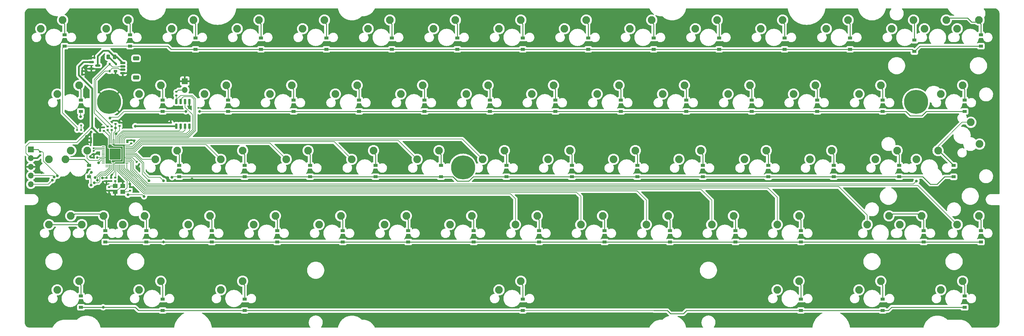
<source format=gbr>
%TF.GenerationSoftware,KiCad,Pcbnew,(6.0.10)*%
%TF.CreationDate,2023-01-19T12:44:57+01:00*%
%TF.ProjectId,SST60,53535436-302e-46b6-9963-61645f706362,0.1*%
%TF.SameCoordinates,Original*%
%TF.FileFunction,Copper,L2,Bot*%
%TF.FilePolarity,Positive*%
%FSLAX46Y46*%
G04 Gerber Fmt 4.6, Leading zero omitted, Abs format (unit mm)*
G04 Created by KiCad (PCBNEW (6.0.10)) date 2023-01-19 12:44:57*
%MOMM*%
%LPD*%
G01*
G04 APERTURE LIST*
G04 Aperture macros list*
%AMRoundRect*
0 Rectangle with rounded corners*
0 $1 Rounding radius*
0 $2 $3 $4 $5 $6 $7 $8 $9 X,Y pos of 4 corners*
0 Add a 4 corners polygon primitive as box body*
4,1,4,$2,$3,$4,$5,$6,$7,$8,$9,$2,$3,0*
0 Add four circle primitives for the rounded corners*
1,1,$1+$1,$2,$3*
1,1,$1+$1,$4,$5*
1,1,$1+$1,$6,$7*
1,1,$1+$1,$8,$9*
0 Add four rect primitives between the rounded corners*
20,1,$1+$1,$2,$3,$4,$5,0*
20,1,$1+$1,$4,$5,$6,$7,0*
20,1,$1+$1,$6,$7,$8,$9,0*
20,1,$1+$1,$8,$9,$2,$3,0*%
G04 Aperture macros list end*
%TA.AperFunction,ComponentPad*%
%ADD10C,2.250000*%
%TD*%
%TA.AperFunction,ComponentPad*%
%ADD11C,1.000000*%
%TD*%
%TA.AperFunction,ComponentPad*%
%ADD12C,7.001300*%
%TD*%
%TA.AperFunction,ComponentPad*%
%ADD13C,7.000240*%
%TD*%
%TA.AperFunction,SMDPad,CuDef*%
%ADD14R,1.000000X0.700000*%
%TD*%
%TA.AperFunction,SMDPad,CuDef*%
%ADD15R,0.600000X0.700000*%
%TD*%
%TA.AperFunction,SMDPad,CuDef*%
%ADD16R,1.200000X0.900000*%
%TD*%
%TA.AperFunction,SMDPad,CuDef*%
%ADD17RoundRect,0.140000X-0.170000X0.140000X-0.170000X-0.140000X0.170000X-0.140000X0.170000X0.140000X0*%
%TD*%
%TA.AperFunction,SMDPad,CuDef*%
%ADD18RoundRect,0.140000X0.170000X-0.140000X0.170000X0.140000X-0.170000X0.140000X-0.170000X-0.140000X0*%
%TD*%
%TA.AperFunction,SMDPad,CuDef*%
%ADD19RoundRect,0.140000X-0.140000X-0.170000X0.140000X-0.170000X0.140000X0.170000X-0.140000X0.170000X0*%
%TD*%
%TA.AperFunction,SMDPad,CuDef*%
%ADD20RoundRect,0.135000X0.185000X-0.135000X0.185000X0.135000X-0.185000X0.135000X-0.185000X-0.135000X0*%
%TD*%
%TA.AperFunction,SMDPad,CuDef*%
%ADD21RoundRect,0.050000X0.387500X0.050000X-0.387500X0.050000X-0.387500X-0.050000X0.387500X-0.050000X0*%
%TD*%
%TA.AperFunction,SMDPad,CuDef*%
%ADD22RoundRect,0.050000X0.050000X0.387500X-0.050000X0.387500X-0.050000X-0.387500X0.050000X-0.387500X0*%
%TD*%
%TA.AperFunction,ComponentPad*%
%ADD23C,0.600000*%
%TD*%
%TA.AperFunction,SMDPad,CuDef*%
%ADD24RoundRect,0.144000X1.456000X1.456000X-1.456000X1.456000X-1.456000X-1.456000X1.456000X-1.456000X0*%
%TD*%
%TA.AperFunction,SMDPad,CuDef*%
%ADD25RoundRect,0.140000X0.140000X0.170000X-0.140000X0.170000X-0.140000X-0.170000X0.140000X-0.170000X0*%
%TD*%
%TA.AperFunction,ComponentPad*%
%ADD26R,1.700000X1.700000*%
%TD*%
%TA.AperFunction,ComponentPad*%
%ADD27O,1.700000X1.700000*%
%TD*%
%TA.AperFunction,SMDPad,CuDef*%
%ADD28RoundRect,0.135000X-0.185000X0.135000X-0.185000X-0.135000X0.185000X-0.135000X0.185000X0.135000X0*%
%TD*%
%TA.AperFunction,SMDPad,CuDef*%
%ADD29RoundRect,0.150000X-0.625000X0.150000X-0.625000X-0.150000X0.625000X-0.150000X0.625000X0.150000X0*%
%TD*%
%TA.AperFunction,SMDPad,CuDef*%
%ADD30RoundRect,0.250000X-0.650000X0.350000X-0.650000X-0.350000X0.650000X-0.350000X0.650000X0.350000X0*%
%TD*%
%TA.AperFunction,SMDPad,CuDef*%
%ADD31R,1.400000X1.200000*%
%TD*%
%TA.AperFunction,SMDPad,CuDef*%
%ADD32RoundRect,0.150000X-0.587500X-0.150000X0.587500X-0.150000X0.587500X0.150000X-0.587500X0.150000X0*%
%TD*%
%TA.AperFunction,SMDPad,CuDef*%
%ADD33RoundRect,0.150000X-0.150000X0.650000X-0.150000X-0.650000X0.150000X-0.650000X0.150000X0.650000X0*%
%TD*%
%TA.AperFunction,SMDPad,CuDef*%
%ADD34RoundRect,0.243750X-0.243750X-0.456250X0.243750X-0.456250X0.243750X0.456250X-0.243750X0.456250X0*%
%TD*%
%TA.AperFunction,SMDPad,CuDef*%
%ADD35RoundRect,0.140000X-0.219203X-0.021213X-0.021213X-0.219203X0.219203X0.021213X0.021213X0.219203X0*%
%TD*%
%TA.AperFunction,ViaPad*%
%ADD36C,0.800000*%
%TD*%
%TA.AperFunction,ViaPad*%
%ADD37C,0.600000*%
%TD*%
%TA.AperFunction,Conductor*%
%ADD38C,0.200000*%
%TD*%
%TA.AperFunction,Conductor*%
%ADD39C,0.500000*%
%TD*%
%TA.AperFunction,Conductor*%
%ADD40C,0.250000*%
%TD*%
G04 APERTURE END LIST*
D10*
%TO.P,1.50u,1,COL*%
%TO.N,col0*%
X42227500Y-122872500D03*
%TO.P,1.50u,2,ROW*%
%TO.N,Net-(D5-Pad2)*%
X48577500Y-120332500D03*
%TD*%
%TO.P,T,1,COL*%
%TO.N,col5*%
X142240000Y-65722500D03*
%TO.P,T,2,ROW*%
%TO.N,Net-(D26-Pad2)*%
X148590000Y-63182500D03*
%TD*%
%TO.P,Tab,1,COL*%
%TO.N,col0*%
X42227500Y-65722500D03*
%TO.P,Tab,2,ROW*%
%TO.N,Net-(D2-Pad2)*%
X48577500Y-63182500D03*
%TD*%
%TO.P,[,1,COL*%
%TO.N,col11*%
X256540000Y-65722500D03*
%TO.P,[,2,ROW*%
%TO.N,Net-(D54-Pad2)*%
X262890000Y-63182500D03*
%TD*%
%TO.P,1.50u,1,COL*%
%TO.N,col11*%
X251777500Y-122872500D03*
%TO.P,1.50u,2,ROW*%
%TO.N,Net-(D57-Pad2)*%
X258127500Y-120332500D03*
%TD*%
%TO.P,R,1,COL*%
%TO.N,col4*%
X123190000Y-65722500D03*
%TO.P,R,2,ROW*%
%TO.N,Net-(D21-Pad2)*%
X129540000Y-63182500D03*
%TD*%
%TO.P,<,1,COL*%
%TO.N,col9*%
X213677500Y-103822500D03*
%TO.P,<,2,ROW*%
%TO.N,Net-(D46-Pad2)*%
X220027500Y-101282500D03*
%TD*%
%TO.P,Stepped,1,COL*%
%TO.N,col0*%
X39846250Y-84772500D03*
%TO.P,Stepped,2,ROW*%
%TO.N,Net-(D3-Pad2)*%
X46196250Y-82232500D03*
%TD*%
%TO.P,S,1,COL*%
%TO.N,col2*%
X89852500Y-84772500D03*
%TO.P,S,2,ROW*%
%TO.N,Net-(D14-Pad2)*%
X96202500Y-82232500D03*
%TD*%
%TO.P,B,1,COL*%
%TO.N,col6*%
X156527500Y-103822500D03*
%TO.P,B,2,ROW*%
%TO.N,Net-(D33-Pad2)*%
X162877500Y-101282500D03*
%TD*%
%TO.P,H,1,COL*%
%TO.N,col6*%
X166052500Y-84772500D03*
%TO.P,H,2,ROW*%
%TO.N,Net-(D32-Pad2)*%
X172402500Y-82232500D03*
%TD*%
%TO.P,D,1,COL*%
%TO.N,col3*%
X108902500Y-84772500D03*
%TO.P,D,2,ROW*%
%TO.N,Net-(D18-Pad2)*%
X115252500Y-82232500D03*
%TD*%
%TO.P,J,1,COL*%
%TO.N,col7*%
X185102500Y-84772500D03*
%TO.P,J,2,ROW*%
%TO.N,Net-(D36-Pad2)*%
X191452500Y-82232500D03*
%TD*%
%TO.P,ISO,1,COL*%
%TO.N,col12*%
X280352500Y-84772500D03*
%TO.P,ISO,2,ROW*%
%TO.N,Net-(D60-Pad2)*%
X286702500Y-82232500D03*
%TD*%
%TO.P,Z,1,COL*%
%TO.N,col2*%
X80327500Y-103822500D03*
%TO.P,Z,2,ROW*%
%TO.N,Net-(D11-Pad2)*%
X86677500Y-101282500D03*
%TD*%
%TO.P,Split,1,COL*%
%TO.N,col14*%
X304165000Y-103822500D03*
%TO.P,Split,2,ROW*%
%TO.N,Net-(D67-Pad2)*%
X310515000Y-101282500D03*
%TD*%
%TO.P,W,1,COL*%
%TO.N,col2*%
X85090000Y-65722500D03*
%TO.P,W,2,ROW*%
%TO.N,Net-(D13-Pad2)*%
X91440000Y-63182500D03*
%TD*%
%TO.P,-,1,COL*%
%TO.N,col11*%
X247015000Y-46672500D03*
%TO.P,-,2,ROW*%
%TO.N,Net-(D53-Pad2)*%
X253365000Y-44132500D03*
%TD*%
%TO.P,Split,1,COL*%
%TO.N,col12*%
X277971250Y-103822500D03*
%TO.P,Split,2,ROW*%
%TO.N,Net-(D61-Pad2)*%
X284321250Y-101282500D03*
%TD*%
%TO.P,V,1,COL*%
%TO.N,col5*%
X137477500Y-103822500D03*
%TO.P,V,2,ROW*%
%TO.N,Net-(D28-Pad2)*%
X143827500Y-101282500D03*
%TD*%
%TO.P,X,1,COL*%
%TO.N,col3*%
X99377500Y-103822500D03*
%TO.P,X,2,ROW*%
%TO.N,Net-(D19-Pad2)*%
X105727500Y-101282500D03*
%TD*%
%TO.P,1u,1,COL*%
%TO.N,col12*%
X275590000Y-122872500D03*
%TO.P,1u,2,ROW*%
%TO.N,Net-(D62-Pad2)*%
X281940000Y-120332500D03*
%TD*%
%TO.P,5,1,COL*%
%TO.N,col5*%
X132715000Y-46672500D03*
%TO.P,5,2,ROW*%
%TO.N,Net-(D25-Pad2)*%
X139065000Y-44132500D03*
%TD*%
D11*
%TO.P,H1,1,1*%
%TO.N,GND*%
X55709904Y-66404904D03*
X57336250Y-70331250D03*
X58962596Y-69657596D03*
X55036250Y-68031250D03*
X292186250Y-70331250D03*
X57336250Y-65731250D03*
X59636250Y-68031250D03*
X58962596Y-66404904D03*
X292186250Y-65731250D03*
D12*
X57336250Y-68031250D03*
D11*
X55709904Y-69657596D03*
D13*
%TO.P,H1,2*%
%TO.N,N/C*%
X160336250Y-87131250D03*
D11*
%TO.P,H1,3*%
X293635250Y-70413250D03*
%TO.P,H1,4*%
X290714250Y-70413250D03*
D13*
X292186250Y-68031250D03*
D11*
%TO.P,H1,5*%
X290841250Y-65714250D03*
%TO.P,H1,6*%
X293635250Y-65714250D03*
%TD*%
D10*
%TO.P,G,1,COL*%
%TO.N,col5*%
X147002500Y-84772500D03*
%TO.P,G,2,ROW*%
%TO.N,Net-(D27-Pad2)*%
X153352500Y-82232500D03*
%TD*%
%TO.P,:,1,COL*%
%TO.N,col10*%
X242252500Y-84772500D03*
%TO.P,:,2,ROW*%
%TO.N,Net-(D50-Pad2)*%
X248602500Y-82232500D03*
%TD*%
%TO.P,8,1,COL*%
%TO.N,col8*%
X189865000Y-46672500D03*
%TO.P,8,2,ROW*%
%TO.N,Net-(D39-Pad2)*%
X196215000Y-44132500D03*
%TD*%
%TO.P,P,1,COL*%
%TO.N,col10*%
X237490000Y-65722500D03*
%TO.P,P,2,ROW*%
%TO.N,Net-(D49-Pad2)*%
X243840000Y-63182500D03*
%TD*%
%TO.P,Q,1,COL*%
%TO.N,col1*%
X66040000Y-65722500D03*
%TO.P,Q,2,ROW*%
%TO.N,Net-(D7-Pad2)*%
X72390000Y-63182500D03*
%TD*%
%TO.P,1,1,COL*%
%TO.N,col1*%
X56515000Y-46672500D03*
%TO.P,1,2,ROW*%
%TO.N,Net-(D6-Pad2)*%
X62865000Y-44132500D03*
%TD*%
%TO.P,Y,1,COL*%
%TO.N,col6*%
X161290000Y-65722500D03*
%TO.P,Y,2,ROW*%
%TO.N,Net-(D31-Pad2)*%
X167640000Y-63182500D03*
%TD*%
%TO.P,],1,COL*%
%TO.N,col12*%
X275590000Y-65722500D03*
%TO.P,],2,ROW*%
%TO.N,Net-(D59-Pad2)*%
X281940000Y-63182500D03*
%TD*%
%TO.P,9,1,COL*%
%TO.N,col9*%
X208915000Y-46672500D03*
%TO.P,9,2,ROW*%
%TO.N,Net-(D43-Pad2)*%
X215265000Y-44132500D03*
%TD*%
%TO.P,ISO,1,COL*%
%TO.N,col1*%
X61277500Y-103822500D03*
%TO.P,ISO,2,ROW*%
%TO.N,Net-(D9-Pad2)*%
X67627500Y-101282500D03*
%TD*%
%TO.P,>,1,COL*%
%TO.N,col10*%
X232727500Y-103822500D03*
%TO.P,>,2,ROW*%
%TO.N,Net-(D51-Pad2)*%
X239077500Y-101282500D03*
%TD*%
%TO.P,Full,1,COL*%
%TO.N,col12*%
X287496250Y-103822500D03*
%TO.P,Full,2,ROW*%
%TO.N,Net-(D61-Pad2)*%
X293846250Y-101282500D03*
%TD*%
%TO.P,C,1,COL*%
%TO.N,col4*%
X118427500Y-103822500D03*
%TO.P,C,2,ROW*%
%TO.N,Net-(D23-Pad2)*%
X124777500Y-101282500D03*
%TD*%
%TO.P,E,1,COL*%
%TO.N,col3*%
X104140000Y-65722500D03*
%TO.P,E,2,ROW*%
%TO.N,Net-(D17-Pad2)*%
X110490000Y-63182500D03*
%TD*%
%TO.P,ANSI,1,COL*%
%TO.N,col13*%
X292258750Y-84772500D03*
%TO.P,ANSI,2,ROW*%
%TO.N,Net-(D64-Pad2)*%
X298608750Y-82232500D03*
%TD*%
%TO.P,A,1,COL*%
%TO.N,col1*%
X70802500Y-84772500D03*
%TO.P,A,2,ROW*%
%TO.N,Net-(D8-Pad2)*%
X77152500Y-82232500D03*
%TD*%
%TO.P,Split,1,COL*%
%TO.N,col14*%
X304165000Y-46672500D03*
%TO.P,Split,2,ROW*%
%TO.N,Net-(D65-Pad2)*%
X310515000Y-44132500D03*
%TD*%
%TO.P,0,1,COL*%
%TO.N,col10*%
X227965000Y-46672500D03*
%TO.P,0,2,ROW*%
%TO.N,Net-(D48-Pad2)*%
X234315000Y-44132500D03*
%TD*%
%TO.P,L,1,COL*%
%TO.N,col9*%
X223202500Y-84772500D03*
%TO.P,L,2,ROW*%
%TO.N,Net-(D45-Pad2)*%
X229552500Y-82232500D03*
%TD*%
%TO.P,I,1,COL*%
%TO.N,col8*%
X199390000Y-65722500D03*
%TO.P,I,2,ROW*%
%TO.N,Net-(D40-Pad2)*%
X205740000Y-63182500D03*
%TD*%
%TO.P,M,1,COL*%
%TO.N,col8*%
X194627500Y-103822500D03*
%TO.P,M,2,ROW*%
%TO.N,Net-(D42-Pad2)*%
X200977500Y-101282500D03*
%TD*%
%TO.P,Full,1,COL*%
%TO.N,col14*%
X294640000Y-46672500D03*
%TO.P,Full,2,ROW*%
%TO.N,Net-(D65-Pad2)*%
X300990000Y-44132500D03*
%TD*%
%TO.P,?,1,COL*%
%TO.N,col11*%
X251777500Y-103822500D03*
%TO.P,?,2,ROW*%
%TO.N,Net-(D56-Pad2)*%
X258127500Y-101282500D03*
%TD*%
%TO.P,F,1,COL*%
%TO.N,col4*%
X127952500Y-84772500D03*
%TO.P,F,2,ROW*%
%TO.N,Net-(D22-Pad2)*%
X134302500Y-82232500D03*
%TD*%
%TO.P,ISO,1,COL*%
%TO.N,col13*%
X310673750Y-80327500D03*
%TO.P,ISO,2,ROW*%
%TO.N,Net-(D64-Pad2)*%
X308133750Y-73977500D03*
%TD*%
%TO.P,1u,1,COL*%
%TO.N,col1*%
X66040000Y-122872500D03*
%TO.P,1u,2,ROW*%
%TO.N,Net-(D10-Pad2)*%
X72390000Y-120332500D03*
%TD*%
%TO.P,N,1,COL*%
%TO.N,col7*%
X175577500Y-103822500D03*
%TO.P,N,2,ROW*%
%TO.N,Net-(D37-Pad2)*%
X181927500Y-101282500D03*
%TD*%
%TO.P,3,1,COL*%
%TO.N,col3*%
X94615000Y-46672500D03*
%TO.P,3,2,ROW*%
%TO.N,Net-(D16-Pad2)*%
X100965000Y-44132500D03*
%TD*%
%TO.P,6,1,COL*%
%TO.N,col6*%
X151765000Y-46672500D03*
%TO.P,6,2,ROW*%
%TO.N,Net-(D30-Pad2)*%
X158115000Y-44132500D03*
%TD*%
%TO.P,",1,COL*%
%TO.N,col11*%
X261302500Y-84772500D03*
%TO.P,",2,ROW*%
%TO.N,Net-(D55-Pad2)*%
X267652500Y-82232500D03*
%TD*%
%TO.P,Esc,1,COL*%
%TO.N,col0*%
X37465000Y-46672500D03*
%TO.P,Esc,2,ROW*%
%TO.N,Net-(D1-Pad2)*%
X43815000Y-44132500D03*
%TD*%
%TO.P,1.50u,1,COL*%
%TO.N,col2*%
X89852500Y-122872500D03*
%TO.P,1.50u,2,ROW*%
%TO.N,Net-(D15-Pad2)*%
X96202500Y-120332500D03*
%TD*%
%TO.P,=,1,COL*%
%TO.N,col12*%
X266065000Y-46672500D03*
%TO.P,=,2,ROW*%
%TO.N,Net-(D58-Pad2)*%
X272415000Y-44132500D03*
%TD*%
%TO.P,Split,1,COL*%
%TO.N,col13*%
X285115000Y-46672500D03*
%TO.P,Split,2,ROW*%
%TO.N,Net-(D63-Pad2)*%
X291465000Y-44132500D03*
%TD*%
%TO.P,K,1,COL*%
%TO.N,col8*%
X204152500Y-84772500D03*
%TO.P,K,2,ROW*%
%TO.N,Net-(D41-Pad2)*%
X210502500Y-82232500D03*
%TD*%
%TO.P,ISO,1,COL*%
%TO.N,col0*%
X39846250Y-103822500D03*
%TO.P,ISO,2,ROW*%
%TO.N,Net-(D4-Pad2)*%
X46196250Y-101282500D03*
%TD*%
%TO.P,2,1,COL*%
%TO.N,col2*%
X75565000Y-46672500D03*
%TO.P,2,2,ROW*%
%TO.N,Net-(D12-Pad2)*%
X81915000Y-44132500D03*
%TD*%
%TO.P,ANSI,1,COL*%
%TO.N,col14*%
X299402500Y-65722500D03*
%TO.P,ANSI,2,ROW*%
%TO.N,Net-(D66-Pad2)*%
X305752500Y-63182500D03*
%TD*%
%TO.P,Full,1,ROW*%
%TO.N,Net-(D3-Pad2)*%
X44608750Y-84772500D03*
%TO.P,Full,2,COL*%
%TO.N,col0*%
X50958750Y-82232500D03*
%TD*%
%TO.P,7,1,COL*%
%TO.N,col7*%
X170815000Y-46672500D03*
%TO.P,7,2,ROW*%
%TO.N,Net-(D34-Pad2)*%
X177165000Y-44132500D03*
%TD*%
%TO.P,O,1,COL*%
%TO.N,col9*%
X218440000Y-65722500D03*
%TO.P,O,2,ROW*%
%TO.N,Net-(D44-Pad2)*%
X224790000Y-63182500D03*
%TD*%
%TO.P,1.50u,1,COL*%
%TO.N,col14*%
X299402500Y-122872500D03*
%TO.P,1.50u,2,ROW*%
%TO.N,Net-(D68-Pad2)*%
X305752500Y-120332500D03*
%TD*%
%TO.P,ANSI,1,COL*%
%TO.N,col0*%
X49371250Y-103822500D03*
%TO.P,ANSI,2,ROW*%
%TO.N,Net-(D4-Pad2)*%
X55721250Y-101282500D03*
%TD*%
%TO.P,MX42,1,COL*%
%TO.N,col7*%
X170815000Y-122872500D03*
%TO.P,MX42,2,ROW*%
%TO.N,Net-(D38-Pad2)*%
X177165000Y-120332500D03*
%TD*%
%TO.P,4,1,COL*%
%TO.N,col4*%
X113665000Y-46672500D03*
%TO.P,4,2,ROW*%
%TO.N,Net-(D20-Pad2)*%
X120015000Y-44132500D03*
%TD*%
%TO.P,U,1,COL*%
%TO.N,col7*%
X180340000Y-65722500D03*
%TO.P,U,2,ROW*%
%TO.N,Net-(D35-Pad2)*%
X186690000Y-63182500D03*
%TD*%
D14*
%TO.P,U4,1,GND*%
%TO.N,GND*%
X59170000Y-59039000D03*
D15*
%TO.P,U4,2,IO1*%
%TO.N,D+*%
X57470000Y-59039000D03*
%TO.P,U4,3,IO2*%
%TO.N,D-*%
X57470000Y-57039000D03*
%TO.P,U4,4,VCC*%
%TO.N,VCC*%
X59370000Y-57039000D03*
%TD*%
D16*
%TO.P,D19,1,K*%
%TO.N,row3*%
X106275000Y-108900000D03*
%TO.P,D19,2,A*%
%TO.N,Net-(D19-Pad2)*%
X106275000Y-105600000D03*
%TD*%
D17*
%TO.P,C_3V-Decoup8,1*%
%TO.N,+3V3*%
X57900000Y-90170000D03*
%TO.P,C_3V-Decoup8,2*%
%TO.N,GND*%
X57900000Y-91130000D03*
%TD*%
D16*
%TO.P,D46,1,K*%
%TO.N,row3*%
X220575000Y-108900000D03*
%TO.P,D46,2,A*%
%TO.N,Net-(D46-Pad2)*%
X220575000Y-105600000D03*
%TD*%
%TO.P,D15,1,K*%
%TO.N,row4*%
X96775000Y-128900000D03*
%TO.P,D15,2,A*%
%TO.N,Net-(D15-Pad2)*%
X96775000Y-125600000D03*
%TD*%
%TO.P,D63,1,K*%
%TO.N,row0*%
X291725000Y-53300000D03*
%TO.P,D63,2,A*%
%TO.N,Net-(D63-Pad2)*%
X291725000Y-50000000D03*
%TD*%
%TO.P,D35,1,K*%
%TO.N,row1*%
X187250000Y-70800000D03*
%TO.P,D35,2,A*%
%TO.N,Net-(D35-Pad2)*%
X187250000Y-67500000D03*
%TD*%
D18*
%TO.P,C_1V-Decoup2,1*%
%TO.N,+1V1*%
X60425000Y-75080000D03*
%TO.P,C_1V-Decoup2,2*%
%TO.N,GND*%
X60425000Y-74120000D03*
%TD*%
D16*
%TO.P,D26,1,K*%
%TO.N,row1*%
X149150000Y-70800000D03*
%TO.P,D26,2,A*%
%TO.N,Net-(D26-Pad2)*%
X149150000Y-67500000D03*
%TD*%
D19*
%TO.P,C_LDO2,1*%
%TO.N,+3V3*%
X48542000Y-59055000D03*
%TO.P,C_LDO2,2*%
%TO.N,GND*%
X49502000Y-59055000D03*
%TD*%
D16*
%TO.P,D54,1,K*%
%TO.N,row1*%
X263450000Y-70800000D03*
%TO.P,D54,2,A*%
%TO.N,Net-(D54-Pad2)*%
X263450000Y-67500000D03*
%TD*%
D18*
%TO.P,C_3V-Decoup2,1*%
%TO.N,+3V3*%
X54700000Y-77455000D03*
%TO.P,C_3V-Decoup2,2*%
%TO.N,GND*%
X54700000Y-76495000D03*
%TD*%
D16*
%TO.P,D34,1,K*%
%TO.N,row0*%
X177725000Y-52700000D03*
%TO.P,D34,2,A*%
%TO.N,Net-(D34-Pad2)*%
X177725000Y-49400000D03*
%TD*%
%TO.P,D50,1,K*%
%TO.N,row2*%
X249175000Y-89875000D03*
%TO.P,D50,2,A*%
%TO.N,Net-(D50-Pad2)*%
X249175000Y-86575000D03*
%TD*%
D18*
%TO.P,C_Flash1,1*%
%TO.N,+3V3*%
X75300000Y-75105000D03*
%TO.P,C_Flash1,2*%
%TO.N,GND*%
X75300000Y-74145000D03*
%TD*%
%TO.P,C_3V-Decoup6,1*%
%TO.N,+3V3*%
X63750000Y-80155000D03*
%TO.P,C_3V-Decoup6,2*%
%TO.N,GND*%
X63750000Y-79195000D03*
%TD*%
D16*
%TO.P,D48,1,K*%
%TO.N,row0*%
X234875000Y-52700000D03*
%TO.P,D48,2,A*%
%TO.N,Net-(D48-Pad2)*%
X234875000Y-49400000D03*
%TD*%
%TO.P,D22,1,K*%
%TO.N,row2*%
X134875000Y-89850000D03*
%TO.P,D22,2,A*%
%TO.N,Net-(D22-Pad2)*%
X134875000Y-86550000D03*
%TD*%
D18*
%TO.P,C_Crystal2,1*%
%TO.N,GND*%
X57300000Y-93905000D03*
%TO.P,C_Crystal2,2*%
%TO.N,Net-(C_Crystal2-Pad2)*%
X57300000Y-92945000D03*
%TD*%
D16*
%TO.P,D40,1,K*%
%TO.N,row1*%
X206300000Y-70800000D03*
%TO.P,D40,2,A*%
%TO.N,Net-(D40-Pad2)*%
X206300000Y-67500000D03*
%TD*%
D20*
%TO.P,R_Crystal1,1*%
%TO.N,Net-(C_Crystal2-Pad2)*%
X59075000Y-91135000D03*
%TO.P,R_Crystal1,2*%
%TO.N,XTAL_OUT*%
X59075000Y-90115000D03*
%TD*%
D16*
%TO.P,D14,1,K*%
%TO.N,row2*%
X96775000Y-89850000D03*
%TO.P,D14,2,A*%
%TO.N,Net-(D14-Pad2)*%
X96775000Y-86550000D03*
%TD*%
%TO.P,D10,1,K*%
%TO.N,row4*%
X72950000Y-128900000D03*
%TO.P,D10,2,A*%
%TO.N,Net-(D10-Pad2)*%
X72950000Y-125600000D03*
%TD*%
%TO.P,D61,1,K*%
%TO.N,row3*%
X294400000Y-108900000D03*
%TO.P,D61,2,A*%
%TO.N,Net-(D61-Pad2)*%
X294400000Y-105600000D03*
%TD*%
%TO.P,D9,1,K*%
%TO.N,row3*%
X68200000Y-108900000D03*
%TO.P,D9,2,A*%
%TO.N,Net-(D9-Pad2)*%
X68200000Y-105600000D03*
%TD*%
%TO.P,D37,1,K*%
%TO.N,row3*%
X182500000Y-108900000D03*
%TO.P,D37,2,A*%
%TO.N,Net-(D37-Pad2)*%
X182500000Y-105600000D03*
%TD*%
D18*
%TO.P,C_1V-Decoup1,1*%
%TO.N,+1V1*%
X55850000Y-76455000D03*
%TO.P,C_1V-Decoup1,2*%
%TO.N,GND*%
X55850000Y-75495000D03*
%TD*%
D21*
%TO.P,U1,1,IOVDD*%
%TO.N,+3V3*%
X62537500Y-80650000D03*
%TO.P,U1,2,GPIO0*%
%TO.N,col6*%
X62537500Y-81050000D03*
%TO.P,U1,3,GPIO1*%
%TO.N,col5*%
X62537500Y-81450000D03*
%TO.P,U1,4,GPIO2*%
%TO.N,col4*%
X62537500Y-81850000D03*
%TO.P,U1,5,GPIO3*%
%TO.N,col3*%
X62537500Y-82250000D03*
%TO.P,U1,6,GPIO4*%
%TO.N,col2*%
X62537500Y-82650000D03*
%TO.P,U1,7,GPIO5*%
%TO.N,col1*%
X62537500Y-83050000D03*
%TO.P,U1,8,GPIO6*%
%TO.N,row3*%
X62537500Y-83450000D03*
%TO.P,U1,9,GPIO7*%
%TO.N,row4*%
X62537500Y-83850000D03*
%TO.P,U1,10,IOVDD*%
%TO.N,+3V3*%
X62537500Y-84250000D03*
%TO.P,U1,11,GPIO8*%
%TO.N,col13*%
X62537500Y-84650000D03*
%TO.P,U1,12,GPIO9*%
%TO.N,col14*%
X62537500Y-85050000D03*
%TO.P,U1,13,GPIO10*%
%TO.N,col12*%
X62537500Y-85450000D03*
%TO.P,U1,14,GPIO11*%
%TO.N,col11*%
X62537500Y-85850000D03*
D22*
%TO.P,U1,15,GPIO12*%
%TO.N,col10*%
X61700000Y-86687500D03*
%TO.P,U1,16,GPIO13*%
%TO.N,col9*%
X61300000Y-86687500D03*
%TO.P,U1,17,GPIO14*%
%TO.N,col8*%
X60900000Y-86687500D03*
%TO.P,U1,18,GPIO15*%
%TO.N,col7*%
X60500000Y-86687500D03*
%TO.P,U1,19,TESTEN*%
%TO.N,GND*%
X60100000Y-86687500D03*
%TO.P,U1,20,XTAL_IN*%
%TO.N,XTAL_IN*%
X59700000Y-86687500D03*
%TO.P,U1,21,XTAL_OUT*%
%TO.N,XTAL_OUT*%
X59300000Y-86687500D03*
%TO.P,U1,22,IOVDD*%
%TO.N,+3V3*%
X58900000Y-86687500D03*
%TO.P,U1,23,DVDD*%
%TO.N,+1V1*%
X58500000Y-86687500D03*
%TO.P,U1,24,SWCLK*%
%TO.N,SWCLK*%
X58100000Y-86687500D03*
%TO.P,U1,25,SWDIO*%
%TO.N,SWDIO*%
X57700000Y-86687500D03*
%TO.P,U1,26,~{RUN}*%
%TO.N,RESET*%
X57300000Y-86687500D03*
%TO.P,U1,27,GPIO16*%
%TO.N,unconnected-(U1-Pad27)*%
X56900000Y-86687500D03*
%TO.P,U1,28,GPIO17*%
%TO.N,CAPSLED*%
X56500000Y-86687500D03*
D21*
%TO.P,U1,29,GPIO18*%
%TO.N,unconnected-(U1-Pad29)*%
X55662500Y-85850000D03*
%TO.P,U1,30,GPIO19*%
%TO.N,unconnected-(U1-Pad30)*%
X55662500Y-85450000D03*
%TO.P,U1,31,GPIO20*%
%TO.N,row2*%
X55662500Y-85050000D03*
%TO.P,U1,32,GPIO21*%
%TO.N,col0*%
X55662500Y-84650000D03*
%TO.P,U1,33,IOVDD*%
%TO.N,+3V3*%
X55662500Y-84250000D03*
%TO.P,U1,34,GPIO22*%
%TO.N,unconnected-(U1-Pad34)*%
X55662500Y-83850000D03*
%TO.P,U1,35,GPIO23*%
%TO.N,unconnected-(U1-Pad35)*%
X55662500Y-83450000D03*
%TO.P,U1,36,GPIO24*%
%TO.N,unconnected-(U1-Pad36)*%
X55662500Y-83050000D03*
%TO.P,U1,37,GPIO25*%
%TO.N,unconnected-(U1-Pad37)*%
X55662500Y-82650000D03*
%TO.P,U1,38,GPIO26/ADC0*%
%TO.N,ESCLED*%
X55662500Y-82250000D03*
%TO.P,U1,39,GPIO27/ADC1*%
%TO.N,row1*%
X55662500Y-81850000D03*
%TO.P,U1,40,GPIO28/ADC2*%
%TO.N,row0*%
X55662500Y-81450000D03*
%TO.P,U1,41,GPIO29/ADC3*%
%TO.N,RGBLED*%
X55662500Y-81050000D03*
%TO.P,U1,42,IOVDD*%
%TO.N,+3V3*%
X55662500Y-80650000D03*
D22*
%TO.P,U1,43,ADC_AVDD*%
X56500000Y-79812500D03*
%TO.P,U1,44,VREG_VIN*%
X56900000Y-79812500D03*
%TO.P,U1,45,VREG_VOUT*%
%TO.N,+1V1*%
X57300000Y-79812500D03*
%TO.P,U1,46,D-*%
%TO.N,Net-(R_DATA2-Pad2)*%
X57700000Y-79812500D03*
%TO.P,U1,47,D+*%
%TO.N,Net-(R_DATA1-Pad2)*%
X58100000Y-79812500D03*
%TO.P,U1,48,USB_VDD*%
%TO.N,+3V3*%
X58500000Y-79812500D03*
%TO.P,U1,49,IOVDD*%
X58900000Y-79812500D03*
%TO.P,U1,50,DVDD*%
%TO.N,+1V1*%
X59300000Y-79812500D03*
%TO.P,U1,51,QSPI_SD3*%
%TO.N,SD3*%
X59700000Y-79812500D03*
%TO.P,U1,52,QSPI_SCLK*%
%TO.N,QSPI_CLK*%
X60100000Y-79812500D03*
%TO.P,U1,53,QSPI_SD0*%
%TO.N,SD0*%
X60500000Y-79812500D03*
%TO.P,U1,54,QSPI_SD2*%
%TO.N,SD2*%
X60900000Y-79812500D03*
%TO.P,U1,55,QSPI_SD1*%
%TO.N,SD1*%
X61300000Y-79812500D03*
%TO.P,U1,56,QSPI_SS_N*%
%TO.N,CS*%
X61700000Y-79812500D03*
D23*
%TO.P,U1,57,GND*%
%TO.N,GND*%
X57825000Y-83250000D03*
X57825000Y-81975000D03*
X59100000Y-84525000D03*
X59100000Y-81975000D03*
X60375000Y-83250000D03*
X59100000Y-83250000D03*
X60375000Y-84525000D03*
D24*
X59100000Y-83250000D03*
D23*
X57825000Y-84525000D03*
X60375000Y-81975000D03*
%TD*%
D16*
%TO.P,D39,1,K*%
%TO.N,row0*%
X196775000Y-52700000D03*
%TO.P,D39,2,A*%
%TO.N,Net-(D39-Pad2)*%
X196775000Y-49400000D03*
%TD*%
%TO.P,D2,1,K*%
%TO.N,row1*%
X49125000Y-70800000D03*
%TO.P,D2,2,A*%
%TO.N,Net-(D2-Pad2)*%
X49125000Y-67500000D03*
%TD*%
%TO.P,D6,1,K*%
%TO.N,row0*%
X63425000Y-51750000D03*
%TO.P,D6,2,A*%
%TO.N,Net-(D6-Pad2)*%
X63425000Y-48450000D03*
%TD*%
D25*
%TO.P,C_3V-Decoup7,1*%
%TO.N,+3V3*%
X53030000Y-78700000D03*
%TO.P,C_3V-Decoup7,2*%
%TO.N,GND*%
X52070000Y-78700000D03*
%TD*%
%TO.P,C_LDO1,1*%
%TO.N,+5V*%
X54074000Y-55118000D03*
%TO.P,C_LDO1,2*%
%TO.N,GND*%
X53114000Y-55118000D03*
%TD*%
D26*
%TO.P,J2,1,Pin_1*%
%TO.N,RESET*%
X34550000Y-81925000D03*
D27*
%TO.P,J2,2,Pin_2*%
%TO.N,+3V3*%
X34550000Y-84465000D03*
%TO.P,J2,3,Pin_3*%
%TO.N,GND*%
X34550000Y-87005000D03*
%TO.P,J2,4,Pin_4*%
%TO.N,SWDIO*%
X34550000Y-89545000D03*
%TO.P,J2,5,Pin_5*%
%TO.N,SWCLK*%
X34550000Y-92085000D03*
%TD*%
D16*
%TO.P,D1,1,K*%
%TO.N,row0*%
X44375000Y-51750000D03*
%TO.P,D1,2,A*%
%TO.N,Net-(D1-Pad2)*%
X44375000Y-48450000D03*
%TD*%
%TO.P,D67,1,K*%
%TO.N,row3*%
X311075000Y-108900000D03*
%TO.P,D67,2,A*%
%TO.N,Net-(D67-Pad2)*%
X311075000Y-105600000D03*
%TD*%
%TO.P,D13,1,K*%
%TO.N,row1*%
X92000000Y-70800000D03*
%TO.P,D13,2,A*%
%TO.N,Net-(D13-Pad2)*%
X92000000Y-67500000D03*
%TD*%
D28*
%TO.P,R_DATA2,1*%
%TO.N,D-*%
X56925000Y-75240000D03*
%TO.P,R_DATA2,2*%
%TO.N,Net-(R_DATA2-Pad2)*%
X56925000Y-76260000D03*
%TD*%
D25*
%TO.P,C_3V-Decoup4,1*%
%TO.N,+3V3*%
X53880000Y-84250000D03*
%TO.P,C_3V-Decoup4,2*%
%TO.N,GND*%
X52920000Y-84250000D03*
%TD*%
D16*
%TO.P,D21,1,K*%
%TO.N,row1*%
X130100000Y-70800000D03*
%TO.P,D21,2,A*%
%TO.N,Net-(D21-Pad2)*%
X130100000Y-67500000D03*
%TD*%
D28*
%TO.P,R_DATA1,1*%
%TO.N,D+*%
X58075000Y-75240000D03*
%TO.P,R_DATA1,2*%
%TO.N,Net-(R_DATA1-Pad2)*%
X58075000Y-76260000D03*
%TD*%
D16*
%TO.P,D4,1,K*%
%TO.N,row3*%
X56275000Y-108900000D03*
%TO.P,D4,2,A*%
%TO.N,Net-(D4-Pad2)*%
X56275000Y-105600000D03*
%TD*%
%TO.P,D3,1,K*%
%TO.N,row2*%
X51525000Y-89850000D03*
%TO.P,D3,2,A*%
%TO.N,Net-(D3-Pad2)*%
X51525000Y-86550000D03*
%TD*%
%TO.P,D36,1,K*%
%TO.N,row2*%
X192025000Y-89850000D03*
%TO.P,D36,2,A*%
%TO.N,Net-(D36-Pad2)*%
X192025000Y-86550000D03*
%TD*%
%TO.P,D12,1,K*%
%TO.N,row0*%
X82475000Y-52700000D03*
%TO.P,D12,2,A*%
%TO.N,Net-(D12-Pad2)*%
X82475000Y-49400000D03*
%TD*%
%TO.P,D25,1,K*%
%TO.N,row0*%
X139625000Y-52700000D03*
%TO.P,D25,2,A*%
%TO.N,Net-(D25-Pad2)*%
X139625000Y-49400000D03*
%TD*%
D26*
%TO.P,boot,1,1*%
%TO.N,GND*%
X79375000Y-61960000D03*
D27*
%TO.P,boot,2,2*%
%TO.N,Net-(R_Flash1-Pad1)*%
X79375000Y-64500000D03*
%TD*%
D16*
%TO.P,D30,1,K*%
%TO.N,row0*%
X158675000Y-52700000D03*
%TO.P,D30,2,A*%
%TO.N,Net-(D30-Pad2)*%
X158675000Y-49400000D03*
%TD*%
%TO.P,D51,1,K*%
%TO.N,row3*%
X239650000Y-108900000D03*
%TO.P,D51,2,A*%
%TO.N,Net-(D51-Pad2)*%
X239650000Y-105600000D03*
%TD*%
D29*
%TO.P,J1,1,Pin_1*%
%TO.N,+5V*%
X61302000Y-56643000D03*
%TO.P,J1,2,Pin_2*%
%TO.N,D-*%
X61302000Y-57643000D03*
%TO.P,J1,3,Pin_3*%
%TO.N,D+*%
X61302000Y-58643000D03*
%TO.P,J1,4,Pin_4*%
%TO.N,GND*%
X61302000Y-59643000D03*
D30*
%TO.P,J1,MP*%
%TO.N,N/C*%
X65177000Y-55343000D03*
X65177000Y-60943000D03*
%TD*%
D16*
%TO.P,D28,1,K*%
%TO.N,row3*%
X144400000Y-108900000D03*
%TO.P,D28,2,A*%
%TO.N,Net-(D28-Pad2)*%
X144400000Y-105600000D03*
%TD*%
%TO.P,D38,1,K*%
%TO.N,row4*%
X177725000Y-128900000D03*
%TO.P,D38,2,A*%
%TO.N,Net-(D38-Pad2)*%
X177725000Y-125600000D03*
%TD*%
D17*
%TO.P,C_Crystal1,1*%
%TO.N,GND*%
X63400000Y-92945000D03*
%TO.P,C_Crystal1,2*%
%TO.N,XTAL_IN*%
X63400000Y-93905000D03*
%TD*%
D16*
%TO.P,D45,1,K*%
%TO.N,row2*%
X230100000Y-89850000D03*
%TO.P,D45,2,A*%
%TO.N,Net-(D45-Pad2)*%
X230100000Y-86550000D03*
%TD*%
D25*
%TO.P,C_3V-Decoup5,1*%
%TO.N,+3V3*%
X53030000Y-79750000D03*
%TO.P,C_3V-Decoup5,2*%
%TO.N,GND*%
X52070000Y-79750000D03*
%TD*%
D16*
%TO.P,D32,1,K*%
%TO.N,row2*%
X172950000Y-89850000D03*
%TO.P,D32,2,A*%
%TO.N,Net-(D32-Pad2)*%
X172950000Y-86550000D03*
%TD*%
%TO.P,D55,1,K*%
%TO.N,row2*%
X268200000Y-89850000D03*
%TO.P,D55,2,A*%
%TO.N,Net-(D55-Pad2)*%
X268200000Y-86550000D03*
%TD*%
%TO.P,D49,1,K*%
%TO.N,row1*%
X244400000Y-70800000D03*
%TO.P,D49,2,A*%
%TO.N,Net-(D49-Pad2)*%
X244400000Y-67500000D03*
%TD*%
%TO.P,D5,1,K*%
%TO.N,row4*%
X49150000Y-127950000D03*
%TO.P,D5,2,A*%
%TO.N,Net-(D5-Pad2)*%
X49150000Y-124650000D03*
%TD*%
D31*
%TO.P,Y1,1,1*%
%TO.N,Net-(C_Crystal2-Pad2)*%
X59075000Y-92575000D03*
%TO.P,Y1,2,2*%
%TO.N,GND*%
X61275000Y-92575000D03*
%TO.P,Y1,3,3*%
%TO.N,XTAL_IN*%
X61275000Y-94275000D03*
%TO.P,Y1,4,4*%
%TO.N,GND*%
X59075000Y-94275000D03*
%TD*%
D16*
%TO.P,D23,1,K*%
%TO.N,row3*%
X125350000Y-108900000D03*
%TO.P,D23,2,A*%
%TO.N,Net-(D23-Pad2)*%
X125350000Y-105600000D03*
%TD*%
%TO.P,D20,1,K*%
%TO.N,row0*%
X120575000Y-52700000D03*
%TO.P,D20,2,A*%
%TO.N,Net-(D20-Pad2)*%
X120575000Y-49400000D03*
%TD*%
%TO.P,D42,1,K*%
%TO.N,row3*%
X201550000Y-108900000D03*
%TO.P,D42,2,A*%
%TO.N,Net-(D42-Pad2)*%
X201550000Y-105600000D03*
%TD*%
%TO.P,D64,1,K*%
%TO.N,row2*%
X303125000Y-89875000D03*
%TO.P,D64,2,A*%
%TO.N,Net-(D64-Pad2)*%
X303125000Y-86575000D03*
%TD*%
%TO.P,D65,1,K*%
%TO.N,row0*%
X311075000Y-51750000D03*
%TO.P,D65,2,A*%
%TO.N,Net-(D65-Pad2)*%
X311075000Y-48450000D03*
%TD*%
%TO.P,D16,1,K*%
%TO.N,row0*%
X101525000Y-52700000D03*
%TO.P,D16,2,A*%
%TO.N,Net-(D16-Pad2)*%
X101525000Y-49400000D03*
%TD*%
%TO.P,D56,1,K*%
%TO.N,row3*%
X258700000Y-108900000D03*
%TO.P,D56,2,A*%
%TO.N,Net-(D56-Pad2)*%
X258700000Y-105600000D03*
%TD*%
%TO.P,D27,1,K*%
%TO.N,row2*%
X153900000Y-89850000D03*
%TO.P,D27,2,A*%
%TO.N,Net-(D27-Pad2)*%
X153900000Y-86550000D03*
%TD*%
D32*
%TO.P,U3,1,GND*%
%TO.N,GND*%
X52148500Y-58354000D03*
%TO.P,U3,2,VO*%
%TO.N,+3V3*%
X52148500Y-56454000D03*
%TO.P,U3,3,VI*%
%TO.N,+5V*%
X54023500Y-57404000D03*
%TD*%
D16*
%TO.P,D59,1,K*%
%TO.N,row1*%
X282500000Y-70800000D03*
%TO.P,D59,2,A*%
%TO.N,Net-(D59-Pad2)*%
X282500000Y-67500000D03*
%TD*%
%TO.P,D58,1,K*%
%TO.N,row0*%
X272975000Y-52700000D03*
%TO.P,D58,2,A*%
%TO.N,Net-(D58-Pad2)*%
X272975000Y-49400000D03*
%TD*%
D18*
%TO.P,C_3V-Decoup3,1*%
%TO.N,+3V3*%
X59175000Y-74455000D03*
%TO.P,C_3V-Decoup3,2*%
%TO.N,GND*%
X59175000Y-73495000D03*
%TD*%
D16*
%TO.P,D57,1,K*%
%TO.N,row4*%
X258675000Y-128900000D03*
%TO.P,D57,2,A*%
%TO.N,Net-(D57-Pad2)*%
X258675000Y-125600000D03*
%TD*%
%TO.P,D43,1,K*%
%TO.N,row0*%
X215825000Y-52700000D03*
%TO.P,D43,2,A*%
%TO.N,Net-(D43-Pad2)*%
X215825000Y-49400000D03*
%TD*%
%TO.P,D68,1,K*%
%TO.N,row4*%
X306300000Y-127950000D03*
%TO.P,D68,2,A*%
%TO.N,Net-(D68-Pad2)*%
X306300000Y-124650000D03*
%TD*%
D17*
%TO.P,C_1V-Decoup3,1*%
%TO.N,+1V1*%
X56550000Y-90170000D03*
%TO.P,C_1V-Decoup3,2*%
%TO.N,GND*%
X56550000Y-91130000D03*
%TD*%
D16*
%TO.P,D66,1,K*%
%TO.N,row1*%
X306325000Y-70800000D03*
%TO.P,D66,2,A*%
%TO.N,Net-(D66-Pad2)*%
X306325000Y-67500000D03*
%TD*%
%TO.P,D62,1,K*%
%TO.N,row4*%
X282500000Y-128900000D03*
%TO.P,D62,2,A*%
%TO.N,Net-(D62-Pad2)*%
X282500000Y-125600000D03*
%TD*%
%TO.P,D18,1,K*%
%TO.N,row2*%
X115800000Y-89850000D03*
%TO.P,D18,2,A*%
%TO.N,Net-(D18-Pad2)*%
X115800000Y-86550000D03*
%TD*%
%TO.P,D33,1,K*%
%TO.N,row3*%
X163450000Y-108900000D03*
%TO.P,D33,2,A*%
%TO.N,Net-(D33-Pad2)*%
X163450000Y-105600000D03*
%TD*%
%TO.P,D8,1,K*%
%TO.N,row2*%
X77725000Y-89850000D03*
%TO.P,D8,2,A*%
%TO.N,Net-(D8-Pad2)*%
X77725000Y-86550000D03*
%TD*%
D33*
%TO.P,U2,1,~{CS}*%
%TO.N,CS*%
X76920000Y-67925000D03*
%TO.P,U2,2,DO(IO1)*%
%TO.N,SD1*%
X78190000Y-67925000D03*
%TO.P,U2,3,IO2*%
%TO.N,SD2*%
X79460000Y-67925000D03*
%TO.P,U2,4,GND*%
%TO.N,GND*%
X80730000Y-67925000D03*
%TO.P,U2,5,DI(IO0)*%
%TO.N,SD0*%
X80730000Y-75125000D03*
%TO.P,U2,6,CLK*%
%TO.N,QSPI_CLK*%
X79460000Y-75125000D03*
%TO.P,U2,7,IO3*%
%TO.N,SD3*%
X78190000Y-75125000D03*
%TO.P,U2,8,VCC*%
%TO.N,+3V3*%
X76920000Y-75125000D03*
%TD*%
D16*
%TO.P,D44,1,K*%
%TO.N,row1*%
X225350000Y-70800000D03*
%TO.P,D44,2,A*%
%TO.N,Net-(D44-Pad2)*%
X225350000Y-67500000D03*
%TD*%
D20*
%TO.P,R_RST1,1*%
%TO.N,+3V3*%
X37300000Y-83585000D03*
%TO.P,R_RST1,2*%
%TO.N,RESET*%
X37300000Y-82565000D03*
%TD*%
D16*
%TO.P,D53,1,K*%
%TO.N,row0*%
X253925000Y-52700000D03*
%TO.P,D53,2,A*%
%TO.N,Net-(D53-Pad2)*%
X253925000Y-49400000D03*
%TD*%
%TO.P,D7,1,K*%
%TO.N,row1*%
X72950000Y-70800000D03*
%TO.P,D7,2,A*%
%TO.N,Net-(D7-Pad2)*%
X72950000Y-67500000D03*
%TD*%
D34*
%TO.P,F1,1*%
%TO.N,VCC*%
X57101500Y-54864000D03*
%TO.P,F1,2*%
%TO.N,+5V*%
X58976500Y-54864000D03*
%TD*%
D35*
%TO.P,C_3V-Decoup9,1*%
%TO.N,+3V3*%
X65410589Y-85560589D03*
%TO.P,C_3V-Decoup9,2*%
%TO.N,GND*%
X66089411Y-86239411D03*
%TD*%
D16*
%TO.P,D60,1,K*%
%TO.N,row2*%
X287275000Y-89850000D03*
%TO.P,D60,2,A*%
%TO.N,Net-(D60-Pad2)*%
X287275000Y-86550000D03*
%TD*%
%TO.P,D31,1,K*%
%TO.N,row1*%
X168200000Y-70800000D03*
%TO.P,D31,2,A*%
%TO.N,Net-(D31-Pad2)*%
X168200000Y-67500000D03*
%TD*%
%TO.P,D11,1,K*%
%TO.N,row3*%
X87225000Y-108900000D03*
%TO.P,D11,2,A*%
%TO.N,Net-(D11-Pad2)*%
X87225000Y-105600000D03*
%TD*%
D19*
%TO.P,C_3V-Decoup1,1*%
%TO.N,+3V3*%
X48542000Y-60071000D03*
%TO.P,C_3V-Decoup1,2*%
%TO.N,GND*%
X49502000Y-60071000D03*
%TD*%
D16*
%TO.P,D41,1,K*%
%TO.N,row2*%
X211075000Y-89850000D03*
%TO.P,D41,2,A*%
%TO.N,Net-(D41-Pad2)*%
X211075000Y-86550000D03*
%TD*%
D28*
%TO.P,R_Flash1,1*%
%TO.N,Net-(R_Flash1-Pad1)*%
X76900000Y-65090000D03*
%TO.P,R_Flash1,2*%
%TO.N,CS*%
X76900000Y-66110000D03*
%TD*%
D16*
%TO.P,D17,1,K*%
%TO.N,row1*%
X111050000Y-70800000D03*
%TO.P,D17,2,A*%
%TO.N,Net-(D17-Pad2)*%
X111050000Y-67500000D03*
%TD*%
D36*
%TO.N,GND*%
X199525000Y-47125000D03*
X278725000Y-51275000D03*
X44750000Y-99000000D03*
X51150000Y-88025000D03*
D37*
X299780000Y-85340000D03*
D36*
X80725000Y-69800000D03*
X82575000Y-84575000D03*
X54700000Y-74650000D03*
X78175000Y-69700000D03*
X286400000Y-61300000D03*
X104050000Y-47225000D03*
X60400000Y-90525000D03*
X237300000Y-46625000D03*
X52275000Y-93550000D03*
X51689000Y-55118000D03*
X57300000Y-95375000D03*
X50200000Y-65850000D03*
X93530000Y-82600000D03*
X75275000Y-73025000D03*
X220200000Y-119350000D03*
D37*
X64650000Y-79625000D03*
D36*
X165300000Y-130925000D03*
X50725000Y-78075000D03*
X55753000Y-56007000D03*
X300750000Y-104275000D03*
X81450000Y-90575000D03*
X247225000Y-126050000D03*
X62600000Y-54475000D03*
X109100000Y-42525000D03*
X44400000Y-78700000D03*
X68675000Y-83275000D03*
X74549000Y-82042000D03*
X63375000Y-92000000D03*
X163449000Y-127381000D03*
X53250000Y-112075000D03*
X275250000Y-46450000D03*
X239775000Y-42650000D03*
X127300000Y-48750000D03*
D37*
X301610000Y-80260000D03*
D36*
X249700000Y-75125000D03*
X236650000Y-118650000D03*
X307725000Y-86625000D03*
X60000000Y-101500000D03*
X101220000Y-82350000D03*
X295950000Y-41700000D03*
D37*
X183700000Y-126660000D03*
D36*
X79800000Y-45500000D03*
X213275000Y-131375000D03*
X259475000Y-47900000D03*
X164875000Y-45600000D03*
X177400000Y-61975000D03*
D37*
X53475000Y-72825000D03*
D36*
X231025000Y-75900000D03*
D37*
X82770000Y-65710000D03*
D36*
X133650000Y-74275000D03*
X228550000Y-126300000D03*
X155200000Y-43375000D03*
X89950000Y-48025000D03*
D37*
X51450000Y-74550000D03*
D36*
X286650000Y-54325000D03*
X117425000Y-44275000D03*
X93525000Y-74050000D03*
X200800000Y-90875000D03*
X248250000Y-131275000D03*
X37680000Y-88680000D03*
X221125000Y-47950000D03*
X279725000Y-45050000D03*
X65600000Y-87350000D03*
X144500000Y-42650000D03*
X212450000Y-43650000D03*
X250800000Y-45450000D03*
X52875000Y-83300000D03*
X37500000Y-90500000D03*
X211500000Y-77475000D03*
X142275000Y-46850000D03*
X52070000Y-76835000D03*
X183450000Y-47525000D03*
D37*
%TO.N,row0*%
X52842941Y-81532074D03*
X48000000Y-76250000D03*
D36*
%TO.N,row1*%
X57625000Y-72750000D03*
X49075000Y-72325000D03*
D37*
X52851390Y-82331532D03*
X49202294Y-76245025D03*
D36*
X83675000Y-70800000D03*
X79650000Y-70800000D03*
D37*
X49199500Y-74900000D03*
D36*
%TO.N,row2*%
X52125000Y-92300000D03*
X54300000Y-85799500D03*
X75650000Y-90025000D03*
X62800000Y-95125000D03*
X67500000Y-95600000D03*
X52175000Y-88625000D03*
%TO.N,row3*%
X73152000Y-108900000D03*
X73152000Y-91059000D03*
%TO.N,row4*%
X68925000Y-91075000D03*
X55626000Y-127950000D03*
%TO.N,RESET*%
X53250511Y-90125296D03*
X42300000Y-89575000D03*
%TO.N,SWDIO*%
X53950011Y-90892878D03*
X41350000Y-89900000D03*
%TO.N,SWCLK*%
X40825000Y-90875000D03*
X53059821Y-91600500D03*
D37*
%TO.N,+1V1*%
X58500000Y-85350000D03*
X58225000Y-81150000D03*
D36*
X55425000Y-90175000D03*
X59406334Y-77357910D03*
%TO.N,+3V3*%
X52450960Y-75599040D03*
X64950000Y-75100000D03*
X59225000Y-75600000D03*
%TO.N,col13*%
X292325000Y-91100000D03*
%TD*%
D38*
%TO.N,GND*%
X60100000Y-88025000D02*
X63375000Y-91300000D01*
D39*
X59175000Y-73495000D02*
X59800000Y-73495000D01*
D38*
X66089411Y-86860589D02*
X65600000Y-87350000D01*
X60100000Y-86687500D02*
X60100000Y-88025000D01*
D39*
X52070000Y-78700000D02*
X51350000Y-78700000D01*
X52070000Y-78700000D02*
X52070000Y-79750000D01*
X57300000Y-93905000D02*
X58705000Y-93905000D01*
D38*
X59325000Y-94275000D02*
X59075000Y-94275000D01*
X64650000Y-79625000D02*
X64220000Y-79195000D01*
D39*
X54700000Y-75750000D02*
X54700000Y-74650000D01*
D38*
X52875000Y-83300000D02*
X52875000Y-84205000D01*
D39*
X75300000Y-73050000D02*
X75275000Y-73025000D01*
X63400000Y-92025000D02*
X63375000Y-92000000D01*
X54700000Y-76495000D02*
X54700000Y-75750000D01*
X58705000Y-93905000D02*
X59075000Y-94275000D01*
D38*
X80730000Y-67925000D02*
X80730000Y-69795000D01*
D39*
X59800000Y-73495000D02*
X60425000Y-74120000D01*
X75300000Y-74145000D02*
X75300000Y-73050000D01*
D38*
X66089411Y-86239411D02*
X66089411Y-86860589D01*
X80730000Y-69795000D02*
X80725000Y-69800000D01*
D39*
X63400000Y-92945000D02*
X63400000Y-92025000D01*
X54700000Y-75750000D02*
X54955000Y-75495000D01*
D38*
X61025000Y-92575000D02*
X59325000Y-94275000D01*
X61275000Y-92575000D02*
X61025000Y-92575000D01*
D39*
X51350000Y-78700000D02*
X50725000Y-78075000D01*
D40*
X36005000Y-87005000D02*
X37680000Y-88680000D01*
D38*
X64220000Y-79195000D02*
X63750000Y-79195000D01*
D39*
X54955000Y-75495000D02*
X55850000Y-75495000D01*
X57300000Y-93905000D02*
X57300000Y-95375000D01*
D38*
X63375000Y-91300000D02*
X63375000Y-92000000D01*
X52875000Y-84205000D02*
X52920000Y-84250000D01*
D40*
X34550000Y-87005000D02*
X36005000Y-87005000D01*
D39*
X49502000Y-59055000D02*
X49502000Y-60071000D01*
D38*
%TO.N,XTAL_IN*%
X62575000Y-93075000D02*
X61375000Y-94275000D01*
X61375000Y-94275000D02*
X61275000Y-94275000D01*
X63030000Y-94275000D02*
X61275000Y-94275000D01*
X59700000Y-86687500D02*
X59700000Y-88190006D01*
X59700000Y-88190006D02*
X62575000Y-91065006D01*
X63400000Y-93905000D02*
X63030000Y-94275000D01*
X62575000Y-91065006D02*
X62575000Y-93075000D01*
%TO.N,Net-(C_Crystal2-Pad2)*%
X57670000Y-92575000D02*
X57300000Y-92945000D01*
X59075000Y-92575000D02*
X57670000Y-92575000D01*
X59075000Y-91135000D02*
X59075000Y-92575000D01*
D39*
%TO.N,+5V*%
X57198500Y-53086000D02*
X55626000Y-53086000D01*
X54023500Y-54688500D02*
X54023500Y-57404000D01*
X59523000Y-54864000D02*
X61302000Y-56643000D01*
D40*
X58976500Y-54864000D02*
X59182000Y-54658500D01*
D39*
X55626000Y-53086000D02*
X54023500Y-54688500D01*
X58976500Y-54864000D02*
X59523000Y-54864000D01*
X58976500Y-54864000D02*
X57198500Y-53086000D01*
D40*
X59182000Y-54658500D02*
X59357500Y-54658500D01*
D38*
%TO.N,row0*%
X44375000Y-51750000D02*
X63425000Y-51750000D01*
X48000000Y-75432000D02*
X48000000Y-76250000D01*
D40*
X291125000Y-52700000D02*
X291725000Y-53300000D01*
X311075000Y-51750000D02*
X293275000Y-51750000D01*
D38*
X44375000Y-51750000D02*
X43815000Y-52310000D01*
D40*
X293275000Y-51750000D02*
X291725000Y-53300000D01*
D38*
X43815000Y-52310000D02*
X43815000Y-71247000D01*
D40*
X272975000Y-52700000D02*
X82475000Y-52700000D01*
D38*
X52925015Y-81450000D02*
X55662500Y-81450000D01*
X52842941Y-81532074D02*
X52925015Y-81450000D01*
D40*
X75350000Y-52700000D02*
X82475000Y-52700000D01*
X74400000Y-51750000D02*
X75350000Y-52700000D01*
X272975000Y-52700000D02*
X291125000Y-52700000D01*
X63425000Y-51750000D02*
X74400000Y-51750000D01*
D38*
X43815000Y-71247000D02*
X48000000Y-75432000D01*
D40*
%TO.N,Net-(D1-Pad2)*%
X43775000Y-44712500D02*
X44375000Y-45312500D01*
X44375000Y-45312500D02*
X44375000Y-48450000D01*
D38*
%TO.N,row1*%
X72950000Y-70800000D02*
X61675000Y-70800000D01*
X60275000Y-72200000D02*
X59950000Y-72525000D01*
X53091268Y-82131585D02*
X53372853Y-81850000D01*
D40*
X290500000Y-72075000D02*
X293875000Y-72075000D01*
D38*
X49202294Y-74902794D02*
X49202294Y-76245025D01*
X57775000Y-72525000D02*
X57625000Y-72675000D01*
X49199500Y-74900000D02*
X49202294Y-74902794D01*
D40*
X92000000Y-70800000D02*
X289225000Y-70800000D01*
D38*
X49075000Y-70850000D02*
X49125000Y-70800000D01*
X59950000Y-72525000D02*
X57775000Y-72525000D01*
X49075000Y-72325000D02*
X49075000Y-70850000D01*
X72950000Y-70800000D02*
X79650000Y-70800000D01*
X52851390Y-82331532D02*
X53051337Y-82131585D01*
X53372853Y-81850000D02*
X55662500Y-81850000D01*
X53051337Y-82131585D02*
X53091268Y-82131585D01*
X57625000Y-72675000D02*
X57625000Y-72750000D01*
D40*
X293875000Y-72075000D02*
X295150000Y-70800000D01*
X295150000Y-70800000D02*
X306325000Y-70800000D01*
D38*
X61675000Y-70800000D02*
X60275000Y-72200000D01*
D40*
X289225000Y-70800000D02*
X290500000Y-72075000D01*
D38*
X83675000Y-70800000D02*
X92000000Y-70800000D01*
D40*
%TO.N,Net-(D2-Pad2)*%
X48537500Y-63762500D02*
X49125000Y-64350000D01*
X49125000Y-64350000D02*
X49125000Y-67500000D01*
D38*
%TO.N,row2*%
X55049500Y-85050000D02*
X54300000Y-85799500D01*
D40*
X162025000Y-91150000D02*
X158675000Y-91150000D01*
X300475000Y-89875000D02*
X303125000Y-89875000D01*
D38*
X52125000Y-92300000D02*
X52125000Y-90450000D01*
D40*
X157375000Y-89850000D02*
X153900000Y-89850000D01*
D38*
X75825000Y-89850000D02*
X77725000Y-89850000D01*
D40*
X172950000Y-89850000D02*
X163325000Y-89850000D01*
X287275000Y-89850000D02*
X294150000Y-89850000D01*
D38*
X52125000Y-90450000D02*
X51525000Y-89850000D01*
D40*
X163325000Y-89850000D02*
X162025000Y-91150000D01*
D38*
X52175000Y-88625000D02*
X51525000Y-89275000D01*
X75650000Y-90025000D02*
X75825000Y-89850000D01*
X67025000Y-95125000D02*
X67500000Y-95600000D01*
X62800000Y-95125000D02*
X67025000Y-95125000D01*
D40*
X158675000Y-91150000D02*
X157375000Y-89850000D01*
X296350000Y-92050000D02*
X298300000Y-92050000D01*
X287275000Y-89850000D02*
X172950000Y-89850000D01*
X153900000Y-89850000D02*
X77725000Y-89850000D01*
D38*
X51525000Y-89275000D02*
X51525000Y-89850000D01*
X55662500Y-85050000D02*
X55049500Y-85050000D01*
D40*
X294150000Y-89850000D02*
X296350000Y-92050000D01*
X298300000Y-92050000D02*
X300475000Y-89875000D01*
%TO.N,Net-(D3-Pad2)*%
X50172500Y-84772500D02*
X51525000Y-86125000D01*
X51525000Y-86125000D02*
X51525000Y-86550000D01*
X44608750Y-84772500D02*
X50172500Y-84772500D01*
D38*
%TO.N,row3*%
X67374519Y-85784513D02*
X67374520Y-86800000D01*
X62537500Y-83450000D02*
X65040006Y-83450000D01*
X67374520Y-88535276D02*
X68882122Y-90042878D01*
X72135878Y-90042878D02*
X68882122Y-90042878D01*
D40*
X311075000Y-108900000D02*
X73152000Y-108900000D01*
D38*
X65040006Y-83450000D02*
X65274520Y-83684514D01*
X65274520Y-83684514D02*
X67374519Y-85784513D01*
X73152000Y-91059000D02*
X72135878Y-90042878D01*
D40*
X73152000Y-108900000D02*
X56275000Y-108900000D01*
D38*
X67374520Y-86800000D02*
X67374520Y-88535276D01*
D40*
%TO.N,Net-(D4-Pad2)*%
X47318750Y-100700000D02*
X54518750Y-100700000D01*
X54518750Y-100700000D02*
X55681250Y-101862500D01*
X55681250Y-101862500D02*
X56275000Y-102456250D01*
X56275000Y-102456250D02*
X56275000Y-105600000D01*
X46156250Y-101862500D02*
X47318750Y-100700000D01*
%TO.N,row4*%
X285050000Y-127950000D02*
X284100000Y-128900000D01*
D38*
X66050000Y-85025000D02*
X66975000Y-85950000D01*
D40*
X220725000Y-129850000D02*
X224475000Y-129850000D01*
X65875000Y-128900000D02*
X72950000Y-128900000D01*
X224475000Y-129850000D02*
X225425000Y-128900000D01*
X177725000Y-128900000D02*
X72950000Y-128900000D01*
X219775000Y-128900000D02*
X220725000Y-129850000D01*
X55626000Y-127950000D02*
X64925000Y-127950000D01*
X64925000Y-127950000D02*
X65875000Y-128900000D01*
D38*
X62537500Y-83850000D02*
X64875000Y-83850000D01*
X66975000Y-89125000D02*
X68925000Y-91075000D01*
D40*
X306300000Y-127950000D02*
X285050000Y-127950000D01*
X225425000Y-128900000D02*
X234875000Y-128900000D01*
X284100000Y-128900000D02*
X282500000Y-128900000D01*
X215825000Y-128900000D02*
X219775000Y-128900000D01*
D38*
X66975000Y-87100000D02*
X66975000Y-89125000D01*
X66975000Y-85950000D02*
X66975000Y-87100000D01*
D40*
X234875000Y-128900000D02*
X282500000Y-128900000D01*
D38*
X64875000Y-83850000D02*
X66050000Y-85025000D01*
D40*
X49150000Y-127950000D02*
X55626000Y-127950000D01*
D38*
X177725000Y-128900000D02*
X215825000Y-128900000D01*
D40*
%TO.N,Net-(D5-Pad2)*%
X48537500Y-120912500D02*
X49150000Y-121525000D01*
X49150000Y-121525000D02*
X49150000Y-124650000D01*
%TO.N,Net-(D6-Pad2)*%
X62825000Y-44712500D02*
X63425000Y-45312500D01*
X63425000Y-45312500D02*
X63425000Y-48450000D01*
%TO.N,Net-(D7-Pad2)*%
X72950000Y-64362500D02*
X72950000Y-67500000D01*
X72350000Y-63762500D02*
X72950000Y-64362500D01*
%TO.N,Net-(D8-Pad2)*%
X77112500Y-82812500D02*
X77725000Y-83425000D01*
X77725000Y-83425000D02*
X77725000Y-86550000D01*
%TO.N,Net-(D9-Pad2)*%
X67587500Y-101862500D02*
X68200000Y-102475000D01*
X68200000Y-102475000D02*
X68200000Y-105600000D01*
%TO.N,Net-(D10-Pad2)*%
X72350000Y-120912500D02*
X72950000Y-121512500D01*
X72950000Y-121512500D02*
X72950000Y-125600000D01*
%TO.N,Net-(D11-Pad2)*%
X87225000Y-102450000D02*
X87225000Y-105600000D01*
X86637500Y-101862500D02*
X87225000Y-102450000D01*
%TO.N,Net-(D12-Pad2)*%
X81875000Y-44712500D02*
X82475000Y-45312500D01*
X82475000Y-45312500D02*
X82475000Y-49400000D01*
%TO.N,Net-(D13-Pad2)*%
X91400000Y-63762500D02*
X92000000Y-64362500D01*
X92000000Y-64362500D02*
X92000000Y-67500000D01*
%TO.N,Net-(D14-Pad2)*%
X96775000Y-83425000D02*
X96775000Y-86550000D01*
X96162500Y-82812500D02*
X96775000Y-83425000D01*
%TO.N,Net-(D15-Pad2)*%
X96775000Y-121525000D02*
X96775000Y-125600000D01*
X96162500Y-120912500D02*
X96775000Y-121525000D01*
%TO.N,Net-(D16-Pad2)*%
X101525000Y-45312500D02*
X101525000Y-49400000D01*
X100925000Y-44712500D02*
X101525000Y-45312500D01*
%TO.N,Net-(D17-Pad2)*%
X110450000Y-63762500D02*
X111050000Y-64362500D01*
X111050000Y-64362500D02*
X111050000Y-67500000D01*
%TO.N,Net-(D18-Pad2)*%
X115800000Y-83400000D02*
X115800000Y-86550000D01*
X115212500Y-82812500D02*
X115800000Y-83400000D01*
%TO.N,Net-(D19-Pad2)*%
X105687500Y-101862500D02*
X106275000Y-102450000D01*
X106275000Y-102450000D02*
X106275000Y-105600000D01*
%TO.N,Net-(D20-Pad2)*%
X119975000Y-44712500D02*
X120575000Y-45312500D01*
X120575000Y-45312500D02*
X120575000Y-49400000D01*
%TO.N,Net-(D21-Pad2)*%
X129500000Y-63762500D02*
X130100000Y-64362500D01*
X130100000Y-64362500D02*
X130100000Y-67500000D01*
%TO.N,Net-(D22-Pad2)*%
X134262500Y-82812500D02*
X134875000Y-83425000D01*
X134875000Y-83425000D02*
X134875000Y-86550000D01*
%TO.N,Net-(D23-Pad2)*%
X125350000Y-102475000D02*
X125350000Y-105600000D01*
X124737500Y-101862500D02*
X125350000Y-102475000D01*
%TO.N,Net-(D25-Pad2)*%
X139025000Y-44712500D02*
X139625000Y-45312500D01*
X139625000Y-45312500D02*
X139625000Y-49400000D01*
%TO.N,Net-(D26-Pad2)*%
X148550000Y-63762500D02*
X149150000Y-64362500D01*
X149150000Y-64362500D02*
X149150000Y-67500000D01*
%TO.N,Net-(D27-Pad2)*%
X153900000Y-83400000D02*
X153900000Y-86550000D01*
X153312500Y-82812500D02*
X153900000Y-83400000D01*
%TO.N,Net-(D28-Pad2)*%
X144400000Y-102475000D02*
X144400000Y-105600000D01*
X143787500Y-101862500D02*
X144400000Y-102475000D01*
%TO.N,Net-(D30-Pad2)*%
X158675000Y-45312500D02*
X158675000Y-49400000D01*
X158075000Y-44712500D02*
X158675000Y-45312500D01*
%TO.N,Net-(D31-Pad2)*%
X168200000Y-64362500D02*
X168200000Y-67500000D01*
X167600000Y-63762500D02*
X168200000Y-64362500D01*
%TO.N,Net-(D32-Pad2)*%
X172950000Y-83400000D02*
X172950000Y-86550000D01*
X172362500Y-82812500D02*
X172950000Y-83400000D01*
%TO.N,Net-(D33-Pad2)*%
X162837500Y-101862500D02*
X163450000Y-102475000D01*
X163450000Y-102475000D02*
X163450000Y-105600000D01*
%TO.N,Net-(D34-Pad2)*%
X177125000Y-44712500D02*
X177725000Y-45312500D01*
X177725000Y-45312500D02*
X177725000Y-49400000D01*
%TO.N,Net-(D35-Pad2)*%
X186650000Y-63762500D02*
X187250000Y-64362500D01*
X187250000Y-64362500D02*
X187250000Y-67500000D01*
%TO.N,Net-(D36-Pad2)*%
X191412500Y-82812500D02*
X192025000Y-83425000D01*
X192025000Y-83425000D02*
X192025000Y-86550000D01*
%TO.N,Net-(D37-Pad2)*%
X181887500Y-101862500D02*
X182500000Y-102475000D01*
X182500000Y-102475000D02*
X182500000Y-105600000D01*
%TO.N,Net-(D38-Pad2)*%
X177725000Y-121512500D02*
X177725000Y-125600000D01*
X177125000Y-120912500D02*
X177725000Y-121512500D01*
%TO.N,Net-(D39-Pad2)*%
X196175000Y-44712500D02*
X196775000Y-45312500D01*
X196775000Y-45312500D02*
X196775000Y-49400000D01*
%TO.N,Net-(D40-Pad2)*%
X206300000Y-64362500D02*
X206300000Y-67500000D01*
X205700000Y-63762500D02*
X206300000Y-64362500D01*
%TO.N,Net-(D41-Pad2)*%
X210462500Y-82812500D02*
X211075000Y-83425000D01*
X211075000Y-83425000D02*
X211075000Y-86550000D01*
%TO.N,Net-(D42-Pad2)*%
X200937500Y-101862500D02*
X201550000Y-102475000D01*
X201550000Y-102475000D02*
X201550000Y-105600000D01*
%TO.N,Net-(D43-Pad2)*%
X215225000Y-44712500D02*
X215825000Y-45312500D01*
X215825000Y-45312500D02*
X215825000Y-49400000D01*
%TO.N,Net-(D44-Pad2)*%
X224750000Y-63762500D02*
X225350000Y-64362500D01*
X225350000Y-64362500D02*
X225350000Y-67500000D01*
%TO.N,Net-(D45-Pad2)*%
X230100000Y-83400000D02*
X230100000Y-86550000D01*
X229512500Y-82812500D02*
X230100000Y-83400000D01*
%TO.N,Net-(D46-Pad2)*%
X219987500Y-101862500D02*
X220575000Y-102450000D01*
X220575000Y-102450000D02*
X220575000Y-105600000D01*
%TO.N,Net-(D48-Pad2)*%
X234275000Y-44712500D02*
X234875000Y-45312500D01*
X234875000Y-45312500D02*
X234875000Y-49400000D01*
%TO.N,Net-(D49-Pad2)*%
X244400000Y-64362500D02*
X244400000Y-67500000D01*
X243800000Y-63762500D02*
X244400000Y-64362500D01*
%TO.N,Net-(D50-Pad2)*%
X249175000Y-83425000D02*
X249175000Y-86575000D01*
X248562500Y-82812500D02*
X249175000Y-83425000D01*
%TO.N,Net-(D51-Pad2)*%
X239650000Y-102475000D02*
X239650000Y-105600000D01*
X239037500Y-101862500D02*
X239650000Y-102475000D01*
%TO.N,Net-(D53-Pad2)*%
X253325000Y-44712500D02*
X253925000Y-45312500D01*
X253925000Y-45312500D02*
X253925000Y-49400000D01*
%TO.N,Net-(D54-Pad2)*%
X262850000Y-63762500D02*
X263450000Y-64362500D01*
X263450000Y-64362500D02*
X263450000Y-67500000D01*
%TO.N,Net-(D55-Pad2)*%
X268200000Y-83400000D02*
X268200000Y-86550000D01*
X267612500Y-82812500D02*
X268200000Y-83400000D01*
%TO.N,Net-(D56-Pad2)*%
X258700000Y-102475000D02*
X258700000Y-105600000D01*
X258087500Y-101862500D02*
X258700000Y-102475000D01*
%TO.N,Net-(D57-Pad2)*%
X258087500Y-120912500D02*
X258675000Y-121500000D01*
X258675000Y-121500000D02*
X258675000Y-125600000D01*
%TO.N,Net-(D58-Pad2)*%
X272975000Y-45312500D02*
X272975000Y-49400000D01*
X272375000Y-44712500D02*
X272975000Y-45312500D01*
%TO.N,Net-(D59-Pad2)*%
X281900000Y-63762500D02*
X282500000Y-64362500D01*
X282500000Y-64362500D02*
X282500000Y-67500000D01*
%TO.N,Net-(D60-Pad2)*%
X286662500Y-82812500D02*
X287275000Y-83425000D01*
X287275000Y-83425000D02*
X287275000Y-86550000D01*
%TO.N,Net-(D61-Pad2)*%
X284281250Y-101862500D02*
X285443750Y-100700000D01*
X292643750Y-100700000D02*
X293806250Y-101862500D01*
X285443750Y-100700000D02*
X292643750Y-100700000D01*
X294400000Y-102456250D02*
X294400000Y-105600000D01*
X293806250Y-101862500D02*
X294400000Y-102456250D01*
%TO.N,Net-(D62-Pad2)*%
X282500000Y-121512500D02*
X282500000Y-125600000D01*
X281900000Y-120912500D02*
X282500000Y-121512500D01*
%TO.N,Net-(D63-Pad2)*%
X291725000Y-45012500D02*
X291725000Y-50000000D01*
X291425000Y-44712500D02*
X291725000Y-45012500D01*
%TO.N,Net-(D64-Pad2)*%
X298568750Y-82812500D02*
X299362500Y-82812500D01*
X299362500Y-82812500D02*
X303125000Y-86575000D01*
D38*
X298608750Y-80941250D02*
X305572500Y-73977500D01*
X305572500Y-73977500D02*
X308133750Y-73977500D01*
X298608750Y-82232500D02*
X298608750Y-80941250D01*
D40*
%TO.N,Net-(D65-Pad2)*%
X307225000Y-43525000D02*
X308412500Y-44712500D01*
X308412500Y-44712500D02*
X310475000Y-44712500D01*
X311075000Y-45312500D02*
X311075000Y-48450000D01*
X301597500Y-43525000D02*
X307225000Y-43525000D01*
X310475000Y-44712500D02*
X311075000Y-45312500D01*
X300990000Y-44132500D02*
X301597500Y-43525000D01*
%TO.N,Net-(D66-Pad2)*%
X305712500Y-63762500D02*
X306325000Y-64375000D01*
X306325000Y-64375000D02*
X306325000Y-67500000D01*
%TO.N,Net-(D67-Pad2)*%
X311075000Y-102462500D02*
X311075000Y-105600000D01*
X310475000Y-101862500D02*
X311075000Y-102462500D01*
%TO.N,Net-(D68-Pad2)*%
X306300000Y-121500000D02*
X306300000Y-124650000D01*
X305712500Y-120912500D02*
X306300000Y-121500000D01*
D39*
%TO.N,VCC*%
X57101500Y-54864000D02*
X57195000Y-54864000D01*
X57195000Y-54864000D02*
X59370000Y-57039000D01*
D38*
%TO.N,D-*%
X56925000Y-75240000D02*
X53000480Y-71315480D01*
X58324000Y-57893000D02*
X57470000Y-57039000D01*
X59963000Y-57893000D02*
X58324000Y-57893000D01*
X53000480Y-61508520D02*
X57470000Y-57039000D01*
X53000480Y-71315480D02*
X53000480Y-61508520D01*
X60213000Y-57643000D02*
X59963000Y-57893000D01*
X61302000Y-57643000D02*
X60213000Y-57643000D01*
%TO.N,D+*%
X60421000Y-58643000D02*
X61302000Y-58643000D01*
X58216000Y-58293000D02*
X60071000Y-58293000D01*
X58075000Y-75075000D02*
X53400000Y-70400000D01*
X57470000Y-59039000D02*
X58216000Y-58293000D01*
X53400000Y-61674686D02*
X56035686Y-59039000D01*
X56035686Y-59039000D02*
X57470000Y-59039000D01*
X60071000Y-58293000D02*
X60421000Y-58643000D01*
X58075000Y-75240000D02*
X58075000Y-75075000D01*
X53400000Y-70400000D02*
X53400000Y-61674686D01*
%TO.N,RESET*%
X53550492Y-89819496D02*
X54844988Y-88525000D01*
D40*
X37300000Y-82565000D02*
X36660000Y-81925000D01*
D38*
X42300000Y-89575000D02*
X42300000Y-89375000D01*
X53550491Y-89825316D02*
X53550492Y-89819496D01*
X57300000Y-87300000D02*
X57300000Y-86687500D01*
D40*
X36660000Y-81925000D02*
X34550000Y-81925000D01*
D38*
X42300000Y-89375000D02*
X38175000Y-85250000D01*
X53250511Y-90125296D02*
X53550491Y-89825316D01*
X37890000Y-82565000D02*
X37300000Y-82565000D01*
X56075000Y-88525000D02*
X57300000Y-87300000D01*
X54844988Y-88525000D02*
X56075000Y-88525000D01*
X38175000Y-82850000D02*
X37890000Y-82565000D01*
X38175000Y-85250000D02*
X38175000Y-82850000D01*
%TO.N,SWDIO*%
X57700000Y-87484994D02*
X57700000Y-86687500D01*
X41350000Y-89900000D02*
X40995000Y-89545000D01*
X53950011Y-90892878D02*
X53950011Y-89984983D01*
X56184994Y-89000000D02*
X57700000Y-87484994D01*
X53950011Y-89984983D02*
X54934994Y-89000000D01*
X40995000Y-89545000D02*
X34550000Y-89545000D01*
X54934994Y-89000000D02*
X56184994Y-89000000D01*
%TO.N,SWCLK*%
X54649511Y-91225489D02*
X54649511Y-89850489D01*
X54274500Y-91600500D02*
X54649511Y-91225489D01*
X39615000Y-92085000D02*
X34550000Y-92085000D01*
X55100000Y-89400000D02*
X56350000Y-89400000D01*
X40825000Y-90875000D02*
X39615000Y-92085000D01*
X54649511Y-89850489D02*
X55100000Y-89400000D01*
X53059821Y-91600500D02*
X54274500Y-91600500D01*
X56350000Y-89400000D02*
X58100000Y-87650000D01*
X58100000Y-87650000D02*
X58100000Y-86687500D01*
%TO.N,col0*%
X54300000Y-85100000D02*
X51600000Y-85100000D01*
X50918750Y-84418750D02*
X50918750Y-82812500D01*
D40*
X39846250Y-103822500D02*
X49371250Y-103822500D01*
D38*
X51600000Y-85100000D02*
X50918750Y-84418750D01*
X55662500Y-84650000D02*
X54750000Y-84650000D01*
X54750000Y-84650000D02*
X54300000Y-85100000D01*
%TO.N,col1*%
X66928192Y-84772500D02*
X65205692Y-83050000D01*
X65205692Y-83050000D02*
X62537500Y-83050000D01*
X70802500Y-84772500D02*
X66928192Y-84772500D01*
%TO.N,col2*%
X85528080Y-80448080D02*
X89852500Y-84772500D01*
X64754982Y-82650000D02*
X66956902Y-80448080D01*
X62537500Y-82650000D02*
X64754982Y-82650000D01*
X66956902Y-80448080D02*
X85528080Y-80448080D01*
%TO.N,col3*%
X104178560Y-80048560D02*
X108902500Y-84772500D01*
X66791416Y-80048560D02*
X104178560Y-80048560D01*
X64589976Y-82250000D02*
X66791416Y-80048560D01*
X62537500Y-82250000D02*
X64589976Y-82250000D01*
%TO.N,col4*%
X122829040Y-79649040D02*
X127952500Y-84772500D01*
X62537500Y-81850000D02*
X64424970Y-81850000D01*
X66625930Y-79649040D02*
X122829040Y-79649040D01*
X64424970Y-81850000D02*
X66625930Y-79649040D01*
%TO.N,col5*%
X64259964Y-81450000D02*
X62537500Y-81450000D01*
X147002500Y-84772500D02*
X141479520Y-79249520D01*
X69773559Y-79249520D02*
X66460444Y-79249520D01*
X69775000Y-79248079D02*
X69773559Y-79249520D01*
X66460444Y-79249520D02*
X64259964Y-81450000D01*
X69776441Y-79249520D02*
X69775000Y-79248079D01*
X141479520Y-79249520D02*
X69776441Y-79249520D01*
%TO.N,col6*%
X62537500Y-81050000D02*
X64094958Y-81050000D01*
X66925000Y-78850000D02*
X66926441Y-78848559D01*
X64094958Y-81050000D02*
X66294958Y-78850000D01*
X66294958Y-78850000D02*
X66925000Y-78850000D01*
X160128559Y-78848559D02*
X166052500Y-84772500D01*
X66926441Y-78848559D02*
X160128559Y-78848559D01*
%TO.N,col7*%
X60500000Y-86687500D02*
X60500000Y-87830012D01*
X60500000Y-87830012D02*
X61144027Y-88474039D01*
X174150000Y-94825000D02*
X175577500Y-96252500D01*
X61144027Y-88474039D02*
X61149039Y-88474039D01*
X61149039Y-88474039D02*
X67500000Y-94825000D01*
X175577500Y-96252500D02*
X175577500Y-103822500D01*
X67500000Y-94825000D02*
X174150000Y-94825000D01*
%TO.N,col8*%
X194627500Y-103822500D02*
X194627500Y-95627500D01*
X193425480Y-94425480D02*
X67665486Y-94425480D01*
X194627500Y-95627500D02*
X193425480Y-94425480D01*
X61314526Y-88074520D02*
X61309513Y-88074519D01*
X60900000Y-87665006D02*
X60900000Y-86687500D01*
X61309513Y-88074519D02*
X60900000Y-87665006D01*
X67665486Y-94425480D02*
X61314526Y-88074520D01*
%TO.N,col9*%
X213677500Y-96702500D02*
X213677500Y-103822500D01*
X61300000Y-86687500D02*
X61300000Y-87500000D01*
X61300000Y-87500000D02*
X61475000Y-87675000D01*
X61475000Y-87675000D02*
X61480013Y-87675001D01*
X67830972Y-94025960D02*
X211000960Y-94025960D01*
X61480013Y-87675001D02*
X67830972Y-94025960D01*
X211000960Y-94025960D02*
X213677500Y-96702500D01*
%TO.N,col10*%
X229625000Y-93575000D02*
X232727500Y-96677500D01*
X61700000Y-87329982D02*
X67945018Y-93575000D01*
X61700000Y-86687500D02*
X61700000Y-87329982D01*
X232727500Y-96677500D02*
X232727500Y-103822500D01*
X67945018Y-93575000D02*
X229625000Y-93575000D01*
%TO.N,col11*%
X68125480Y-93175480D02*
X249100480Y-93175480D01*
X62537500Y-87587500D02*
X68125480Y-93175480D01*
X249100480Y-93175480D02*
X251777500Y-95852500D01*
X62537500Y-85850000D02*
X62537500Y-87587500D01*
X251777500Y-95852500D02*
X251777500Y-103672500D01*
%TO.N,col12*%
X63600000Y-88050000D02*
X68325960Y-92775960D01*
X68325960Y-92775960D02*
X269694710Y-92775960D01*
X62537500Y-85450000D02*
X63350000Y-85450000D01*
X269694710Y-92775960D02*
X277971250Y-101052500D01*
X63600000Y-85700000D02*
X63600000Y-88050000D01*
X63350000Y-85450000D02*
X63600000Y-85700000D01*
X277971250Y-101052500D02*
X277971250Y-103822500D01*
%TO.N,XTAL_OUT*%
X59300000Y-86687500D02*
X59300000Y-89890000D01*
X59300000Y-89890000D02*
X59075000Y-90115000D01*
%TO.N,Net-(R_DATA1-Pad2)*%
X58100000Y-76285000D02*
X58075000Y-76260000D01*
X58100000Y-79812500D02*
X58100000Y-76285000D01*
%TO.N,Net-(R_DATA2-Pad2)*%
X57700000Y-77250000D02*
X56925000Y-76475000D01*
X56925000Y-76475000D02*
X56925000Y-76260000D01*
X57700000Y-79812500D02*
X57700000Y-77250000D01*
D40*
%TO.N,Net-(R_Flash1-Pad1)*%
X79375000Y-64500000D02*
X77490000Y-64500000D01*
X77490000Y-64500000D02*
X76900000Y-65090000D01*
D38*
%TO.N,CS*%
X76920000Y-67355000D02*
X76920000Y-67925000D01*
X61700000Y-79812500D02*
X61700000Y-78925030D01*
X78150000Y-66125000D02*
X76920000Y-67355000D01*
X82450000Y-76430012D02*
X82450000Y-67134994D01*
X81440006Y-66125000D02*
X78150000Y-66125000D01*
X64050000Y-78449040D02*
X80430974Y-78449038D01*
X62175990Y-78449040D02*
X64050000Y-78449040D01*
X61700000Y-78925030D02*
X62175990Y-78449040D01*
X76900000Y-66110000D02*
X76900000Y-67905000D01*
X76900000Y-67905000D02*
X76920000Y-67925000D01*
X80430974Y-78449038D02*
X82450000Y-76430012D01*
X82450000Y-67134994D02*
X81440006Y-66125000D01*
%TO.N,SD3*%
X59700000Y-78100000D02*
X61350000Y-76450000D01*
X59700000Y-79812500D02*
X59700000Y-78100000D01*
X61350000Y-76450000D02*
X77625000Y-76450000D01*
X77625000Y-76450000D02*
X78190000Y-75885000D01*
X78190000Y-75885000D02*
X78190000Y-75125000D01*
%TO.N,QSPI_CLK*%
X60100000Y-78265006D02*
X61515486Y-76849520D01*
X78800480Y-76849520D02*
X79460000Y-76190000D01*
X61515486Y-76849520D02*
X78800480Y-76849520D01*
X79460000Y-76190000D02*
X79460000Y-75125000D01*
X60100000Y-79812500D02*
X60100000Y-78265006D01*
%TO.N,SD0*%
X60500000Y-79812500D02*
X60500000Y-78430012D01*
X79875960Y-77249040D02*
X80750000Y-76375000D01*
X61680972Y-77249040D02*
X79875960Y-77249040D01*
X80750000Y-76375000D02*
X80750000Y-75145000D01*
X60500000Y-78430012D02*
X61680972Y-77249040D01*
X80750000Y-75145000D02*
X80730000Y-75125000D01*
%TO.N,SD2*%
X80100000Y-77650000D02*
X81625000Y-76125000D01*
X81625000Y-71750000D02*
X79460000Y-69585000D01*
X81625000Y-76125000D02*
X81625000Y-71750000D01*
X79460000Y-69585000D02*
X79460000Y-67925000D01*
X60900000Y-78595018D02*
X61845018Y-77650000D01*
X60900000Y-79812500D02*
X60900000Y-78595018D01*
X61845018Y-77650000D02*
X80100000Y-77650000D01*
%TO.N,SD1*%
X82025000Y-67275000D02*
X81275000Y-66525000D01*
X81275000Y-66525000D02*
X78975000Y-66525000D01*
X61300000Y-79812500D02*
X61300000Y-78760024D01*
X82025000Y-76290006D02*
X82025000Y-67275000D01*
X61300000Y-78760024D02*
X62010504Y-78049520D01*
X80265487Y-78049519D02*
X82025000Y-76290006D01*
X78190000Y-67310000D02*
X78190000Y-67925000D01*
X62010504Y-78049520D02*
X80265487Y-78049519D01*
X78975000Y-66525000D02*
X78190000Y-67310000D01*
%TO.N,+1V1*%
X55430000Y-90170000D02*
X55425000Y-90175000D01*
X57300000Y-80550000D02*
X57400000Y-80650000D01*
X58500000Y-86687500D02*
X58500000Y-87875000D01*
X60425000Y-76339244D02*
X59406334Y-77357910D01*
X58500000Y-87875000D02*
X56550000Y-89825000D01*
X58500000Y-86687500D02*
X58500000Y-85350000D01*
X57300000Y-77900000D02*
X57300000Y-79812500D01*
X57300000Y-79812500D02*
X57300000Y-80550000D01*
X55855000Y-76455000D02*
X57300000Y-77900000D01*
X55850000Y-76455000D02*
X55855000Y-76455000D01*
X56550000Y-90170000D02*
X55430000Y-90170000D01*
X60425000Y-75080000D02*
X60425000Y-76339244D01*
X56550000Y-89825000D02*
X56550000Y-90170000D01*
X59300000Y-79812500D02*
X59300000Y-77464244D01*
X59300000Y-77464244D02*
X59406334Y-77357910D01*
D39*
%TO.N,+3V3*%
X48542000Y-60071000D02*
X48542000Y-60255386D01*
D38*
X58700000Y-78900000D02*
X58700000Y-77075000D01*
X52450960Y-75599040D02*
X52162960Y-75599040D01*
X55662500Y-84250000D02*
X56475000Y-84250000D01*
X33120000Y-83035000D02*
X34550000Y-84465000D01*
X56500000Y-79812500D02*
X56500000Y-79255000D01*
X58900000Y-86687500D02*
X58900000Y-86000000D01*
X58500000Y-79100000D02*
X58500000Y-79812500D01*
D39*
X48542000Y-57757000D02*
X49845000Y-56454000D01*
D38*
X56775000Y-80650000D02*
X56900000Y-80525000D01*
X62537500Y-84250000D02*
X61725000Y-84250000D01*
D39*
X52450960Y-64149653D02*
X52450960Y-75599040D01*
X48542000Y-59055000D02*
X48542000Y-57757000D01*
X49845000Y-56454000D02*
X52148500Y-56454000D01*
X49132307Y-60831000D02*
X52450960Y-64149653D01*
D38*
X58700000Y-78900000D02*
X58500000Y-79100000D01*
X58900000Y-79812500D02*
X58900000Y-80425000D01*
D39*
X57900000Y-89500000D02*
X58225000Y-89175000D01*
D38*
X58900000Y-79812500D02*
X58900000Y-79100000D01*
X59225000Y-75600000D02*
X59225000Y-74505000D01*
X55662500Y-80650000D02*
X53930000Y-80650000D01*
D39*
X52485040Y-75599040D02*
X54341000Y-77455000D01*
D38*
X53880000Y-84250000D02*
X55662500Y-84250000D01*
X58900000Y-79100000D02*
X58700000Y-78900000D01*
X56500000Y-79255000D02*
X54700000Y-77455000D01*
D39*
X64955000Y-75105000D02*
X64950000Y-75100000D01*
D38*
X52162960Y-75599040D02*
X47922000Y-79840000D01*
D39*
X75300000Y-75105000D02*
X64955000Y-75105000D01*
D38*
X64145000Y-84250000D02*
X65495000Y-85600000D01*
X56900000Y-80525000D02*
X56900000Y-79812500D01*
X58900000Y-86687500D02*
X58900000Y-88500000D01*
X33120000Y-80930000D02*
X33120000Y-83035000D01*
D39*
X53030000Y-78700000D02*
X53030000Y-79750000D01*
D38*
X58500000Y-79812500D02*
X58500000Y-80425000D01*
X53930000Y-80650000D02*
X53030000Y-79750000D01*
X59025000Y-76750000D02*
X59225000Y-76550000D01*
X58700000Y-77075000D02*
X59025000Y-76750000D01*
X62537500Y-80650000D02*
X61800000Y-80650000D01*
D39*
X52450960Y-75599040D02*
X52485040Y-75599040D01*
D38*
X47922000Y-79840000D02*
X34210000Y-79840000D01*
D39*
X76920000Y-75125000D02*
X75320000Y-75125000D01*
X48542000Y-59055000D02*
X48542000Y-60071000D01*
D38*
X62537500Y-80650000D02*
X63255000Y-80650000D01*
X63255000Y-80650000D02*
X63750000Y-80155000D01*
X56500000Y-80375000D02*
X56775000Y-80650000D01*
D39*
X36420000Y-84465000D02*
X37300000Y-83585000D01*
D38*
X59225000Y-76550000D02*
X59225000Y-75600000D01*
X56500000Y-79812500D02*
X56500000Y-80375000D01*
D39*
X34550000Y-84465000D02*
X36420000Y-84465000D01*
X49117614Y-60831000D02*
X49132307Y-60831000D01*
X48542000Y-60255386D02*
X49117614Y-60831000D01*
X57900000Y-90170000D02*
X57900000Y-89500000D01*
D38*
X58900000Y-88500000D02*
X58225000Y-89175000D01*
X62537500Y-84250000D02*
X64145000Y-84250000D01*
D39*
X75320000Y-75125000D02*
X75300000Y-75105000D01*
X54341000Y-77455000D02*
X54700000Y-77455000D01*
D38*
X34210000Y-79840000D02*
X33120000Y-80930000D01*
X55662500Y-80650000D02*
X56775000Y-80650000D01*
X59225000Y-74505000D02*
X59175000Y-74455000D01*
X61800000Y-80650000D02*
X61700000Y-80750000D01*
%TO.N,col13*%
X68700000Y-91950000D02*
X70975000Y-91950000D01*
X63680012Y-84650000D02*
X64027506Y-84997494D01*
X64425000Y-87675000D02*
X67100000Y-90350000D01*
X64425000Y-85394988D02*
X64425000Y-86250000D01*
X64425000Y-86250000D02*
X64425000Y-87675000D01*
X62537500Y-84650000D02*
X63680012Y-84650000D01*
X67100000Y-90350000D02*
X68700000Y-91950000D01*
X291475000Y-91950000D02*
X292325000Y-91100000D01*
X70975000Y-91950000D02*
X291475000Y-91950000D01*
X64027506Y-84997494D02*
X64425000Y-85394988D01*
%TO.N,col14*%
X68491446Y-92376440D02*
X292718940Y-92376440D01*
X64000000Y-85534994D02*
X64000000Y-87884994D01*
X64000000Y-87884994D02*
X68491446Y-92376440D01*
X292718940Y-92376440D02*
X304165000Y-103822500D01*
X62537500Y-85050000D02*
X63515006Y-85050000D01*
X63515006Y-85050000D02*
X64000000Y-85534994D01*
%TD*%
%TA.AperFunction,Conductor*%
%TO.N,+1V1*%
G36*
X57623652Y-80450167D02*
G01*
X57625326Y-80450500D01*
X57774674Y-80450500D01*
X57776348Y-80450167D01*
X57779750Y-80450000D01*
X58020250Y-80450000D01*
X58023652Y-80450167D01*
X58025326Y-80450500D01*
X58031000Y-80450500D01*
X58031755Y-80450775D01*
X58032580Y-80450856D01*
X58032559Y-80451068D01*
X58078566Y-80467813D01*
X58103876Y-80511650D01*
X58105000Y-80524500D01*
X58105000Y-80850000D01*
X58431000Y-80850000D01*
X58478566Y-80867313D01*
X58503876Y-80911150D01*
X58505000Y-80924000D01*
X58505000Y-81050000D01*
X61231000Y-81050000D01*
X61278566Y-81067313D01*
X61303876Y-81111150D01*
X61305000Y-81124000D01*
X61305000Y-85376000D01*
X61287687Y-85423566D01*
X61243850Y-85448876D01*
X61231000Y-85450000D01*
X58905000Y-85450000D01*
X58905000Y-85576000D01*
X58887687Y-85623566D01*
X58843850Y-85648876D01*
X58831000Y-85650000D01*
X58179000Y-85650000D01*
X58131434Y-85632687D01*
X58106124Y-85588850D01*
X58105000Y-85576000D01*
X58105000Y-85124500D01*
X58122313Y-85076934D01*
X58166150Y-85051624D01*
X58179000Y-85050500D01*
X60583781Y-85050499D01*
X60596362Y-85050499D01*
X60598769Y-85050182D01*
X60598771Y-85050182D01*
X60640927Y-85044633D01*
X60640929Y-85044633D01*
X60646539Y-85043894D01*
X60756645Y-84992551D01*
X60842551Y-84906645D01*
X60893894Y-84796539D01*
X60900500Y-84746363D01*
X60900499Y-81753638D01*
X60893894Y-81703461D01*
X60842551Y-81593355D01*
X60756645Y-81507449D01*
X60750775Y-81504712D01*
X60750774Y-81504711D01*
X60741686Y-81500473D01*
X60705893Y-81464679D01*
X60705000Y-81462523D01*
X60705000Y-81450000D01*
X60603993Y-81450000D01*
X60599154Y-81449842D01*
X60598769Y-81449817D01*
X60596363Y-81449500D01*
X59100309Y-81449500D01*
X57603638Y-81449501D01*
X57601229Y-81449818D01*
X57600865Y-81449842D01*
X57596025Y-81450000D01*
X57179000Y-81450000D01*
X57131434Y-81432687D01*
X57106124Y-81388850D01*
X57105000Y-81376000D01*
X57105000Y-80775623D01*
X57122313Y-80728057D01*
X57126674Y-80723297D01*
X57132248Y-80717723D01*
X57134176Y-80714912D01*
X57136353Y-80712293D01*
X57136485Y-80712403D01*
X57139039Y-80709227D01*
X57153754Y-80693364D01*
X57153755Y-80693363D01*
X57158401Y-80688354D01*
X57163696Y-80675081D01*
X57171405Y-80660644D01*
X57175626Y-80654491D01*
X57179493Y-80648854D01*
X57186067Y-80621152D01*
X57189335Y-80610819D01*
X57197947Y-80589231D01*
X57197947Y-80589230D01*
X57199883Y-80584378D01*
X57200500Y-80578085D01*
X57200500Y-80568992D01*
X57202500Y-80551906D01*
X57203762Y-80546586D01*
X57203762Y-80546583D01*
X57205340Y-80539934D01*
X57204418Y-80533163D01*
X57204752Y-80526342D01*
X57206172Y-80526411D01*
X57215273Y-80484508D01*
X57255299Y-80453521D01*
X57277854Y-80450000D01*
X57620250Y-80450000D01*
X57623652Y-80450167D01*
G37*
%TD.AperFunction*%
%TD*%
%TA.AperFunction,Conductor*%
%TO.N,+3V3*%
G36*
X55585886Y-77193000D02*
G01*
X55593439Y-77200227D01*
X56980307Y-78728974D01*
X56999500Y-78778695D01*
X56999500Y-80495432D01*
X56999098Y-80500906D01*
X56997575Y-80505342D01*
X56997831Y-80512167D01*
X56998121Y-80519897D01*
X56993866Y-80547548D01*
X56993401Y-80548851D01*
X56993185Y-80549535D01*
X56993183Y-80549540D01*
X56990751Y-80557230D01*
X56974758Y-80584905D01*
X56973252Y-80586549D01*
X56973249Y-80586554D01*
X56970791Y-80589236D01*
X56968344Y-80593270D01*
X56965159Y-80598079D01*
X56964707Y-80598677D01*
X56962779Y-80601488D01*
X56960323Y-80599804D01*
X56960214Y-80599964D01*
X56963187Y-80601768D01*
X56929207Y-80657770D01*
X56911894Y-80705336D01*
X56911334Y-80708510D01*
X56911333Y-80708515D01*
X56907724Y-80728985D01*
X56899500Y-80775623D01*
X56899500Y-81376000D01*
X56899535Y-81376795D01*
X56899535Y-81376808D01*
X56899860Y-81384237D01*
X56900282Y-81393907D01*
X56901406Y-81406757D01*
X56928157Y-81491602D01*
X56953467Y-81535439D01*
X56984322Y-81576174D01*
X56989757Y-81579684D01*
X57057656Y-81623539D01*
X57057661Y-81623541D01*
X57061147Y-81625793D01*
X57065051Y-81627214D01*
X57065053Y-81627215D01*
X57084545Y-81634310D01*
X57108713Y-81643106D01*
X57111887Y-81643666D01*
X57111892Y-81643667D01*
X57146144Y-81649706D01*
X57179000Y-81655500D01*
X57228039Y-81655500D01*
X57275605Y-81672813D01*
X57300915Y-81716650D01*
X57301406Y-81739159D01*
X57299500Y-81753637D01*
X57299501Y-84746362D01*
X57306106Y-84796539D01*
X57357449Y-84906645D01*
X57443355Y-84992551D01*
X57553461Y-85043894D01*
X57603637Y-85050500D01*
X57825500Y-85050500D01*
X57873066Y-85067813D01*
X57898376Y-85111650D01*
X57899500Y-85124500D01*
X57899500Y-85576000D01*
X57900282Y-85593907D01*
X57901406Y-85606757D01*
X57902620Y-85610608D01*
X57902621Y-85610612D01*
X57915040Y-85650000D01*
X57928157Y-85691602D01*
X57953467Y-85735439D01*
X57984322Y-85776174D01*
X57989757Y-85779684D01*
X58057656Y-85823539D01*
X58057661Y-85823541D01*
X58061147Y-85825793D01*
X58065051Y-85827214D01*
X58065053Y-85827215D01*
X58084545Y-85834310D01*
X58108713Y-85843106D01*
X58111887Y-85843666D01*
X58111892Y-85843667D01*
X58138350Y-85848332D01*
X58182188Y-85873642D01*
X58199500Y-85921208D01*
X58199500Y-85975500D01*
X58182187Y-86023066D01*
X58138350Y-86048376D01*
X58125500Y-86049500D01*
X58025326Y-86049500D01*
X58023652Y-86049833D01*
X58020250Y-86050000D01*
X57779750Y-86050000D01*
X57776348Y-86049833D01*
X57774674Y-86049500D01*
X57625326Y-86049500D01*
X57623652Y-86049833D01*
X57620250Y-86050000D01*
X57379750Y-86050000D01*
X57376348Y-86049833D01*
X57374674Y-86049500D01*
X57225326Y-86049500D01*
X57223652Y-86049833D01*
X57220250Y-86050000D01*
X56979750Y-86050000D01*
X56976348Y-86049833D01*
X56974674Y-86049500D01*
X56825326Y-86049500D01*
X56823652Y-86049833D01*
X56820250Y-86050000D01*
X56579750Y-86050000D01*
X56576348Y-86049833D01*
X56574674Y-86049500D01*
X56425326Y-86049500D01*
X56423652Y-86049833D01*
X56420250Y-86050000D01*
X56379404Y-86050000D01*
X56331838Y-86032687D01*
X56306528Y-85988850D01*
X56305405Y-85975597D01*
X56333179Y-80871817D01*
X56333250Y-80858768D01*
X56296460Y-80858768D01*
X56248894Y-80841455D01*
X56234929Y-80825877D01*
X56234649Y-80825458D01*
X56230601Y-80819399D01*
X56169928Y-80778859D01*
X56153799Y-80768082D01*
X56153797Y-80768081D01*
X56147740Y-80764034D01*
X56140595Y-80762613D01*
X56140593Y-80762612D01*
X56078244Y-80750210D01*
X56078243Y-80750210D01*
X56074674Y-80749500D01*
X55250326Y-80749500D01*
X55246757Y-80750210D01*
X55246756Y-80750210D01*
X55184407Y-80762612D01*
X55184405Y-80762613D01*
X55177260Y-80764034D01*
X55171203Y-80768081D01*
X55171201Y-80768082D01*
X55155072Y-80778859D01*
X55094399Y-80819399D01*
X55090351Y-80825458D01*
X55090071Y-80825877D01*
X55089550Y-80826259D01*
X55085196Y-80830613D01*
X55084526Y-80829943D01*
X55049251Y-80855811D01*
X55028540Y-80858768D01*
X52724893Y-80858768D01*
X52677327Y-80841455D01*
X52652017Y-80797618D01*
X52650896Y-80784127D01*
X52651048Y-80766553D01*
X52681368Y-77264599D01*
X52699092Y-77217186D01*
X52743146Y-77192257D01*
X52754956Y-77191242D01*
X55538226Y-77175949D01*
X55585886Y-77193000D01*
G37*
%TD.AperFunction*%
%TA.AperFunction,Conductor*%
G36*
X58433107Y-80330398D02*
G01*
X58436990Y-80334678D01*
X58568064Y-80357306D01*
X59101875Y-80449461D01*
X59101881Y-80449461D01*
X59105000Y-80450000D01*
X59220250Y-80450000D01*
X59223652Y-80450167D01*
X59225326Y-80450500D01*
X59374674Y-80450500D01*
X59376348Y-80450167D01*
X59379750Y-80450000D01*
X59620250Y-80450000D01*
X59623652Y-80450167D01*
X59625326Y-80450500D01*
X59774674Y-80450500D01*
X59776348Y-80450167D01*
X59779750Y-80450000D01*
X60020250Y-80450000D01*
X60023652Y-80450167D01*
X60025326Y-80450500D01*
X60174674Y-80450500D01*
X60176348Y-80450167D01*
X60179750Y-80450000D01*
X60420250Y-80450000D01*
X60423652Y-80450167D01*
X60425326Y-80450500D01*
X60574674Y-80450500D01*
X60576348Y-80450167D01*
X60579750Y-80450000D01*
X60820250Y-80450000D01*
X60823652Y-80450167D01*
X60825326Y-80450500D01*
X60974674Y-80450500D01*
X60976348Y-80450167D01*
X60979750Y-80450000D01*
X61220250Y-80450000D01*
X61223652Y-80450167D01*
X61225326Y-80450500D01*
X61374674Y-80450500D01*
X61376348Y-80450167D01*
X61379750Y-80450000D01*
X61620250Y-80450000D01*
X61623652Y-80450167D01*
X61625326Y-80450500D01*
X61774674Y-80450500D01*
X61776348Y-80450167D01*
X61779750Y-80450000D01*
X61831000Y-80450000D01*
X61878566Y-80467313D01*
X61903876Y-80511150D01*
X61905000Y-80524000D01*
X61905000Y-80940388D01*
X61903578Y-80954825D01*
X61899500Y-80975326D01*
X61899500Y-81124674D01*
X61900210Y-81128243D01*
X61900210Y-81128244D01*
X61903578Y-81145175D01*
X61905000Y-81159612D01*
X61905000Y-81340388D01*
X61903578Y-81354825D01*
X61899500Y-81375326D01*
X61899500Y-81524674D01*
X61900210Y-81528243D01*
X61900210Y-81528244D01*
X61903578Y-81545175D01*
X61905000Y-81559612D01*
X61905000Y-81740388D01*
X61903578Y-81754825D01*
X61899500Y-81775326D01*
X61899500Y-81924674D01*
X61900210Y-81928243D01*
X61900210Y-81928244D01*
X61903578Y-81945175D01*
X61905000Y-81959612D01*
X61905000Y-82140388D01*
X61903578Y-82154825D01*
X61899500Y-82175326D01*
X61899500Y-82324674D01*
X61900210Y-82328243D01*
X61900210Y-82328244D01*
X61903578Y-82345175D01*
X61905000Y-82359612D01*
X61905000Y-82540388D01*
X61903578Y-82554825D01*
X61899500Y-82575326D01*
X61899500Y-82724674D01*
X61900210Y-82728243D01*
X61900210Y-82728244D01*
X61903578Y-82745175D01*
X61905000Y-82759612D01*
X61905000Y-82940388D01*
X61903578Y-82954825D01*
X61899500Y-82975326D01*
X61899500Y-83124674D01*
X61900210Y-83128243D01*
X61900210Y-83128244D01*
X61903578Y-83145175D01*
X61905000Y-83159612D01*
X61905000Y-83340388D01*
X61903578Y-83354825D01*
X61899500Y-83375326D01*
X61899500Y-83524674D01*
X61900210Y-83528243D01*
X61900210Y-83528244D01*
X61903578Y-83545175D01*
X61905000Y-83559612D01*
X61905000Y-83740388D01*
X61903578Y-83754825D01*
X61899500Y-83775326D01*
X61899500Y-83924674D01*
X61900210Y-83928243D01*
X61900210Y-83928244D01*
X61903578Y-83945175D01*
X61905000Y-83959612D01*
X61905000Y-84540388D01*
X61903578Y-84554825D01*
X61899500Y-84575326D01*
X61899500Y-84724674D01*
X61900210Y-84728243D01*
X61900210Y-84728244D01*
X61903578Y-84745175D01*
X61905000Y-84759612D01*
X61905000Y-84940388D01*
X61903578Y-84954825D01*
X61899500Y-84975326D01*
X61899500Y-85124674D01*
X61900210Y-85128243D01*
X61900210Y-85128244D01*
X61903578Y-85145175D01*
X61905000Y-85159612D01*
X61905000Y-85340388D01*
X61903578Y-85354825D01*
X61899500Y-85375326D01*
X61899500Y-85524674D01*
X61900210Y-85528243D01*
X61900210Y-85528244D01*
X61903578Y-85545175D01*
X61905000Y-85559612D01*
X61905000Y-85740388D01*
X61903578Y-85754825D01*
X61900358Y-85771015D01*
X61899500Y-85775326D01*
X61899500Y-85924674D01*
X61900210Y-85928243D01*
X61900210Y-85928244D01*
X61903578Y-85945175D01*
X61905000Y-85959612D01*
X61905000Y-85976000D01*
X61887687Y-86023566D01*
X61843850Y-86048876D01*
X61831000Y-86050000D01*
X61779750Y-86050000D01*
X61776348Y-86049833D01*
X61774674Y-86049500D01*
X61625326Y-86049500D01*
X61623652Y-86049833D01*
X61620250Y-86050000D01*
X61379750Y-86050000D01*
X61376348Y-86049833D01*
X61374674Y-86049500D01*
X61225326Y-86049500D01*
X61223652Y-86049833D01*
X61220250Y-86050000D01*
X60979750Y-86050000D01*
X60976348Y-86049833D01*
X60974674Y-86049500D01*
X60825326Y-86049500D01*
X60823652Y-86049833D01*
X60820250Y-86050000D01*
X60579750Y-86050000D01*
X60576348Y-86049833D01*
X60574674Y-86049500D01*
X60425326Y-86049500D01*
X60423652Y-86049833D01*
X60420250Y-86050000D01*
X60179750Y-86050000D01*
X60176348Y-86049833D01*
X60174674Y-86049500D01*
X60025326Y-86049500D01*
X60023652Y-86049833D01*
X60020250Y-86050000D01*
X59779750Y-86050000D01*
X59776348Y-86049833D01*
X59774674Y-86049500D01*
X59625326Y-86049500D01*
X59623652Y-86049833D01*
X59620250Y-86050000D01*
X59379750Y-86050000D01*
X59376348Y-86049833D01*
X59374674Y-86049500D01*
X59225326Y-86049500D01*
X59223652Y-86049833D01*
X59220250Y-86050000D01*
X58874500Y-86050000D01*
X58826934Y-86032687D01*
X58801624Y-85988850D01*
X58800500Y-85976000D01*
X58800500Y-85926061D01*
X58817813Y-85878495D01*
X58859547Y-85853787D01*
X58861757Y-85853594D01*
X58946602Y-85826843D01*
X58990439Y-85801533D01*
X59031174Y-85770678D01*
X59079985Y-85695105D01*
X59080793Y-85693853D01*
X59081377Y-85694230D01*
X59115606Y-85661672D01*
X59145193Y-85655500D01*
X61231000Y-85655500D01*
X61231795Y-85655465D01*
X61231808Y-85655465D01*
X61243548Y-85654952D01*
X61248907Y-85654718D01*
X61249699Y-85654649D01*
X61249710Y-85654648D01*
X61257733Y-85653946D01*
X61261757Y-85653594D01*
X61265608Y-85652380D01*
X61265612Y-85652379D01*
X61342745Y-85628059D01*
X61342744Y-85628059D01*
X61346602Y-85626843D01*
X61390439Y-85601533D01*
X61431174Y-85570678D01*
X61476842Y-85499971D01*
X61478539Y-85497344D01*
X61478541Y-85497339D01*
X61480793Y-85493853D01*
X61498106Y-85446287D01*
X61510500Y-85376000D01*
X61510500Y-81124000D01*
X61510371Y-81121034D01*
X61509753Y-81106897D01*
X61509718Y-81106093D01*
X61508594Y-81093243D01*
X61481843Y-81008398D01*
X61456533Y-80964561D01*
X61425678Y-80923826D01*
X61400258Y-80907408D01*
X61352344Y-80876461D01*
X61352339Y-80876459D01*
X61348853Y-80874207D01*
X61344949Y-80872786D01*
X61344947Y-80872785D01*
X61325455Y-80865690D01*
X61301287Y-80856894D01*
X61298113Y-80856334D01*
X61298108Y-80856333D01*
X61263856Y-80850294D01*
X61231000Y-80844500D01*
X58745410Y-80844500D01*
X58697844Y-80827187D01*
X58681328Y-80807505D01*
X58656533Y-80764561D01*
X58625678Y-80723826D01*
X58592351Y-80702301D01*
X58552344Y-80676461D01*
X58552339Y-80676459D01*
X58548853Y-80674207D01*
X58544949Y-80672786D01*
X58544947Y-80672785D01*
X58525455Y-80665690D01*
X58501287Y-80656894D01*
X58498113Y-80656334D01*
X58498108Y-80656333D01*
X58463856Y-80650294D01*
X58431000Y-80644500D01*
X58384500Y-80644500D01*
X58336934Y-80627187D01*
X58311624Y-80583350D01*
X58310500Y-80570500D01*
X58310500Y-80524500D01*
X58309718Y-80506593D01*
X58308594Y-80493743D01*
X58299650Y-80465376D01*
X58301858Y-80414805D01*
X58321027Y-80391443D01*
X58319387Y-80389803D01*
X58324538Y-80384652D01*
X58330601Y-80380601D01*
X58335635Y-80373068D01*
X58346167Y-80357306D01*
X58386989Y-80327375D01*
X58433107Y-80330398D01*
G37*
%TD.AperFunction*%
%TD*%
%TA.AperFunction,Conductor*%
%TO.N,GND*%
G36*
X314944961Y-40722514D02*
G01*
X314959684Y-40724812D01*
X314959685Y-40724812D01*
X314968553Y-40726196D01*
X314977455Y-40725035D01*
X314978567Y-40724890D01*
X314983812Y-40724206D01*
X315009135Y-40723471D01*
X315124753Y-40731778D01*
X315178113Y-40735612D01*
X315195887Y-40738172D01*
X315386233Y-40779632D01*
X315403461Y-40784695D01*
X315585961Y-40852805D01*
X315602305Y-40860272D01*
X315773263Y-40953651D01*
X315788379Y-40963368D01*
X315944309Y-41080113D01*
X315957889Y-41091881D01*
X316095628Y-41229621D01*
X316107396Y-41243201D01*
X316197830Y-41363991D01*
X316224142Y-41399136D01*
X316233857Y-41414250D01*
X316322436Y-41576424D01*
X316327233Y-41585206D01*
X316334696Y-41601541D01*
X316392854Y-41757377D01*
X316402807Y-41784047D01*
X316407873Y-41801286D01*
X316449330Y-41991630D01*
X316451890Y-42009402D01*
X316454186Y-42041364D01*
X316463525Y-42171367D01*
X316462799Y-42188984D01*
X316462697Y-42197538D01*
X316461319Y-42206409D01*
X316462486Y-42215308D01*
X316465443Y-42237862D01*
X316466512Y-42254242D01*
X316466512Y-94777996D01*
X316446510Y-94846117D01*
X316392854Y-94892610D01*
X316340512Y-94903996D01*
X314135259Y-94903996D01*
X314114356Y-94902250D01*
X314094562Y-94898920D01*
X314088286Y-94898843D01*
X314086869Y-94898826D01*
X314086866Y-94898826D01*
X314082010Y-94898767D01*
X314077194Y-94899457D01*
X314077191Y-94899457D01*
X314075625Y-94899681D01*
X314067184Y-94900601D01*
X313846309Y-94917152D01*
X313846304Y-94917153D01*
X313841603Y-94917505D01*
X313802236Y-94926490D01*
X313611168Y-94970098D01*
X313611163Y-94970100D01*
X313606565Y-94971149D01*
X313602168Y-94972875D01*
X313602167Y-94972875D01*
X313570468Y-94985316D01*
X313382148Y-95059225D01*
X313173364Y-95179765D01*
X312984879Y-95330076D01*
X312820901Y-95506801D01*
X312818250Y-95510689D01*
X312818247Y-95510693D01*
X312698711Y-95686020D01*
X312685094Y-95705992D01*
X312580492Y-95923199D01*
X312579103Y-95927701D01*
X312579101Y-95927707D01*
X312510822Y-96149063D01*
X312509432Y-96153570D01*
X312500447Y-96213181D01*
X312474212Y-96387237D01*
X312473500Y-96391959D01*
X312473500Y-96633041D01*
X312474202Y-96637696D01*
X312474202Y-96637701D01*
X312486213Y-96717386D01*
X312509432Y-96871430D01*
X312510820Y-96875930D01*
X312510822Y-96875937D01*
X312575869Y-97086813D01*
X312580492Y-97101801D01*
X312685094Y-97319008D01*
X312687745Y-97322896D01*
X312687746Y-97322898D01*
X312818241Y-97514297D01*
X312820901Y-97518199D01*
X312984879Y-97694924D01*
X313173364Y-97845235D01*
X313382148Y-97965775D01*
X313386537Y-97967498D01*
X313386538Y-97967498D01*
X313514297Y-98017639D01*
X313606565Y-98053851D01*
X313611163Y-98054900D01*
X313611168Y-98054902D01*
X313764582Y-98089916D01*
X313841603Y-98107495D01*
X313846306Y-98107847D01*
X313846310Y-98107848D01*
X314047540Y-98122927D01*
X314059029Y-98124321D01*
X314069458Y-98126076D01*
X314076001Y-98126156D01*
X314077150Y-98126170D01*
X314077153Y-98126170D01*
X314082010Y-98126229D01*
X314109633Y-98122273D01*
X314127495Y-98121000D01*
X316340512Y-98121000D01*
X316408633Y-98141002D01*
X316455126Y-98194658D01*
X316466512Y-98247000D01*
X316466512Y-132363022D01*
X316465005Y-132382452D01*
X316464276Y-132387126D01*
X316461323Y-132406044D01*
X316462484Y-132414946D01*
X316463313Y-132421302D01*
X316464048Y-132446626D01*
X316452201Y-132611537D01*
X316451909Y-132615600D01*
X316449348Y-132633377D01*
X316425508Y-132742834D01*
X316407890Y-132823724D01*
X316402823Y-132840964D01*
X316384371Y-132890407D01*
X316335489Y-133021391D01*
X316334716Y-133023461D01*
X316327253Y-133039798D01*
X316263478Y-133156558D01*
X316233872Y-133210761D01*
X316224156Y-133225876D01*
X316107408Y-133381814D01*
X316095640Y-133395394D01*
X315957900Y-133533135D01*
X315944321Y-133544902D01*
X315788391Y-133661647D01*
X315788388Y-133661649D01*
X315773271Y-133671366D01*
X315602312Y-133764745D01*
X315585971Y-133772211D01*
X315403468Y-133840322D01*
X315386234Y-133845387D01*
X315195889Y-133886846D01*
X315178112Y-133889406D01*
X315042698Y-133899136D01*
X315016282Y-133901034D01*
X314997999Y-133900281D01*
X314989978Y-133900186D01*
X314981105Y-133898807D01*
X314952994Y-133902493D01*
X314949654Y-133902931D01*
X314933273Y-133904000D01*
X308459280Y-133904000D01*
X308391159Y-133883998D01*
X308345091Y-133831262D01*
X308343640Y-133828150D01*
X308227991Y-133580208D01*
X308198652Y-133530714D01*
X308110208Y-133381516D01*
X308038779Y-133261019D01*
X308036942Y-133258519D01*
X308036941Y-133258517D01*
X307820889Y-132964529D01*
X307820888Y-132964528D01*
X307819046Y-132962021D01*
X307570929Y-132686121D01*
X307540360Y-132658225D01*
X307334452Y-132470326D01*
X307296841Y-132436004D01*
X307294351Y-132434146D01*
X307294349Y-132434144D01*
X307001934Y-132215956D01*
X307001931Y-132215954D01*
X306999449Y-132214102D01*
X306947394Y-132182730D01*
X306684300Y-132024173D01*
X306684299Y-132024172D01*
X306681645Y-132022573D01*
X306346520Y-131863281D01*
X306343606Y-131862233D01*
X306343602Y-131862232D01*
X306000256Y-131738825D01*
X306000252Y-131738824D01*
X305997334Y-131737775D01*
X305964979Y-131729638D01*
X305640490Y-131648031D01*
X305640485Y-131648030D01*
X305637483Y-131647275D01*
X305497999Y-131626519D01*
X305273535Y-131593118D01*
X305273527Y-131593117D01*
X305270468Y-131592662D01*
X305022909Y-131580508D01*
X304929594Y-131575927D01*
X304922064Y-131575113D01*
X304922060Y-131575160D01*
X304917210Y-131574726D01*
X304912410Y-131573920D01*
X304906286Y-131573847D01*
X304904727Y-131573828D01*
X304904725Y-131573828D01*
X304899858Y-131573770D01*
X304895045Y-131574461D01*
X304895039Y-131574461D01*
X304872315Y-131577722D01*
X304854419Y-131578999D01*
X301492708Y-131578999D01*
X301473188Y-131577477D01*
X301466562Y-131576438D01*
X301458708Y-131575206D01*
X301458706Y-131575206D01*
X301449837Y-131573815D01*
X301440933Y-131574969D01*
X301431956Y-131574850D01*
X301431959Y-131574649D01*
X301410515Y-131574618D01*
X301354941Y-131567249D01*
X301323219Y-131558724D01*
X301255954Y-131530815D01*
X301227516Y-131514380D01*
X301185879Y-131482414D01*
X301172424Y-131470464D01*
X301169996Y-131467976D01*
X301164703Y-131460729D01*
X301157794Y-131455418D01*
X301155279Y-131452571D01*
X301155266Y-131452583D01*
X301151939Y-131449021D01*
X301148904Y-131445220D01*
X301145136Y-131441763D01*
X301143242Y-131440025D01*
X301143237Y-131440021D01*
X301139654Y-131436734D01*
X301137268Y-131435143D01*
X301136315Y-131433809D01*
X301135947Y-131434263D01*
X300836857Y-131191460D01*
X300836852Y-131191457D01*
X300834505Y-131189551D01*
X300507202Y-130972589D01*
X300160515Y-130788180D01*
X299797668Y-130638040D01*
X299422042Y-130523567D01*
X299419059Y-130522965D01*
X299419053Y-130522963D01*
X299124467Y-130463466D01*
X299037132Y-130445827D01*
X299034100Y-130445514D01*
X299034098Y-130445514D01*
X298649538Y-130405855D01*
X298649535Y-130405855D01*
X298646521Y-130405544D01*
X298643498Y-130405525D01*
X298643496Y-130405525D01*
X298291471Y-130403327D01*
X298253847Y-130403092D01*
X298250825Y-130403366D01*
X298250815Y-130403366D01*
X297865800Y-130438219D01*
X297865796Y-130438219D01*
X297862764Y-130438494D01*
X297859773Y-130439059D01*
X297859768Y-130439060D01*
X297684132Y-130472256D01*
X297476913Y-130511421D01*
X297099886Y-130621194D01*
X296735193Y-130766791D01*
X296386229Y-130946856D01*
X296383685Y-130948497D01*
X296076327Y-131146759D01*
X296056243Y-131159714D01*
X296053863Y-131161597D01*
X296053862Y-131161598D01*
X295922404Y-131265620D01*
X295748306Y-131403382D01*
X295465286Y-131675592D01*
X295463308Y-131677900D01*
X295463307Y-131677902D01*
X295412017Y-131737775D01*
X295209816Y-131973811D01*
X295208068Y-131976302D01*
X295208062Y-131976310D01*
X295001351Y-132270924D01*
X294984275Y-132295262D01*
X294903390Y-132438083D01*
X294802858Y-132615597D01*
X294790763Y-132636953D01*
X294789530Y-132639722D01*
X294789529Y-132639725D01*
X294639054Y-132977790D01*
X294631081Y-132995702D01*
X294506716Y-133368170D01*
X294506036Y-133371133D01*
X294506035Y-133371135D01*
X294495679Y-133416231D01*
X294437089Y-133671366D01*
X294425048Y-133723797D01*
X294423479Y-133729153D01*
X294423651Y-133729200D01*
X294422368Y-133733891D01*
X294420724Y-133738478D01*
X294418357Y-133750806D01*
X294417543Y-133773893D01*
X294417242Y-133782438D01*
X294394853Y-133849812D01*
X294339592Y-133894386D01*
X294291320Y-133904000D01*
X273087530Y-133904000D01*
X273019409Y-133883998D01*
X272972916Y-133830342D01*
X272962765Y-133790004D01*
X272962423Y-133790053D01*
X272961335Y-133782438D01*
X272961334Y-133782431D01*
X272961333Y-133782427D01*
X272960647Y-133777626D01*
X272960166Y-133776052D01*
X272960310Y-133773893D01*
X272959553Y-133774043D01*
X272921128Y-133580316D01*
X272870613Y-133325640D01*
X272743635Y-132882628D01*
X272580223Y-132451722D01*
X272526670Y-132339661D01*
X272382644Y-132038281D01*
X272382640Y-132038274D01*
X272381512Y-132035913D01*
X272375220Y-132025153D01*
X272150203Y-131640350D01*
X272150195Y-131640338D01*
X272148879Y-131638087D01*
X271903035Y-131288182D01*
X271885453Y-131263158D01*
X271885449Y-131263153D01*
X271883940Y-131261005D01*
X271588534Y-130907285D01*
X271344196Y-130659868D01*
X271266549Y-130581242D01*
X271266547Y-130581240D01*
X271264710Y-130579380D01*
X271014449Y-130365000D01*
X270916710Y-130281274D01*
X270916706Y-130281271D01*
X270914717Y-130279567D01*
X270540983Y-130009926D01*
X270538726Y-130008568D01*
X270538723Y-130008566D01*
X270279507Y-129852598D01*
X270146102Y-129772329D01*
X270143748Y-129771168D01*
X270141743Y-129770072D01*
X270091554Y-129719857D01*
X270076480Y-129650479D01*
X270101308Y-129583965D01*
X270158155Y-129541433D01*
X270202157Y-129533500D01*
X281341567Y-129533500D01*
X281409688Y-129553502D01*
X281449000Y-129595678D01*
X281449385Y-129596705D01*
X281536739Y-129713261D01*
X281653295Y-129800615D01*
X281789684Y-129851745D01*
X281851866Y-129858500D01*
X283148134Y-129858500D01*
X283210316Y-129851745D01*
X283346705Y-129800615D01*
X283463261Y-129713261D01*
X283550615Y-129596705D01*
X283550861Y-129596049D01*
X283598175Y-129548843D01*
X283658433Y-129533500D01*
X284021233Y-129533500D01*
X284032416Y-129534027D01*
X284039909Y-129535702D01*
X284047835Y-129535453D01*
X284047836Y-129535453D01*
X284107986Y-129533562D01*
X284111945Y-129533500D01*
X284139856Y-129533500D01*
X284143791Y-129533003D01*
X284143856Y-129532995D01*
X284155693Y-129532062D01*
X284187951Y-129531048D01*
X284191970Y-129530922D01*
X284199889Y-129530673D01*
X284219343Y-129525021D01*
X284238700Y-129521013D01*
X284250930Y-129519468D01*
X284250931Y-129519468D01*
X284258797Y-129518474D01*
X284266168Y-129515555D01*
X284266170Y-129515555D01*
X284299912Y-129502196D01*
X284311142Y-129498351D01*
X284345983Y-129488229D01*
X284345984Y-129488229D01*
X284353593Y-129486018D01*
X284360412Y-129481985D01*
X284360417Y-129481983D01*
X284371028Y-129475707D01*
X284388776Y-129467012D01*
X284407617Y-129459552D01*
X284443387Y-129433564D01*
X284453307Y-129427048D01*
X284484535Y-129408580D01*
X284484538Y-129408578D01*
X284491362Y-129404542D01*
X284505683Y-129390221D01*
X284520717Y-129377380D01*
X284530694Y-129370131D01*
X284537107Y-129365472D01*
X284542158Y-129359367D01*
X284542163Y-129359362D01*
X284565299Y-129331396D01*
X284573287Y-129322618D01*
X285275500Y-128620405D01*
X285337812Y-128586379D01*
X285364595Y-128583500D01*
X305141567Y-128583500D01*
X305209688Y-128603502D01*
X305249000Y-128645678D01*
X305249385Y-128646705D01*
X305336739Y-128763261D01*
X305453295Y-128850615D01*
X305589684Y-128901745D01*
X305651866Y-128908500D01*
X306948134Y-128908500D01*
X307010316Y-128901745D01*
X307146705Y-128850615D01*
X307263261Y-128763261D01*
X307350615Y-128646705D01*
X307401745Y-128510316D01*
X307408500Y-128448134D01*
X307408500Y-127451866D01*
X307401745Y-127389684D01*
X307350615Y-127253295D01*
X307263261Y-127136739D01*
X307146705Y-127049385D01*
X307010316Y-126998255D01*
X306948134Y-126991500D01*
X305651866Y-126991500D01*
X305589684Y-126998255D01*
X305453295Y-127049385D01*
X305407254Y-127083891D01*
X305382249Y-127102631D01*
X305315743Y-127127479D01*
X305246360Y-127112426D01*
X305196130Y-127062252D01*
X305181000Y-126992886D01*
X305204748Y-126927744D01*
X305327193Y-126759213D01*
X305327196Y-126759208D01*
X305329524Y-126756004D01*
X305331434Y-126752531D01*
X305479313Y-126483539D01*
X305479314Y-126483536D01*
X305481216Y-126480077D01*
X305597130Y-126187313D01*
X305675436Y-125882330D01*
X305696107Y-125718707D01*
X305724488Y-125653631D01*
X305783547Y-125614230D01*
X305821112Y-125608500D01*
X306817662Y-125608500D01*
X306885783Y-125628502D01*
X306932276Y-125682158D01*
X306940976Y-125708623D01*
X306962562Y-125811501D01*
X307048802Y-126029877D01*
X307170604Y-126230600D01*
X307324485Y-126407932D01*
X307328617Y-126411320D01*
X307501916Y-126553417D01*
X307501922Y-126553421D01*
X307506044Y-126556801D01*
X307510680Y-126559440D01*
X307510683Y-126559442D01*
X307621908Y-126622755D01*
X307710090Y-126672951D01*
X307930789Y-126753061D01*
X307936038Y-126754010D01*
X307936041Y-126754011D01*
X308017115Y-126768671D01*
X308161830Y-126794840D01*
X308165969Y-126795035D01*
X308165976Y-126795036D01*
X308184940Y-126795930D01*
X308184949Y-126795930D01*
X308186429Y-126796000D01*
X308351450Y-126796000D01*
X308432799Y-126789097D01*
X308521137Y-126781602D01*
X308521141Y-126781601D01*
X308526448Y-126781151D01*
X308531603Y-126779813D01*
X308531609Y-126779812D01*
X308748535Y-126723509D01*
X308748534Y-126723509D01*
X308753706Y-126722167D01*
X308758572Y-126719975D01*
X308758575Y-126719974D01*
X308962917Y-126627924D01*
X308962920Y-126627923D01*
X308967778Y-126625734D01*
X309162541Y-126494612D01*
X309218644Y-126441093D01*
X309328570Y-126336228D01*
X309332427Y-126332549D01*
X309472578Y-126144179D01*
X309533219Y-126024908D01*
X309576569Y-125939644D01*
X309576569Y-125939643D01*
X309578987Y-125934888D01*
X309648611Y-125710660D01*
X309665702Y-125581716D01*
X309678761Y-125483190D01*
X309678761Y-125483187D01*
X309679461Y-125477907D01*
X309670652Y-125243284D01*
X309652858Y-125158478D01*
X309623535Y-125018726D01*
X309623534Y-125018723D01*
X309622438Y-125013499D01*
X309536198Y-124795123D01*
X309446477Y-124647267D01*
X309417164Y-124598961D01*
X309417162Y-124598958D01*
X309414396Y-124594400D01*
X309260515Y-124417068D01*
X309180310Y-124351304D01*
X309083084Y-124271583D01*
X309083078Y-124271579D01*
X309078956Y-124268199D01*
X309074320Y-124265560D01*
X309074317Y-124265558D01*
X308879553Y-124154692D01*
X308874910Y-124152049D01*
X308654211Y-124071939D01*
X308648962Y-124070990D01*
X308648959Y-124070989D01*
X308567885Y-124056329D01*
X308423170Y-124030160D01*
X308419031Y-124029965D01*
X308419024Y-124029964D01*
X308400060Y-124029070D01*
X308400051Y-124029070D01*
X308398571Y-124029000D01*
X308233550Y-124029000D01*
X308152201Y-124035903D01*
X308063863Y-124043398D01*
X308063859Y-124043399D01*
X308058552Y-124043849D01*
X308053397Y-124045187D01*
X308053391Y-124045188D01*
X307881955Y-124089684D01*
X307831294Y-124102833D01*
X307826428Y-124105025D01*
X307826425Y-124105026D01*
X307622083Y-124197076D01*
X307622081Y-124197077D01*
X307617222Y-124199266D01*
X307600618Y-124210445D01*
X307532942Y-124231896D01*
X307464410Y-124213354D01*
X307416782Y-124160704D01*
X307404988Y-124119534D01*
X307403965Y-124110122D01*
X307401745Y-124089684D01*
X307350615Y-123953295D01*
X307263261Y-123836739D01*
X307146705Y-123749385D01*
X307015270Y-123700112D01*
X306958506Y-123657470D01*
X306933806Y-123590909D01*
X306933500Y-123582130D01*
X306933500Y-121578763D01*
X306934027Y-121567579D01*
X306935701Y-121560091D01*
X306934270Y-121514551D01*
X306952123Y-121445836D01*
X306964397Y-121428764D01*
X307074901Y-121299381D01*
X307074906Y-121299374D01*
X307078116Y-121295616D01*
X307212460Y-121076387D01*
X307310855Y-120838840D01*
X307370878Y-120588826D01*
X307391051Y-120332500D01*
X307370878Y-120076174D01*
X307310855Y-119826160D01*
X307241988Y-119659900D01*
X307214355Y-119593187D01*
X307214353Y-119593183D01*
X307212460Y-119588613D01*
X307078116Y-119369384D01*
X306911131Y-119173869D01*
X306715616Y-119006884D01*
X306496387Y-118872540D01*
X306491817Y-118870647D01*
X306491813Y-118870645D01*
X306263413Y-118776039D01*
X306263411Y-118776038D01*
X306258840Y-118774145D01*
X306168849Y-118752540D01*
X306013639Y-118715277D01*
X306013633Y-118715276D01*
X306008826Y-118714122D01*
X305752500Y-118693949D01*
X305496174Y-118714122D01*
X305491367Y-118715276D01*
X305491361Y-118715277D01*
X305336151Y-118752540D01*
X305246160Y-118774145D01*
X305241589Y-118776038D01*
X305241587Y-118776039D01*
X305013187Y-118870645D01*
X305013183Y-118870647D01*
X305008613Y-118872540D01*
X304789384Y-119006884D01*
X304593869Y-119173869D01*
X304426884Y-119369384D01*
X304292540Y-119588613D01*
X304290647Y-119593183D01*
X304290645Y-119593187D01*
X304263012Y-119659900D01*
X304194145Y-119826160D01*
X304134122Y-120076174D01*
X304113949Y-120332500D01*
X304134122Y-120588826D01*
X304194145Y-120838840D01*
X304292540Y-121076387D01*
X304426884Y-121295616D01*
X304593869Y-121491131D01*
X304789384Y-121658116D01*
X305008613Y-121792460D01*
X305013183Y-121794353D01*
X305013187Y-121794355D01*
X305241587Y-121888961D01*
X305246160Y-121890855D01*
X305307657Y-121905619D01*
X305491361Y-121949723D01*
X305491367Y-121949724D01*
X305496174Y-121950878D01*
X305521801Y-121952895D01*
X305550387Y-121955145D01*
X305616728Y-121980431D01*
X305658867Y-122037569D01*
X305666500Y-122080757D01*
X305666500Y-123582130D01*
X305646498Y-123650251D01*
X305592842Y-123696744D01*
X305584730Y-123700112D01*
X305453295Y-123749385D01*
X305336739Y-123836739D01*
X305336277Y-123837356D01*
X305277587Y-123869404D01*
X305206772Y-123864339D01*
X305148868Y-123820343D01*
X305144445Y-123814256D01*
X304928898Y-123584722D01*
X304686282Y-123384013D01*
X304420424Y-123215294D01*
X304416845Y-123213610D01*
X304416838Y-123213606D01*
X304139106Y-123082916D01*
X304139102Y-123082914D01*
X304135516Y-123081227D01*
X303836052Y-122983925D01*
X303526754Y-122924923D01*
X303433200Y-122919037D01*
X303293142Y-122910225D01*
X303293126Y-122910224D01*
X303291147Y-122910100D01*
X303133853Y-122910100D01*
X303131874Y-122910224D01*
X303131858Y-122910225D01*
X302991800Y-122919037D01*
X302898246Y-122924923D01*
X302588948Y-122983925D01*
X302289484Y-123081227D01*
X302285898Y-123082914D01*
X302285894Y-123082916D01*
X302008162Y-123213606D01*
X302008155Y-123213610D01*
X302004576Y-123215294D01*
X301738718Y-123384013D01*
X301496102Y-123584722D01*
X301280555Y-123814256D01*
X301095476Y-124068996D01*
X301093569Y-124072465D01*
X301093567Y-124072468D01*
X300945687Y-124341461D01*
X300943784Y-124344923D01*
X300827870Y-124637687D01*
X300749564Y-124942670D01*
X300710100Y-125255062D01*
X300710100Y-125569938D01*
X300749564Y-125882330D01*
X300827870Y-126187313D01*
X300943784Y-126480077D01*
X300945686Y-126483536D01*
X300945687Y-126483539D01*
X301093567Y-126752531D01*
X301095476Y-126756004D01*
X301124371Y-126795775D01*
X301266842Y-126991869D01*
X301280555Y-127010744D01*
X301283265Y-127013630D01*
X301283266Y-127013631D01*
X301368360Y-127104247D01*
X301400411Y-127167597D01*
X301393124Y-127238219D01*
X301348813Y-127293690D01*
X301276510Y-127316500D01*
X285128767Y-127316500D01*
X285117584Y-127315973D01*
X285110091Y-127314298D01*
X285102165Y-127314547D01*
X285102164Y-127314547D01*
X285042001Y-127316438D01*
X285038043Y-127316500D01*
X285010144Y-127316500D01*
X285006154Y-127317004D01*
X284994320Y-127317936D01*
X284950111Y-127319326D01*
X284942497Y-127321538D01*
X284942492Y-127321539D01*
X284930659Y-127324977D01*
X284911296Y-127328988D01*
X284891203Y-127331526D01*
X284883836Y-127334443D01*
X284883831Y-127334444D01*
X284850092Y-127347802D01*
X284838865Y-127351646D01*
X284796407Y-127363982D01*
X284789581Y-127368019D01*
X284778972Y-127374293D01*
X284761224Y-127382988D01*
X284742383Y-127390448D01*
X284735967Y-127395110D01*
X284735966Y-127395110D01*
X284706613Y-127416436D01*
X284696693Y-127422952D01*
X284665465Y-127441420D01*
X284665462Y-127441422D01*
X284658638Y-127445458D01*
X284644317Y-127459779D01*
X284629284Y-127472619D01*
X284612893Y-127484528D01*
X284607842Y-127490633D01*
X284607837Y-127490638D01*
X284584701Y-127518604D01*
X284576713Y-127527382D01*
X283874500Y-128229595D01*
X283812188Y-128263621D01*
X283785405Y-128266500D01*
X283658433Y-128266500D01*
X283590312Y-128246498D01*
X283551000Y-128204322D01*
X283550615Y-128203295D01*
X283463261Y-128086739D01*
X283346705Y-127999385D01*
X283210316Y-127948255D01*
X283148134Y-127941500D01*
X281851866Y-127941500D01*
X281789684Y-127948255D01*
X281653295Y-127999385D01*
X281536739Y-128086739D01*
X281449385Y-128203295D01*
X281449139Y-128203951D01*
X281401825Y-128251157D01*
X281341567Y-128266500D01*
X259833433Y-128266500D01*
X259765312Y-128246498D01*
X259726000Y-128204322D01*
X259725615Y-128203295D01*
X259638261Y-128086739D01*
X259521705Y-127999385D01*
X259385316Y-127948255D01*
X259323134Y-127941500D01*
X258026866Y-127941500D01*
X257964684Y-127948255D01*
X257828295Y-127999385D01*
X257711739Y-128086739D01*
X257624385Y-128203295D01*
X257624139Y-128203951D01*
X257576825Y-128251157D01*
X257516567Y-128266500D01*
X225503767Y-128266500D01*
X225492584Y-128265973D01*
X225485091Y-128264298D01*
X225477165Y-128264547D01*
X225477164Y-128264547D01*
X225417001Y-128266438D01*
X225413043Y-128266500D01*
X225385144Y-128266500D01*
X225381154Y-128267004D01*
X225369320Y-128267936D01*
X225325111Y-128269326D01*
X225317497Y-128271538D01*
X225317492Y-128271539D01*
X225305659Y-128274977D01*
X225286296Y-128278988D01*
X225266203Y-128281526D01*
X225258836Y-128284443D01*
X225258831Y-128284444D01*
X225225092Y-128297802D01*
X225213865Y-128301646D01*
X225171407Y-128313982D01*
X225164581Y-128318019D01*
X225153972Y-128324293D01*
X225136224Y-128332988D01*
X225117383Y-128340448D01*
X225110967Y-128345110D01*
X225110966Y-128345110D01*
X225081613Y-128366436D01*
X225071693Y-128372952D01*
X225040465Y-128391420D01*
X225040462Y-128391422D01*
X225033638Y-128395458D01*
X225019317Y-128409779D01*
X225004284Y-128422619D01*
X224987893Y-128434528D01*
X224982842Y-128440633D01*
X224982837Y-128440638D01*
X224959701Y-128468604D01*
X224951713Y-128477382D01*
X224249500Y-129179595D01*
X224187188Y-129213621D01*
X224160405Y-129216500D01*
X221039595Y-129216500D01*
X220971474Y-129196498D01*
X220950499Y-129179595D01*
X220629405Y-128858500D01*
X220278647Y-128507742D01*
X220271113Y-128499463D01*
X220267000Y-128492982D01*
X220217348Y-128446356D01*
X220214507Y-128443602D01*
X220194770Y-128423865D01*
X220191573Y-128421385D01*
X220182551Y-128413680D01*
X220169122Y-128401069D01*
X220150321Y-128383414D01*
X220143375Y-128379595D01*
X220143372Y-128379593D01*
X220132566Y-128373652D01*
X220116047Y-128362801D01*
X220115583Y-128362441D01*
X220100041Y-128350386D01*
X220092772Y-128347241D01*
X220092768Y-128347238D01*
X220059463Y-128332826D01*
X220048813Y-128327609D01*
X220010060Y-128306305D01*
X219990437Y-128301267D01*
X219971734Y-128294863D01*
X219960420Y-128289967D01*
X219960419Y-128289967D01*
X219953145Y-128286819D01*
X219945322Y-128285580D01*
X219945312Y-128285577D01*
X219909476Y-128279901D01*
X219897856Y-128277495D01*
X219862711Y-128268472D01*
X219862710Y-128268472D01*
X219855030Y-128266500D01*
X219834776Y-128266500D01*
X219815065Y-128264949D01*
X219806681Y-128263621D01*
X219795057Y-128261780D01*
X219765786Y-128264547D01*
X219751039Y-128265941D01*
X219739181Y-128266500D01*
X215785144Y-128266500D01*
X215728432Y-128273665D01*
X215674068Y-128280532D01*
X215674065Y-128280533D01*
X215666203Y-128281526D01*
X215658836Y-128284443D01*
X215651151Y-128286416D01*
X215650800Y-128285048D01*
X215616975Y-128291500D01*
X178896009Y-128291500D01*
X178827888Y-128271498D01*
X178781395Y-128217842D01*
X178779097Y-128212306D01*
X178778768Y-128211704D01*
X178775615Y-128203295D01*
X178688261Y-128086739D01*
X178571705Y-127999385D01*
X178435316Y-127948255D01*
X178373134Y-127941500D01*
X177076866Y-127941500D01*
X177014684Y-127948255D01*
X176878295Y-127999385D01*
X176761739Y-128086739D01*
X176674385Y-128203295D01*
X176674139Y-128203951D01*
X176626825Y-128251157D01*
X176566567Y-128266500D01*
X97933433Y-128266500D01*
X97865312Y-128246498D01*
X97826000Y-128204322D01*
X97825615Y-128203295D01*
X97738261Y-128086739D01*
X97621705Y-127999385D01*
X97485316Y-127948255D01*
X97423134Y-127941500D01*
X96126866Y-127941500D01*
X96064684Y-127948255D01*
X95928295Y-127999385D01*
X95811739Y-128086739D01*
X95724385Y-128203295D01*
X95724139Y-128203951D01*
X95676825Y-128251157D01*
X95616567Y-128266500D01*
X74108433Y-128266500D01*
X74040312Y-128246498D01*
X74001000Y-128204322D01*
X74000615Y-128203295D01*
X73913261Y-128086739D01*
X73796705Y-127999385D01*
X73660316Y-127948255D01*
X73598134Y-127941500D01*
X72301866Y-127941500D01*
X72239684Y-127948255D01*
X72103295Y-127999385D01*
X71986739Y-128086739D01*
X71899385Y-128203295D01*
X71899139Y-128203951D01*
X71851825Y-128251157D01*
X71791567Y-128266500D01*
X66189595Y-128266500D01*
X66121474Y-128246498D01*
X66100499Y-128229595D01*
X65771231Y-127900326D01*
X65428647Y-127557742D01*
X65421113Y-127549463D01*
X65417000Y-127542982D01*
X65367348Y-127496356D01*
X65364507Y-127493602D01*
X65344770Y-127473865D01*
X65341573Y-127471385D01*
X65332551Y-127463680D01*
X65316353Y-127448469D01*
X65300321Y-127433414D01*
X65293375Y-127429595D01*
X65293372Y-127429593D01*
X65282566Y-127423652D01*
X65266047Y-127412801D01*
X65265583Y-127412441D01*
X65250041Y-127400386D01*
X65242772Y-127397241D01*
X65242768Y-127397238D01*
X65209463Y-127382826D01*
X65198813Y-127377609D01*
X65160060Y-127356305D01*
X65140437Y-127351267D01*
X65121734Y-127344863D01*
X65110420Y-127339967D01*
X65110419Y-127339967D01*
X65103145Y-127336819D01*
X65095322Y-127335580D01*
X65095312Y-127335577D01*
X65059476Y-127329901D01*
X65047856Y-127327495D01*
X65012711Y-127318472D01*
X65012710Y-127318472D01*
X65005030Y-127316500D01*
X64984776Y-127316500D01*
X64965065Y-127314949D01*
X64952886Y-127313020D01*
X64945057Y-127311780D01*
X64915786Y-127314547D01*
X64901039Y-127315941D01*
X64889181Y-127316500D01*
X56334200Y-127316500D01*
X56266079Y-127296498D01*
X56246853Y-127280157D01*
X56246580Y-127280460D01*
X56241668Y-127276037D01*
X56237253Y-127271134D01*
X56190810Y-127237391D01*
X56088094Y-127162763D01*
X56088093Y-127162762D01*
X56082752Y-127158882D01*
X56076724Y-127156198D01*
X56076722Y-127156197D01*
X55914319Y-127083891D01*
X55914318Y-127083891D01*
X55908288Y-127081206D01*
X55814887Y-127061353D01*
X55727944Y-127042872D01*
X55727939Y-127042872D01*
X55721487Y-127041500D01*
X55530513Y-127041500D01*
X55524061Y-127042872D01*
X55524056Y-127042872D01*
X55437113Y-127061353D01*
X55343712Y-127081206D01*
X55337682Y-127083891D01*
X55337681Y-127083891D01*
X55175278Y-127156197D01*
X55175276Y-127156198D01*
X55169248Y-127158882D01*
X55163907Y-127162762D01*
X55163906Y-127162763D01*
X55061190Y-127237391D01*
X55014747Y-127271134D01*
X55010332Y-127276037D01*
X55005420Y-127280460D01*
X55004295Y-127279211D01*
X54950986Y-127312051D01*
X54917800Y-127316500D01*
X50308433Y-127316500D01*
X50240312Y-127296498D01*
X50201000Y-127254322D01*
X50200615Y-127253295D01*
X50113261Y-127136739D01*
X49996705Y-127049385D01*
X49860316Y-126998255D01*
X49798134Y-126991500D01*
X48501866Y-126991500D01*
X48439684Y-126998255D01*
X48303295Y-127049385D01*
X48186739Y-127136739D01*
X48183254Y-127141389D01*
X48165357Y-127151161D01*
X48162681Y-127165640D01*
X48151078Y-127184321D01*
X48099385Y-127253295D01*
X48048255Y-127389684D01*
X48041500Y-127451866D01*
X48041500Y-128448134D01*
X48048255Y-128510316D01*
X48099385Y-128646705D01*
X48186739Y-128763261D01*
X48303295Y-128850615D01*
X48439684Y-128901745D01*
X48501866Y-128908500D01*
X49798134Y-128908500D01*
X49860316Y-128901745D01*
X49996705Y-128850615D01*
X50113261Y-128763261D01*
X50200615Y-128646705D01*
X50200861Y-128646049D01*
X50248175Y-128598843D01*
X50308433Y-128583500D01*
X54917800Y-128583500D01*
X54985921Y-128603502D01*
X55005147Y-128619843D01*
X55005420Y-128619540D01*
X55010332Y-128623963D01*
X55014747Y-128628866D01*
X55169248Y-128741118D01*
X55175276Y-128743802D01*
X55175278Y-128743803D01*
X55218982Y-128763261D01*
X55343712Y-128818794D01*
X55437112Y-128838647D01*
X55524056Y-128857128D01*
X55524061Y-128857128D01*
X55530513Y-128858500D01*
X55721487Y-128858500D01*
X55727939Y-128857128D01*
X55727944Y-128857128D01*
X55814888Y-128838647D01*
X55908288Y-128818794D01*
X56033018Y-128763261D01*
X56076722Y-128743803D01*
X56076724Y-128743802D01*
X56082752Y-128741118D01*
X56237253Y-128628866D01*
X56241668Y-128623963D01*
X56246580Y-128619540D01*
X56247705Y-128620789D01*
X56301014Y-128587949D01*
X56334200Y-128583500D01*
X64610405Y-128583500D01*
X64678526Y-128603502D01*
X64699501Y-128620405D01*
X65371353Y-129292258D01*
X65378887Y-129300537D01*
X65383000Y-129307018D01*
X65432651Y-129353643D01*
X65435493Y-129356398D01*
X65455230Y-129376135D01*
X65458427Y-129378615D01*
X65467447Y-129386318D01*
X65499679Y-129416586D01*
X65506625Y-129420405D01*
X65506628Y-129420407D01*
X65517434Y-129426348D01*
X65533953Y-129437199D01*
X65549959Y-129449614D01*
X65557228Y-129452759D01*
X65557232Y-129452762D01*
X65590537Y-129467174D01*
X65601187Y-129472391D01*
X65639940Y-129493695D01*
X65647615Y-129495666D01*
X65647616Y-129495666D01*
X65659562Y-129498733D01*
X65678266Y-129505137D01*
X65686038Y-129508500D01*
X65696855Y-129513181D01*
X65704678Y-129514420D01*
X65704688Y-129514423D01*
X65740524Y-129520099D01*
X65752144Y-129522505D01*
X65783959Y-129530673D01*
X65794970Y-129533500D01*
X65815224Y-129533500D01*
X65834934Y-129535051D01*
X65854943Y-129538220D01*
X65862835Y-129537474D01*
X65881580Y-129535702D01*
X65898962Y-129534059D01*
X65910819Y-129533500D01*
X71791567Y-129533500D01*
X71859688Y-129553502D01*
X71899000Y-129595678D01*
X71899385Y-129596705D01*
X71986739Y-129713261D01*
X72103295Y-129800615D01*
X72239684Y-129851745D01*
X72301866Y-129858500D01*
X73598134Y-129858500D01*
X73660316Y-129851745D01*
X73796705Y-129800615D01*
X73913261Y-129713261D01*
X74000615Y-129596705D01*
X74000861Y-129596049D01*
X74048175Y-129548843D01*
X74108433Y-129533500D01*
X79047867Y-129533500D01*
X79115988Y-129553502D01*
X79162481Y-129607158D01*
X79172585Y-129677432D01*
X79143091Y-129742012D01*
X79108280Y-129770073D01*
X79106281Y-129771165D01*
X79103920Y-129772330D01*
X78709038Y-130009927D01*
X78335304Y-130279567D01*
X78333315Y-130281271D01*
X78333311Y-130281274D01*
X77995028Y-130571057D01*
X77985311Y-130579381D01*
X77983461Y-130581255D01*
X77983456Y-130581259D01*
X77819949Y-130746826D01*
X77661487Y-130907285D01*
X77638219Y-130935146D01*
X77368454Y-131258165D01*
X77366081Y-131261006D01*
X77364572Y-131263154D01*
X77364568Y-131263159D01*
X77144696Y-131576098D01*
X77101142Y-131638088D01*
X77099824Y-131640342D01*
X77099822Y-131640345D01*
X77046275Y-131731917D01*
X76868510Y-132035914D01*
X76867383Y-132038273D01*
X76867380Y-132038278D01*
X76866831Y-132039427D01*
X76669798Y-132451722D01*
X76506386Y-132882628D01*
X76379408Y-133325640D01*
X76295078Y-133750806D01*
X76294283Y-133754812D01*
X76292983Y-133760637D01*
X76291451Y-133765247D01*
X76289373Y-133777626D01*
X76289315Y-133782497D01*
X76288882Y-133787341D01*
X76286994Y-133787172D01*
X76268551Y-133847360D01*
X76214353Y-133893220D01*
X76163360Y-133904000D01*
X54959918Y-133904000D01*
X54891797Y-133883998D01*
X54845304Y-133830342D01*
X54833925Y-133779312D01*
X54833908Y-133777626D01*
X54833829Y-133770052D01*
X54833810Y-133768238D01*
X54833810Y-133768236D01*
X54833759Y-133763368D01*
X54831698Y-133750986D01*
X54830167Y-133746356D01*
X54829015Y-133741693D01*
X54827883Y-133737629D01*
X54825983Y-133729289D01*
X54823359Y-133717778D01*
X54823111Y-133716390D01*
X54822729Y-133715014D01*
X54822021Y-133711908D01*
X54821004Y-133704042D01*
X54820336Y-133702518D01*
X54820371Y-133700134D01*
X54819389Y-133700358D01*
X54746064Y-133378631D01*
X54723812Y-133311035D01*
X54627531Y-133018559D01*
X54627529Y-133018553D01*
X54626606Y-133015750D01*
X54473638Y-132665672D01*
X54365422Y-132470326D01*
X54289942Y-132334074D01*
X54289939Y-132334069D01*
X54288508Y-132331486D01*
X54231776Y-132248530D01*
X54074517Y-132018578D01*
X54074513Y-132018573D01*
X54072848Y-132016138D01*
X53828561Y-131722408D01*
X53681407Y-131575927D01*
X53559909Y-131454984D01*
X53559905Y-131454980D01*
X53557801Y-131452886D01*
X53262953Y-131209949D01*
X52946619Y-130995739D01*
X52611587Y-130812144D01*
X52559372Y-130789613D01*
X52263536Y-130661958D01*
X52263528Y-130661955D01*
X52260812Y-130660783D01*
X52007560Y-130578700D01*
X51900207Y-130543905D01*
X51900201Y-130543903D01*
X51897386Y-130542991D01*
X51894507Y-130542349D01*
X51894497Y-130542346D01*
X51527407Y-130460451D01*
X51527399Y-130460450D01*
X51524514Y-130459806D01*
X51521582Y-130459436D01*
X51521571Y-130459434D01*
X51254374Y-130425707D01*
X51145483Y-130411962D01*
X51142534Y-130411869D01*
X51142525Y-130411868D01*
X50766586Y-130399974D01*
X50766579Y-130399974D01*
X50763636Y-130399881D01*
X50760705Y-130400064D01*
X50760695Y-130400064D01*
X50537835Y-130413968D01*
X50382338Y-130423669D01*
X50128630Y-130463634D01*
X50007879Y-130482655D01*
X50007877Y-130482655D01*
X50004953Y-130483116D01*
X49634808Y-130577698D01*
X49632018Y-130578698D01*
X49632011Y-130578700D01*
X49324415Y-130688933D01*
X49275166Y-130706582D01*
X49272491Y-130707835D01*
X49272486Y-130707837D01*
X48931895Y-130867368D01*
X48929199Y-130868631D01*
X48826558Y-130929043D01*
X48602504Y-131060916D01*
X48602499Y-131060919D01*
X48599956Y-131062416D01*
X48597576Y-131064137D01*
X48597566Y-131064143D01*
X48316189Y-131267544D01*
X48290341Y-131286229D01*
X48288119Y-131288177D01*
X48288113Y-131288182D01*
X48025622Y-131518333D01*
X48019476Y-131523104D01*
X48019514Y-131523151D01*
X48015719Y-131526204D01*
X48011704Y-131528951D01*
X48008163Y-131532281D01*
X48008160Y-131532283D01*
X48003468Y-131536695D01*
X48002559Y-131537550D01*
X48001755Y-131536695D01*
X47945774Y-131570725D01*
X47929831Y-131573891D01*
X47920560Y-131575117D01*
X47899435Y-131577911D01*
X47882914Y-131578999D01*
X44403347Y-131578999D01*
X44382408Y-131577247D01*
X44367509Y-131574736D01*
X44367508Y-131574736D01*
X44362702Y-131573926D01*
X44357831Y-131573865D01*
X44357826Y-131573865D01*
X44355016Y-131573830D01*
X44355010Y-131573830D01*
X44350150Y-131573770D01*
X44345337Y-131574458D01*
X44340477Y-131574773D01*
X44336879Y-131575117D01*
X44188460Y-131582404D01*
X43979539Y-131592661D01*
X43612523Y-131647274D01*
X43609520Y-131648029D01*
X43609516Y-131648030D01*
X43255686Y-131737015D01*
X43252672Y-131737773D01*
X43249754Y-131738822D01*
X43249750Y-131738823D01*
X42906402Y-131862229D01*
X42906398Y-131862231D01*
X42903484Y-131863278D01*
X42568358Y-132022569D01*
X42565701Y-132024170D01*
X42565694Y-132024174D01*
X42370202Y-132141989D01*
X42250552Y-132214097D01*
X41953158Y-132435997D01*
X41950863Y-132438091D01*
X41950856Y-132438097D01*
X41701468Y-132665672D01*
X41679068Y-132686113D01*
X41676996Y-132688417D01*
X41499231Y-132886084D01*
X41430948Y-132962011D01*
X41429108Y-132964514D01*
X41429102Y-132964522D01*
X41237029Y-133225876D01*
X41211211Y-133261007D01*
X41209630Y-133263674D01*
X41209625Y-133263682D01*
X41139773Y-133381516D01*
X41021995Y-133580195D01*
X41020683Y-133583007D01*
X41020677Y-133583019D01*
X40904883Y-133831263D01*
X40857960Y-133884543D01*
X40790695Y-133904000D01*
X34324484Y-133904000D01*
X34305055Y-133902493D01*
X34290331Y-133900195D01*
X34290330Y-133900195D01*
X34281462Y-133898811D01*
X34272560Y-133899972D01*
X34266204Y-133900801D01*
X34240880Y-133901536D01*
X34071900Y-133889396D01*
X34054127Y-133886836D01*
X33884058Y-133849795D01*
X33863783Y-133845379D01*
X33846549Y-133840315D01*
X33664037Y-133772202D01*
X33647702Y-133764739D01*
X33476744Y-133671362D01*
X33461630Y-133661647D01*
X33395615Y-133612222D01*
X33305689Y-133544896D01*
X33292109Y-133533127D01*
X33154373Y-133395391D01*
X33142607Y-133381814D01*
X33025854Y-133225871D01*
X33016145Y-133210767D01*
X32990986Y-133164705D01*
X32922761Y-133039800D01*
X32915295Y-133023456D01*
X32847190Y-132840963D01*
X32842123Y-132823724D01*
X32822894Y-132735440D01*
X32800664Y-132633380D01*
X32798103Y-132615597D01*
X32797812Y-132611537D01*
X32788109Y-132476472D01*
X32786477Y-132453757D01*
X32787228Y-132435540D01*
X32787324Y-132427463D01*
X32788701Y-132418596D01*
X32784577Y-132387143D01*
X32783508Y-132370763D01*
X32783508Y-125347093D01*
X39570539Y-125347093D01*
X39579348Y-125581716D01*
X39580443Y-125586934D01*
X39605977Y-125708626D01*
X39627562Y-125811501D01*
X39713802Y-126029877D01*
X39835604Y-126230600D01*
X39989485Y-126407932D01*
X39993617Y-126411320D01*
X40166916Y-126553417D01*
X40166922Y-126553421D01*
X40171044Y-126556801D01*
X40175680Y-126559440D01*
X40175683Y-126559442D01*
X40286908Y-126622755D01*
X40375090Y-126672951D01*
X40595789Y-126753061D01*
X40601038Y-126754010D01*
X40601041Y-126754011D01*
X40682115Y-126768671D01*
X40826830Y-126794840D01*
X40830969Y-126795035D01*
X40830976Y-126795036D01*
X40849940Y-126795930D01*
X40849949Y-126795930D01*
X40851429Y-126796000D01*
X41016450Y-126796000D01*
X41097799Y-126789097D01*
X41186137Y-126781602D01*
X41186141Y-126781601D01*
X41191448Y-126781151D01*
X41196603Y-126779813D01*
X41196609Y-126779812D01*
X41413535Y-126723509D01*
X41413534Y-126723509D01*
X41418706Y-126722167D01*
X41423572Y-126719975D01*
X41423575Y-126719974D01*
X41627917Y-126627924D01*
X41627920Y-126627923D01*
X41632778Y-126625734D01*
X41827541Y-126494612D01*
X41883644Y-126441093D01*
X41993570Y-126336228D01*
X41997427Y-126332549D01*
X42137578Y-126144179D01*
X42198219Y-126024908D01*
X42241569Y-125939644D01*
X42241569Y-125939643D01*
X42243987Y-125934888D01*
X42313611Y-125710660D01*
X42330702Y-125581716D01*
X42332263Y-125569938D01*
X43535100Y-125569938D01*
X43574564Y-125882330D01*
X43652870Y-126187313D01*
X43768784Y-126480077D01*
X43770686Y-126483536D01*
X43770687Y-126483539D01*
X43918567Y-126752531D01*
X43920476Y-126756004D01*
X43949371Y-126795775D01*
X44091842Y-126991869D01*
X44105555Y-127010744D01*
X44321102Y-127240278D01*
X44563718Y-127440987D01*
X44829576Y-127609706D01*
X44833155Y-127611390D01*
X44833162Y-127611394D01*
X45110894Y-127742084D01*
X45110898Y-127742086D01*
X45114484Y-127743773D01*
X45413948Y-127841075D01*
X45723246Y-127900077D01*
X45816800Y-127905963D01*
X45956858Y-127914775D01*
X45956874Y-127914776D01*
X45958853Y-127914900D01*
X46116147Y-127914900D01*
X46118126Y-127914776D01*
X46118142Y-127914775D01*
X46258200Y-127905963D01*
X46351754Y-127900077D01*
X46661052Y-127841075D01*
X46960516Y-127743773D01*
X46964102Y-127742086D01*
X46964106Y-127742084D01*
X47241838Y-127611394D01*
X47241845Y-127611390D01*
X47245424Y-127609706D01*
X47511282Y-127440987D01*
X47753898Y-127240278D01*
X47856181Y-127131358D01*
X47958401Y-127022505D01*
X47981040Y-127009203D01*
X47984968Y-126991146D01*
X47993620Y-126977470D01*
X48152193Y-126759213D01*
X48152196Y-126759208D01*
X48154524Y-126756004D01*
X48156434Y-126752531D01*
X48304313Y-126483539D01*
X48304314Y-126483536D01*
X48306216Y-126480077D01*
X48422130Y-126187313D01*
X48500436Y-125882330D01*
X48521107Y-125718707D01*
X48549488Y-125653631D01*
X48608547Y-125614230D01*
X48646112Y-125608500D01*
X49642662Y-125608500D01*
X49710783Y-125628502D01*
X49757276Y-125682158D01*
X49765976Y-125708623D01*
X49787562Y-125811501D01*
X49873802Y-126029877D01*
X49995604Y-126230600D01*
X50149485Y-126407932D01*
X50153617Y-126411320D01*
X50326916Y-126553417D01*
X50326922Y-126553421D01*
X50331044Y-126556801D01*
X50335680Y-126559440D01*
X50335683Y-126559442D01*
X50446908Y-126622755D01*
X50535090Y-126672951D01*
X50755789Y-126753061D01*
X50761038Y-126754010D01*
X50761041Y-126754011D01*
X50842115Y-126768671D01*
X50986830Y-126794840D01*
X50990969Y-126795035D01*
X50990976Y-126795036D01*
X51009940Y-126795930D01*
X51009949Y-126795930D01*
X51011429Y-126796000D01*
X51176450Y-126796000D01*
X51257799Y-126789097D01*
X51346137Y-126781602D01*
X51346141Y-126781601D01*
X51351448Y-126781151D01*
X51356603Y-126779813D01*
X51356609Y-126779812D01*
X51573535Y-126723509D01*
X51573534Y-126723509D01*
X51578706Y-126722167D01*
X51583572Y-126719975D01*
X51583575Y-126719974D01*
X51787917Y-126627924D01*
X51787920Y-126627923D01*
X51792778Y-126625734D01*
X51987541Y-126494612D01*
X52043644Y-126441093D01*
X52153570Y-126336228D01*
X52157427Y-126332549D01*
X52297578Y-126144179D01*
X52358219Y-126024908D01*
X52401569Y-125939644D01*
X52401569Y-125939643D01*
X52403987Y-125934888D01*
X52473611Y-125710660D01*
X52490702Y-125581716D01*
X52503761Y-125483190D01*
X52503761Y-125483187D01*
X52504461Y-125477907D01*
X52499550Y-125347093D01*
X63383039Y-125347093D01*
X63391848Y-125581716D01*
X63392943Y-125586934D01*
X63418477Y-125708626D01*
X63440062Y-125811501D01*
X63526302Y-126029877D01*
X63648104Y-126230600D01*
X63801985Y-126407932D01*
X63806117Y-126411320D01*
X63979416Y-126553417D01*
X63979422Y-126553421D01*
X63983544Y-126556801D01*
X63988180Y-126559440D01*
X63988183Y-126559442D01*
X64099408Y-126622755D01*
X64187590Y-126672951D01*
X64408289Y-126753061D01*
X64413538Y-126754010D01*
X64413541Y-126754011D01*
X64494615Y-126768671D01*
X64639330Y-126794840D01*
X64643469Y-126795035D01*
X64643476Y-126795036D01*
X64662440Y-126795930D01*
X64662449Y-126795930D01*
X64663929Y-126796000D01*
X64828950Y-126796000D01*
X64910299Y-126789097D01*
X64998637Y-126781602D01*
X64998641Y-126781601D01*
X65003948Y-126781151D01*
X65009103Y-126779813D01*
X65009109Y-126779812D01*
X65226035Y-126723509D01*
X65226034Y-126723509D01*
X65231206Y-126722167D01*
X65236072Y-126719975D01*
X65236075Y-126719974D01*
X65440417Y-126627924D01*
X65440420Y-126627923D01*
X65445278Y-126625734D01*
X65640041Y-126494612D01*
X65696144Y-126441093D01*
X65806070Y-126336228D01*
X65809927Y-126332549D01*
X65950078Y-126144179D01*
X66010719Y-126024908D01*
X66054069Y-125939644D01*
X66054069Y-125939643D01*
X66056487Y-125934888D01*
X66126111Y-125710660D01*
X66143202Y-125581716D01*
X66144763Y-125569938D01*
X67347600Y-125569938D01*
X67387064Y-125882330D01*
X67465370Y-126187313D01*
X67581284Y-126480077D01*
X67583186Y-126483536D01*
X67583187Y-126483539D01*
X67731067Y-126752531D01*
X67732976Y-126756004D01*
X67761871Y-126795775D01*
X67904342Y-126991869D01*
X67918055Y-127010744D01*
X68133602Y-127240278D01*
X68376218Y-127440987D01*
X68642076Y-127609706D01*
X68645655Y-127611390D01*
X68645662Y-127611394D01*
X68923394Y-127742084D01*
X68923398Y-127742086D01*
X68926984Y-127743773D01*
X69226448Y-127841075D01*
X69535746Y-127900077D01*
X69629300Y-127905963D01*
X69769358Y-127914775D01*
X69769374Y-127914776D01*
X69771353Y-127914900D01*
X69928647Y-127914900D01*
X69930626Y-127914776D01*
X69930642Y-127914775D01*
X70070700Y-127905963D01*
X70164254Y-127900077D01*
X70473552Y-127841075D01*
X70773016Y-127743773D01*
X70776602Y-127742086D01*
X70776606Y-127742084D01*
X71054338Y-127611394D01*
X71054345Y-127611390D01*
X71057924Y-127609706D01*
X71323782Y-127440987D01*
X71566398Y-127240278D01*
X71781945Y-127010744D01*
X71795659Y-126991869D01*
X71938129Y-126795775D01*
X71967024Y-126756004D01*
X71968933Y-126752532D01*
X72054185Y-126597459D01*
X72104531Y-126547400D01*
X72173948Y-126532507D01*
X72208829Y-126540178D01*
X72232289Y-126548973D01*
X72232291Y-126548973D01*
X72239684Y-126551745D01*
X72247532Y-126552598D01*
X72247534Y-126552598D01*
X72298469Y-126558131D01*
X72301866Y-126558500D01*
X73598134Y-126558500D01*
X73660316Y-126551745D01*
X73796705Y-126500615D01*
X73863056Y-126450888D01*
X73929561Y-126426040D01*
X73998943Y-126441093D01*
X74018508Y-126454278D01*
X74060661Y-126488842D01*
X74139416Y-126553417D01*
X74139422Y-126553421D01*
X74143544Y-126556801D01*
X74148180Y-126559440D01*
X74148183Y-126559442D01*
X74259408Y-126622755D01*
X74347590Y-126672951D01*
X74568289Y-126753061D01*
X74573538Y-126754010D01*
X74573541Y-126754011D01*
X74654615Y-126768671D01*
X74799330Y-126794840D01*
X74803469Y-126795035D01*
X74803476Y-126795036D01*
X74822440Y-126795930D01*
X74822449Y-126795930D01*
X74823929Y-126796000D01*
X74988950Y-126796000D01*
X75070299Y-126789097D01*
X75158637Y-126781602D01*
X75158641Y-126781601D01*
X75163948Y-126781151D01*
X75169103Y-126779813D01*
X75169109Y-126779812D01*
X75386035Y-126723509D01*
X75386034Y-126723509D01*
X75391206Y-126722167D01*
X75396072Y-126719975D01*
X75396075Y-126719974D01*
X75600417Y-126627924D01*
X75600420Y-126627923D01*
X75605278Y-126625734D01*
X75800041Y-126494612D01*
X75856144Y-126441093D01*
X75966070Y-126336228D01*
X75969927Y-126332549D01*
X76110078Y-126144179D01*
X76170719Y-126024908D01*
X76214069Y-125939644D01*
X76214069Y-125939643D01*
X76216487Y-125934888D01*
X76286111Y-125710660D01*
X76303202Y-125581716D01*
X76316261Y-125483190D01*
X76316261Y-125483187D01*
X76316961Y-125477907D01*
X76312050Y-125347093D01*
X87195539Y-125347093D01*
X87204348Y-125581716D01*
X87205443Y-125586934D01*
X87230977Y-125708626D01*
X87252562Y-125811501D01*
X87338802Y-126029877D01*
X87460604Y-126230600D01*
X87614485Y-126407932D01*
X87618617Y-126411320D01*
X87791916Y-126553417D01*
X87791922Y-126553421D01*
X87796044Y-126556801D01*
X87800680Y-126559440D01*
X87800683Y-126559442D01*
X87911908Y-126622755D01*
X88000090Y-126672951D01*
X88220789Y-126753061D01*
X88226038Y-126754010D01*
X88226041Y-126754011D01*
X88307115Y-126768671D01*
X88451830Y-126794840D01*
X88455969Y-126795035D01*
X88455976Y-126795036D01*
X88474940Y-126795930D01*
X88474949Y-126795930D01*
X88476429Y-126796000D01*
X88641450Y-126796000D01*
X88722799Y-126789097D01*
X88811137Y-126781602D01*
X88811141Y-126781601D01*
X88816448Y-126781151D01*
X88821603Y-126779813D01*
X88821609Y-126779812D01*
X89038535Y-126723509D01*
X89038534Y-126723509D01*
X89043706Y-126722167D01*
X89048572Y-126719975D01*
X89048575Y-126719974D01*
X89252917Y-126627924D01*
X89252920Y-126627923D01*
X89257778Y-126625734D01*
X89452541Y-126494612D01*
X89508644Y-126441093D01*
X89618570Y-126336228D01*
X89622427Y-126332549D01*
X89762578Y-126144179D01*
X89823219Y-126024908D01*
X89866569Y-125939644D01*
X89866569Y-125939643D01*
X89868987Y-125934888D01*
X89938611Y-125710660D01*
X89955702Y-125581716D01*
X89957263Y-125569938D01*
X91160100Y-125569938D01*
X91199564Y-125882330D01*
X91277870Y-126187313D01*
X91393784Y-126480077D01*
X91395686Y-126483536D01*
X91395687Y-126483539D01*
X91543567Y-126752531D01*
X91545476Y-126756004D01*
X91574371Y-126795775D01*
X91716842Y-126991869D01*
X91730555Y-127010744D01*
X91946102Y-127240278D01*
X92188718Y-127440987D01*
X92454576Y-127609706D01*
X92458155Y-127611390D01*
X92458162Y-127611394D01*
X92735894Y-127742084D01*
X92735898Y-127742086D01*
X92739484Y-127743773D01*
X93038948Y-127841075D01*
X93348246Y-127900077D01*
X93441800Y-127905963D01*
X93581858Y-127914775D01*
X93581874Y-127914776D01*
X93583853Y-127914900D01*
X93741147Y-127914900D01*
X93743126Y-127914776D01*
X93743142Y-127914775D01*
X93883200Y-127905963D01*
X93976754Y-127900077D01*
X94286052Y-127841075D01*
X94585516Y-127743773D01*
X94589102Y-127742086D01*
X94589106Y-127742084D01*
X94866838Y-127611394D01*
X94866845Y-127611390D01*
X94870424Y-127609706D01*
X95136282Y-127440987D01*
X95378898Y-127240278D01*
X95594445Y-127010744D01*
X95608159Y-126991869D01*
X95750629Y-126795775D01*
X95779524Y-126756004D01*
X95826636Y-126670308D01*
X95868821Y-126593574D01*
X95919167Y-126543515D01*
X95988584Y-126528622D01*
X96023466Y-126536293D01*
X96064684Y-126551745D01*
X96126866Y-126558500D01*
X97423134Y-126558500D01*
X97485316Y-126551745D01*
X97621705Y-126500615D01*
X97681524Y-126455783D01*
X97748030Y-126430935D01*
X97817413Y-126445988D01*
X97836980Y-126459175D01*
X97862472Y-126480077D01*
X97956044Y-126556801D01*
X97960680Y-126559440D01*
X97960683Y-126559442D01*
X98071908Y-126622755D01*
X98160090Y-126672951D01*
X98380789Y-126753061D01*
X98386038Y-126754010D01*
X98386041Y-126754011D01*
X98467115Y-126768671D01*
X98611830Y-126794840D01*
X98615969Y-126795035D01*
X98615976Y-126795036D01*
X98634940Y-126795930D01*
X98634949Y-126795930D01*
X98636429Y-126796000D01*
X98801450Y-126796000D01*
X98882799Y-126789097D01*
X98971137Y-126781602D01*
X98971141Y-126781601D01*
X98976448Y-126781151D01*
X98981603Y-126779813D01*
X98981609Y-126779812D01*
X99198535Y-126723509D01*
X99198534Y-126723509D01*
X99203706Y-126722167D01*
X99208572Y-126719975D01*
X99208575Y-126719974D01*
X99412917Y-126627924D01*
X99412920Y-126627923D01*
X99417778Y-126625734D01*
X99612541Y-126494612D01*
X99668644Y-126441093D01*
X99778570Y-126336228D01*
X99782427Y-126332549D01*
X99922578Y-126144179D01*
X99983219Y-126024908D01*
X100026569Y-125939644D01*
X100026569Y-125939643D01*
X100028987Y-125934888D01*
X100098611Y-125710660D01*
X100115702Y-125581716D01*
X100128761Y-125483190D01*
X100128761Y-125483187D01*
X100129461Y-125477907D01*
X100124550Y-125347093D01*
X168158039Y-125347093D01*
X168166848Y-125581716D01*
X168167943Y-125586934D01*
X168193477Y-125708626D01*
X168215062Y-125811501D01*
X168301302Y-126029877D01*
X168423104Y-126230600D01*
X168576985Y-126407932D01*
X168581117Y-126411320D01*
X168754416Y-126553417D01*
X168754422Y-126553421D01*
X168758544Y-126556801D01*
X168763180Y-126559440D01*
X168763183Y-126559442D01*
X168874408Y-126622755D01*
X168962590Y-126672951D01*
X169183289Y-126753061D01*
X169188538Y-126754010D01*
X169188541Y-126754011D01*
X169269615Y-126768671D01*
X169414330Y-126794840D01*
X169418469Y-126795035D01*
X169418476Y-126795036D01*
X169437440Y-126795930D01*
X169437449Y-126795930D01*
X169438929Y-126796000D01*
X169603950Y-126796000D01*
X169685299Y-126789097D01*
X169773637Y-126781602D01*
X169773641Y-126781601D01*
X169778948Y-126781151D01*
X169784103Y-126779813D01*
X169784109Y-126779812D01*
X170001035Y-126723509D01*
X170001034Y-126723509D01*
X170006206Y-126722167D01*
X170011072Y-126719975D01*
X170011075Y-126719974D01*
X170215417Y-126627924D01*
X170215420Y-126627923D01*
X170220278Y-126625734D01*
X170415041Y-126494612D01*
X170471144Y-126441093D01*
X170581070Y-126336228D01*
X170584927Y-126332549D01*
X170725078Y-126144179D01*
X170785719Y-126024908D01*
X170829069Y-125939644D01*
X170829069Y-125939643D01*
X170831487Y-125934888D01*
X170901111Y-125710660D01*
X170918202Y-125581716D01*
X170919763Y-125569938D01*
X172122600Y-125569938D01*
X172162064Y-125882330D01*
X172240370Y-126187313D01*
X172356284Y-126480077D01*
X172358186Y-126483536D01*
X172358187Y-126483539D01*
X172506067Y-126752531D01*
X172507976Y-126756004D01*
X172536871Y-126795775D01*
X172679342Y-126991869D01*
X172693055Y-127010744D01*
X172908602Y-127240278D01*
X173151218Y-127440987D01*
X173417076Y-127609706D01*
X173420655Y-127611390D01*
X173420662Y-127611394D01*
X173698394Y-127742084D01*
X173698398Y-127742086D01*
X173701984Y-127743773D01*
X174001448Y-127841075D01*
X174310746Y-127900077D01*
X174404300Y-127905963D01*
X174544358Y-127914775D01*
X174544374Y-127914776D01*
X174546353Y-127914900D01*
X174703647Y-127914900D01*
X174705626Y-127914776D01*
X174705642Y-127914775D01*
X174845700Y-127905963D01*
X174939254Y-127900077D01*
X175248552Y-127841075D01*
X175548016Y-127743773D01*
X175551602Y-127742086D01*
X175551606Y-127742084D01*
X175829338Y-127611394D01*
X175829345Y-127611390D01*
X175832924Y-127609706D01*
X176098782Y-127440987D01*
X176341398Y-127240278D01*
X176556945Y-127010744D01*
X176570659Y-126991869D01*
X176713129Y-126795775D01*
X176742024Y-126756004D01*
X176743933Y-126752532D01*
X176829185Y-126597459D01*
X176879531Y-126547400D01*
X176948948Y-126532507D01*
X176983829Y-126540178D01*
X177007289Y-126548973D01*
X177007291Y-126548973D01*
X177014684Y-126551745D01*
X177022532Y-126552598D01*
X177022534Y-126552598D01*
X177073469Y-126558131D01*
X177076866Y-126558500D01*
X178373134Y-126558500D01*
X178435316Y-126551745D01*
X178571705Y-126500615D01*
X178638056Y-126450888D01*
X178704561Y-126426040D01*
X178773943Y-126441093D01*
X178793508Y-126454278D01*
X178835661Y-126488842D01*
X178914416Y-126553417D01*
X178914422Y-126553421D01*
X178918544Y-126556801D01*
X178923180Y-126559440D01*
X178923183Y-126559442D01*
X179034408Y-126622755D01*
X179122590Y-126672951D01*
X179343289Y-126753061D01*
X179348538Y-126754010D01*
X179348541Y-126754011D01*
X179429615Y-126768671D01*
X179574330Y-126794840D01*
X179578469Y-126795035D01*
X179578476Y-126795036D01*
X179597440Y-126795930D01*
X179597449Y-126795930D01*
X179598929Y-126796000D01*
X179763950Y-126796000D01*
X179845299Y-126789097D01*
X179933637Y-126781602D01*
X179933641Y-126781601D01*
X179938948Y-126781151D01*
X179944103Y-126779813D01*
X179944109Y-126779812D01*
X180161035Y-126723509D01*
X180161034Y-126723509D01*
X180166206Y-126722167D01*
X180171072Y-126719975D01*
X180171075Y-126719974D01*
X180375417Y-126627924D01*
X180375420Y-126627923D01*
X180380278Y-126625734D01*
X180575041Y-126494612D01*
X180631144Y-126441093D01*
X180741070Y-126336228D01*
X180744927Y-126332549D01*
X180885078Y-126144179D01*
X180945719Y-126024908D01*
X180989069Y-125939644D01*
X180989069Y-125939643D01*
X180991487Y-125934888D01*
X181061111Y-125710660D01*
X181078202Y-125581716D01*
X181091261Y-125483190D01*
X181091261Y-125483187D01*
X181091961Y-125477907D01*
X181087050Y-125347093D01*
X249120539Y-125347093D01*
X249129348Y-125581716D01*
X249130443Y-125586934D01*
X249155977Y-125708626D01*
X249177562Y-125811501D01*
X249263802Y-126029877D01*
X249385604Y-126230600D01*
X249539485Y-126407932D01*
X249543617Y-126411320D01*
X249716916Y-126553417D01*
X249716922Y-126553421D01*
X249721044Y-126556801D01*
X249725680Y-126559440D01*
X249725683Y-126559442D01*
X249836908Y-126622755D01*
X249925090Y-126672951D01*
X250145789Y-126753061D01*
X250151038Y-126754010D01*
X250151041Y-126754011D01*
X250232115Y-126768671D01*
X250376830Y-126794840D01*
X250380969Y-126795035D01*
X250380976Y-126795036D01*
X250399940Y-126795930D01*
X250399949Y-126795930D01*
X250401429Y-126796000D01*
X250566450Y-126796000D01*
X250647799Y-126789097D01*
X250736137Y-126781602D01*
X250736141Y-126781601D01*
X250741448Y-126781151D01*
X250746603Y-126779813D01*
X250746609Y-126779812D01*
X250963535Y-126723509D01*
X250963534Y-126723509D01*
X250968706Y-126722167D01*
X250973572Y-126719975D01*
X250973575Y-126719974D01*
X251177917Y-126627924D01*
X251177920Y-126627923D01*
X251182778Y-126625734D01*
X251377541Y-126494612D01*
X251433644Y-126441093D01*
X251543570Y-126336228D01*
X251547427Y-126332549D01*
X251687578Y-126144179D01*
X251748219Y-126024908D01*
X251791569Y-125939644D01*
X251791569Y-125939643D01*
X251793987Y-125934888D01*
X251863611Y-125710660D01*
X251880702Y-125581716D01*
X251882263Y-125569938D01*
X253085100Y-125569938D01*
X253124564Y-125882330D01*
X253202870Y-126187313D01*
X253318784Y-126480077D01*
X253320686Y-126483536D01*
X253320687Y-126483539D01*
X253468567Y-126752531D01*
X253470476Y-126756004D01*
X253499371Y-126795775D01*
X253641842Y-126991869D01*
X253655555Y-127010744D01*
X253871102Y-127240278D01*
X254113718Y-127440987D01*
X254379576Y-127609706D01*
X254383155Y-127611390D01*
X254383162Y-127611394D01*
X254660894Y-127742084D01*
X254660898Y-127742086D01*
X254664484Y-127743773D01*
X254963948Y-127841075D01*
X255273246Y-127900077D01*
X255366800Y-127905963D01*
X255506858Y-127914775D01*
X255506874Y-127914776D01*
X255508853Y-127914900D01*
X255666147Y-127914900D01*
X255668126Y-127914776D01*
X255668142Y-127914775D01*
X255808200Y-127905963D01*
X255901754Y-127900077D01*
X256211052Y-127841075D01*
X256510516Y-127743773D01*
X256514102Y-127742086D01*
X256514106Y-127742084D01*
X256791838Y-127611394D01*
X256791845Y-127611390D01*
X256795424Y-127609706D01*
X257061282Y-127440987D01*
X257303898Y-127240278D01*
X257519445Y-127010744D01*
X257533159Y-126991869D01*
X257675629Y-126795775D01*
X257704524Y-126756004D01*
X257706433Y-126752532D01*
X257789549Y-126601344D01*
X257839895Y-126551285D01*
X257909312Y-126536392D01*
X257944195Y-126544064D01*
X257957288Y-126548973D01*
X257957293Y-126548974D01*
X257964684Y-126551745D01*
X257972532Y-126552598D01*
X257972534Y-126552598D01*
X258023469Y-126558131D01*
X258026866Y-126558500D01*
X259323134Y-126558500D01*
X259385316Y-126551745D01*
X259521705Y-126500615D01*
X259534627Y-126490931D01*
X259594586Y-126445994D01*
X259661093Y-126421146D01*
X259730475Y-126436199D01*
X259750042Y-126449386D01*
X259876916Y-126553417D01*
X259876922Y-126553421D01*
X259881044Y-126556801D01*
X259885680Y-126559440D01*
X259885683Y-126559442D01*
X259996908Y-126622755D01*
X260085090Y-126672951D01*
X260305789Y-126753061D01*
X260311038Y-126754010D01*
X260311041Y-126754011D01*
X260392115Y-126768671D01*
X260536830Y-126794840D01*
X260540969Y-126795035D01*
X260540976Y-126795036D01*
X260559940Y-126795930D01*
X260559949Y-126795930D01*
X260561429Y-126796000D01*
X260726450Y-126796000D01*
X260807799Y-126789097D01*
X260896137Y-126781602D01*
X260896141Y-126781601D01*
X260901448Y-126781151D01*
X260906603Y-126779813D01*
X260906609Y-126779812D01*
X261123535Y-126723509D01*
X261123534Y-126723509D01*
X261128706Y-126722167D01*
X261133572Y-126719975D01*
X261133575Y-126719974D01*
X261337917Y-126627924D01*
X261337920Y-126627923D01*
X261342778Y-126625734D01*
X261537541Y-126494612D01*
X261593644Y-126441093D01*
X261703570Y-126336228D01*
X261707427Y-126332549D01*
X261847578Y-126144179D01*
X261908219Y-126024908D01*
X261951569Y-125939644D01*
X261951569Y-125939643D01*
X261953987Y-125934888D01*
X262023611Y-125710660D01*
X262040702Y-125581716D01*
X262053761Y-125483190D01*
X262053761Y-125483187D01*
X262054461Y-125477907D01*
X262049550Y-125347093D01*
X272933039Y-125347093D01*
X272941848Y-125581716D01*
X272942943Y-125586934D01*
X272968477Y-125708626D01*
X272990062Y-125811501D01*
X273076302Y-126029877D01*
X273198104Y-126230600D01*
X273351985Y-126407932D01*
X273356117Y-126411320D01*
X273529416Y-126553417D01*
X273529422Y-126553421D01*
X273533544Y-126556801D01*
X273538180Y-126559440D01*
X273538183Y-126559442D01*
X273649408Y-126622755D01*
X273737590Y-126672951D01*
X273958289Y-126753061D01*
X273963538Y-126754010D01*
X273963541Y-126754011D01*
X274044615Y-126768671D01*
X274189330Y-126794840D01*
X274193469Y-126795035D01*
X274193476Y-126795036D01*
X274212440Y-126795930D01*
X274212449Y-126795930D01*
X274213929Y-126796000D01*
X274378950Y-126796000D01*
X274460299Y-126789097D01*
X274548637Y-126781602D01*
X274548641Y-126781601D01*
X274553948Y-126781151D01*
X274559103Y-126779813D01*
X274559109Y-126779812D01*
X274776035Y-126723509D01*
X274776034Y-126723509D01*
X274781206Y-126722167D01*
X274786072Y-126719975D01*
X274786075Y-126719974D01*
X274990417Y-126627924D01*
X274990420Y-126627923D01*
X274995278Y-126625734D01*
X275190041Y-126494612D01*
X275246144Y-126441093D01*
X275356070Y-126336228D01*
X275359927Y-126332549D01*
X275500078Y-126144179D01*
X275560719Y-126024908D01*
X275604069Y-125939644D01*
X275604069Y-125939643D01*
X275606487Y-125934888D01*
X275676111Y-125710660D01*
X275693202Y-125581716D01*
X275694763Y-125569938D01*
X276897600Y-125569938D01*
X276937064Y-125882330D01*
X277015370Y-126187313D01*
X277131284Y-126480077D01*
X277133186Y-126483536D01*
X277133187Y-126483539D01*
X277281067Y-126752531D01*
X277282976Y-126756004D01*
X277311871Y-126795775D01*
X277454342Y-126991869D01*
X277468055Y-127010744D01*
X277683602Y-127240278D01*
X277926218Y-127440987D01*
X278192076Y-127609706D01*
X278195655Y-127611390D01*
X278195662Y-127611394D01*
X278473394Y-127742084D01*
X278473398Y-127742086D01*
X278476984Y-127743773D01*
X278776448Y-127841075D01*
X279085746Y-127900077D01*
X279179300Y-127905963D01*
X279319358Y-127914775D01*
X279319374Y-127914776D01*
X279321353Y-127914900D01*
X279478647Y-127914900D01*
X279480626Y-127914776D01*
X279480642Y-127914775D01*
X279620700Y-127905963D01*
X279714254Y-127900077D01*
X280023552Y-127841075D01*
X280323016Y-127743773D01*
X280326602Y-127742086D01*
X280326606Y-127742084D01*
X280604338Y-127611394D01*
X280604345Y-127611390D01*
X280607924Y-127609706D01*
X280873782Y-127440987D01*
X281116398Y-127240278D01*
X281331945Y-127010744D01*
X281345659Y-126991869D01*
X281488129Y-126795775D01*
X281517024Y-126756004D01*
X281518933Y-126752532D01*
X281604185Y-126597459D01*
X281654531Y-126547400D01*
X281723948Y-126532507D01*
X281758829Y-126540178D01*
X281782289Y-126548973D01*
X281782291Y-126548973D01*
X281789684Y-126551745D01*
X281797532Y-126552598D01*
X281797534Y-126552598D01*
X281848469Y-126558131D01*
X281851866Y-126558500D01*
X283148134Y-126558500D01*
X283210316Y-126551745D01*
X283346705Y-126500615D01*
X283413056Y-126450888D01*
X283479561Y-126426040D01*
X283548943Y-126441093D01*
X283568508Y-126454278D01*
X283610661Y-126488842D01*
X283689416Y-126553417D01*
X283689422Y-126553421D01*
X283693544Y-126556801D01*
X283698180Y-126559440D01*
X283698183Y-126559442D01*
X283809408Y-126622755D01*
X283897590Y-126672951D01*
X284118289Y-126753061D01*
X284123538Y-126754010D01*
X284123541Y-126754011D01*
X284204615Y-126768671D01*
X284349330Y-126794840D01*
X284353469Y-126795035D01*
X284353476Y-126795036D01*
X284372440Y-126795930D01*
X284372449Y-126795930D01*
X284373929Y-126796000D01*
X284538950Y-126796000D01*
X284620299Y-126789097D01*
X284708637Y-126781602D01*
X284708641Y-126781601D01*
X284713948Y-126781151D01*
X284719103Y-126779813D01*
X284719109Y-126779812D01*
X284936035Y-126723509D01*
X284936034Y-126723509D01*
X284941206Y-126722167D01*
X284946072Y-126719975D01*
X284946075Y-126719974D01*
X285150417Y-126627924D01*
X285150420Y-126627923D01*
X285155278Y-126625734D01*
X285350041Y-126494612D01*
X285406144Y-126441093D01*
X285516070Y-126336228D01*
X285519927Y-126332549D01*
X285660078Y-126144179D01*
X285720719Y-126024908D01*
X285764069Y-125939644D01*
X285764069Y-125939643D01*
X285766487Y-125934888D01*
X285836111Y-125710660D01*
X285853202Y-125581716D01*
X285866261Y-125483190D01*
X285866261Y-125483187D01*
X285866961Y-125477907D01*
X285862050Y-125347093D01*
X296745539Y-125347093D01*
X296754348Y-125581716D01*
X296755443Y-125586934D01*
X296780977Y-125708626D01*
X296802562Y-125811501D01*
X296888802Y-126029877D01*
X297010604Y-126230600D01*
X297164485Y-126407932D01*
X297168617Y-126411320D01*
X297341916Y-126553417D01*
X297341922Y-126553421D01*
X297346044Y-126556801D01*
X297350680Y-126559440D01*
X297350683Y-126559442D01*
X297461908Y-126622755D01*
X297550090Y-126672951D01*
X297770789Y-126753061D01*
X297776038Y-126754010D01*
X297776041Y-126754011D01*
X297857115Y-126768671D01*
X298001830Y-126794840D01*
X298005969Y-126795035D01*
X298005976Y-126795036D01*
X298024940Y-126795930D01*
X298024949Y-126795930D01*
X298026429Y-126796000D01*
X298191450Y-126796000D01*
X298272799Y-126789097D01*
X298361137Y-126781602D01*
X298361141Y-126781601D01*
X298366448Y-126781151D01*
X298371603Y-126779813D01*
X298371609Y-126779812D01*
X298588535Y-126723509D01*
X298588534Y-126723509D01*
X298593706Y-126722167D01*
X298598572Y-126719975D01*
X298598575Y-126719974D01*
X298802917Y-126627924D01*
X298802920Y-126627923D01*
X298807778Y-126625734D01*
X299002541Y-126494612D01*
X299058644Y-126441093D01*
X299168570Y-126336228D01*
X299172427Y-126332549D01*
X299312578Y-126144179D01*
X299373219Y-126024908D01*
X299416569Y-125939644D01*
X299416569Y-125939643D01*
X299418987Y-125934888D01*
X299488611Y-125710660D01*
X299505702Y-125581716D01*
X299518761Y-125483190D01*
X299518761Y-125483187D01*
X299519461Y-125477907D01*
X299510652Y-125243284D01*
X299492858Y-125158478D01*
X299463535Y-125018726D01*
X299463534Y-125018723D01*
X299462438Y-125013499D01*
X299376198Y-124795123D01*
X299373428Y-124790559D01*
X299373426Y-124790554D01*
X299319022Y-124700898D01*
X299300783Y-124632284D01*
X299322535Y-124564702D01*
X299377371Y-124519608D01*
X299416853Y-124509921D01*
X299658826Y-124490878D01*
X299663633Y-124489724D01*
X299663639Y-124489723D01*
X299821998Y-124451704D01*
X299908840Y-124430855D01*
X299913413Y-124428961D01*
X300141813Y-124334355D01*
X300141817Y-124334353D01*
X300146387Y-124332460D01*
X300365616Y-124198116D01*
X300561131Y-124031131D01*
X300728116Y-123835616D01*
X300862460Y-123616387D01*
X300873014Y-123590909D01*
X300958961Y-123383413D01*
X300958962Y-123383411D01*
X300960855Y-123378840D01*
X301020878Y-123128826D01*
X301041051Y-122872500D01*
X301020878Y-122616174D01*
X300960855Y-122366160D01*
X300862460Y-122128613D01*
X300728116Y-121909384D01*
X300561131Y-121713869D01*
X300365616Y-121546884D01*
X300146387Y-121412540D01*
X300141817Y-121410647D01*
X300141813Y-121410645D01*
X299913413Y-121316039D01*
X299913411Y-121316038D01*
X299908840Y-121314145D01*
X299814096Y-121291399D01*
X299663639Y-121255277D01*
X299663633Y-121255276D01*
X299658826Y-121254122D01*
X299402500Y-121233949D01*
X299146174Y-121254122D01*
X299141367Y-121255276D01*
X299141361Y-121255277D01*
X298990904Y-121291399D01*
X298896160Y-121314145D01*
X298891589Y-121316038D01*
X298891587Y-121316039D01*
X298663187Y-121410645D01*
X298663183Y-121410647D01*
X298658613Y-121412540D01*
X298439384Y-121546884D01*
X298243869Y-121713869D01*
X298076884Y-121909384D01*
X297942540Y-122128613D01*
X297844145Y-122366160D01*
X297784122Y-122616174D01*
X297763949Y-122872500D01*
X297784122Y-123128826D01*
X297844145Y-123378840D01*
X297846038Y-123383411D01*
X297846039Y-123383413D01*
X297931987Y-123590909D01*
X297942540Y-123616387D01*
X298076884Y-123835616D01*
X298078419Y-123837414D01*
X298102041Y-123903598D01*
X298085967Y-123972751D01*
X298035058Y-124022236D01*
X297986901Y-124036352D01*
X297903863Y-124043398D01*
X297903859Y-124043399D01*
X297898552Y-124043849D01*
X297893397Y-124045187D01*
X297893391Y-124045188D01*
X297721955Y-124089684D01*
X297671294Y-124102833D01*
X297666428Y-124105025D01*
X297666425Y-124105026D01*
X297462083Y-124197076D01*
X297462080Y-124197077D01*
X297457222Y-124199266D01*
X297262459Y-124330388D01*
X297258602Y-124334067D01*
X297258600Y-124334069D01*
X297188345Y-124401090D01*
X297092573Y-124492451D01*
X296952422Y-124680821D01*
X296950006Y-124685572D01*
X296950004Y-124685576D01*
X296848431Y-124885356D01*
X296846013Y-124890112D01*
X296776389Y-125114340D01*
X296775688Y-125119629D01*
X296758592Y-125248616D01*
X296745539Y-125347093D01*
X285862050Y-125347093D01*
X285858152Y-125243284D01*
X285840358Y-125158478D01*
X285811035Y-125018726D01*
X285811034Y-125018723D01*
X285809938Y-125013499D01*
X285723698Y-124795123D01*
X285633977Y-124647267D01*
X285604664Y-124598961D01*
X285604662Y-124598958D01*
X285601896Y-124594400D01*
X285448015Y-124417068D01*
X285367810Y-124351304D01*
X285270584Y-124271583D01*
X285270578Y-124271579D01*
X285266456Y-124268199D01*
X285261820Y-124265560D01*
X285261817Y-124265558D01*
X285067053Y-124154692D01*
X285062410Y-124152049D01*
X284841711Y-124071939D01*
X284836462Y-124070990D01*
X284836459Y-124070989D01*
X284755385Y-124056329D01*
X284610670Y-124030160D01*
X284606531Y-124029965D01*
X284606524Y-124029964D01*
X284587560Y-124029070D01*
X284587551Y-124029070D01*
X284586071Y-124029000D01*
X284421050Y-124029000D01*
X284339701Y-124035903D01*
X284251363Y-124043398D01*
X284251359Y-124043399D01*
X284246052Y-124043849D01*
X284240897Y-124045187D01*
X284240891Y-124045188D01*
X284069455Y-124089684D01*
X284018794Y-124102833D01*
X284013928Y-124105025D01*
X284013925Y-124105026D01*
X283809583Y-124197076D01*
X283809580Y-124197077D01*
X283804722Y-124199266D01*
X283609959Y-124330388D01*
X283606102Y-124334067D01*
X283606100Y-124334069D01*
X283535845Y-124401090D01*
X283440073Y-124492451D01*
X283436891Y-124496728D01*
X283436890Y-124496729D01*
X283360589Y-124599281D01*
X283303879Y-124641994D01*
X283233078Y-124647267D01*
X283170666Y-124613424D01*
X283136459Y-124551212D01*
X283133500Y-124524068D01*
X283133500Y-121591267D01*
X283134027Y-121580084D01*
X283135702Y-121572591D01*
X283133893Y-121515028D01*
X283133562Y-121504514D01*
X283133500Y-121500555D01*
X283133500Y-121496787D01*
X283153502Y-121428666D01*
X283163680Y-121414968D01*
X283265616Y-121295616D01*
X283399960Y-121076387D01*
X283498355Y-120838840D01*
X283558378Y-120588826D01*
X283578551Y-120332500D01*
X283558378Y-120076174D01*
X283498355Y-119826160D01*
X283429488Y-119659900D01*
X283401855Y-119593187D01*
X283401853Y-119593183D01*
X283399960Y-119588613D01*
X283265616Y-119369384D01*
X283098631Y-119173869D01*
X282903116Y-119006884D01*
X282683887Y-118872540D01*
X282679317Y-118870647D01*
X282679313Y-118870645D01*
X282450913Y-118776039D01*
X282450911Y-118776038D01*
X282446340Y-118774145D01*
X282356349Y-118752540D01*
X282201139Y-118715277D01*
X282201133Y-118715276D01*
X282196326Y-118714122D01*
X281940000Y-118693949D01*
X281683674Y-118714122D01*
X281678867Y-118715276D01*
X281678861Y-118715277D01*
X281523651Y-118752540D01*
X281433660Y-118774145D01*
X281429089Y-118776038D01*
X281429087Y-118776039D01*
X281200687Y-118870645D01*
X281200683Y-118870647D01*
X281196113Y-118872540D01*
X280976884Y-119006884D01*
X280781369Y-119173869D01*
X280614384Y-119369384D01*
X280480040Y-119588613D01*
X280478147Y-119593183D01*
X280478145Y-119593187D01*
X280450512Y-119659900D01*
X280381645Y-119826160D01*
X280321622Y-120076174D01*
X280301449Y-120332500D01*
X280321622Y-120588826D01*
X280381645Y-120838840D01*
X280480040Y-121076387D01*
X280614384Y-121295616D01*
X280781369Y-121491131D01*
X280976884Y-121658116D01*
X281196113Y-121792460D01*
X281200683Y-121794353D01*
X281200687Y-121794355D01*
X281429087Y-121888961D01*
X281433660Y-121890855D01*
X281495157Y-121905619D01*
X281678861Y-121949723D01*
X281678867Y-121949724D01*
X281683674Y-121950878D01*
X281750386Y-121956128D01*
X281816727Y-121981413D01*
X281858867Y-122038551D01*
X281866500Y-122081740D01*
X281866500Y-124213952D01*
X281846498Y-124282073D01*
X281792842Y-124328566D01*
X281722568Y-124338670D01*
X281657988Y-124309176D01*
X281630085Y-124274653D01*
X281518933Y-124072468D01*
X281518931Y-124072465D01*
X281517024Y-124068996D01*
X281331945Y-123814256D01*
X281116398Y-123584722D01*
X280873782Y-123384013D01*
X280607924Y-123215294D01*
X280604345Y-123213610D01*
X280604338Y-123213606D01*
X280326606Y-123082916D01*
X280326602Y-123082914D01*
X280323016Y-123081227D01*
X280023552Y-122983925D01*
X279714254Y-122924923D01*
X279620700Y-122919037D01*
X279480642Y-122910225D01*
X279480626Y-122910224D01*
X279478647Y-122910100D01*
X279321353Y-122910100D01*
X279319374Y-122910224D01*
X279319358Y-122910225D01*
X279179300Y-122919037D01*
X279085746Y-122924923D01*
X278776448Y-122983925D01*
X278476984Y-123081227D01*
X278473398Y-123082914D01*
X278473394Y-123082916D01*
X278195662Y-123213606D01*
X278195655Y-123213610D01*
X278192076Y-123215294D01*
X277926218Y-123384013D01*
X277683602Y-123584722D01*
X277468055Y-123814256D01*
X277282976Y-124068996D01*
X277281069Y-124072465D01*
X277281067Y-124072468D01*
X277133187Y-124341461D01*
X277131284Y-124344923D01*
X277015370Y-124637687D01*
X276937064Y-124942670D01*
X276897600Y-125255062D01*
X276897600Y-125569938D01*
X275694763Y-125569938D01*
X275706261Y-125483190D01*
X275706261Y-125483187D01*
X275706961Y-125477907D01*
X275698152Y-125243284D01*
X275680358Y-125158478D01*
X275651035Y-125018726D01*
X275651034Y-125018723D01*
X275649938Y-125013499D01*
X275563698Y-124795123D01*
X275560928Y-124790559D01*
X275560926Y-124790554D01*
X275506522Y-124700898D01*
X275488283Y-124632284D01*
X275510035Y-124564702D01*
X275564871Y-124519608D01*
X275604353Y-124509921D01*
X275846326Y-124490878D01*
X275851133Y-124489724D01*
X275851139Y-124489723D01*
X276009498Y-124451704D01*
X276096340Y-124430855D01*
X276100913Y-124428961D01*
X276329313Y-124334355D01*
X276329317Y-124334353D01*
X276333887Y-124332460D01*
X276553116Y-124198116D01*
X276748631Y-124031131D01*
X276915616Y-123835616D01*
X277049960Y-123616387D01*
X277060514Y-123590909D01*
X277146461Y-123383413D01*
X277146462Y-123383411D01*
X277148355Y-123378840D01*
X277208378Y-123128826D01*
X277228551Y-122872500D01*
X277208378Y-122616174D01*
X277148355Y-122366160D01*
X277049960Y-122128613D01*
X276915616Y-121909384D01*
X276748631Y-121713869D01*
X276553116Y-121546884D01*
X276333887Y-121412540D01*
X276329317Y-121410647D01*
X276329313Y-121410645D01*
X276100913Y-121316039D01*
X276100911Y-121316038D01*
X276096340Y-121314145D01*
X276001596Y-121291399D01*
X275851139Y-121255277D01*
X275851133Y-121255276D01*
X275846326Y-121254122D01*
X275590000Y-121233949D01*
X275333674Y-121254122D01*
X275328867Y-121255276D01*
X275328861Y-121255277D01*
X275178404Y-121291399D01*
X275083660Y-121314145D01*
X275079089Y-121316038D01*
X275079087Y-121316039D01*
X274850687Y-121410645D01*
X274850683Y-121410647D01*
X274846113Y-121412540D01*
X274626884Y-121546884D01*
X274431369Y-121713869D01*
X274264384Y-121909384D01*
X274130040Y-122128613D01*
X274031645Y-122366160D01*
X273971622Y-122616174D01*
X273951449Y-122872500D01*
X273971622Y-123128826D01*
X274031645Y-123378840D01*
X274033538Y-123383411D01*
X274033539Y-123383413D01*
X274119487Y-123590909D01*
X274130040Y-123616387D01*
X274264384Y-123835616D01*
X274265919Y-123837414D01*
X274289541Y-123903598D01*
X274273467Y-123972751D01*
X274222558Y-124022236D01*
X274174401Y-124036352D01*
X274091363Y-124043398D01*
X274091359Y-124043399D01*
X274086052Y-124043849D01*
X274080897Y-124045187D01*
X274080891Y-124045188D01*
X273909455Y-124089684D01*
X273858794Y-124102833D01*
X273853928Y-124105025D01*
X273853925Y-124105026D01*
X273649583Y-124197076D01*
X273649580Y-124197077D01*
X273644722Y-124199266D01*
X273449959Y-124330388D01*
X273446102Y-124334067D01*
X273446100Y-124334069D01*
X273375845Y-124401090D01*
X273280073Y-124492451D01*
X273139922Y-124680821D01*
X273137506Y-124685572D01*
X273137504Y-124685576D01*
X273035931Y-124885356D01*
X273033513Y-124890112D01*
X272963889Y-125114340D01*
X272963188Y-125119629D01*
X272946092Y-125248616D01*
X272933039Y-125347093D01*
X262049550Y-125347093D01*
X262045652Y-125243284D01*
X262027858Y-125158478D01*
X261998535Y-125018726D01*
X261998534Y-125018723D01*
X261997438Y-125013499D01*
X261911198Y-124795123D01*
X261821477Y-124647267D01*
X261792164Y-124598961D01*
X261792162Y-124598958D01*
X261789396Y-124594400D01*
X261635515Y-124417068D01*
X261555310Y-124351304D01*
X261458084Y-124271583D01*
X261458078Y-124271579D01*
X261453956Y-124268199D01*
X261449320Y-124265560D01*
X261449317Y-124265558D01*
X261254553Y-124154692D01*
X261249910Y-124152049D01*
X261029211Y-124071939D01*
X261023962Y-124070990D01*
X261023959Y-124070989D01*
X260942885Y-124056329D01*
X260798170Y-124030160D01*
X260794031Y-124029965D01*
X260794024Y-124029964D01*
X260775060Y-124029070D01*
X260775051Y-124029070D01*
X260773571Y-124029000D01*
X260608550Y-124029000D01*
X260527201Y-124035903D01*
X260438863Y-124043398D01*
X260438859Y-124043399D01*
X260433552Y-124043849D01*
X260428397Y-124045187D01*
X260428391Y-124045188D01*
X260256955Y-124089684D01*
X260206294Y-124102833D01*
X260201428Y-124105025D01*
X260201425Y-124105026D01*
X259997083Y-124197076D01*
X259997080Y-124197077D01*
X259992222Y-124199266D01*
X259797459Y-124330388D01*
X259793602Y-124334067D01*
X259793600Y-124334069D01*
X259723345Y-124401090D01*
X259627573Y-124492451D01*
X259624391Y-124496728D01*
X259624390Y-124496729D01*
X259540673Y-124609249D01*
X259483963Y-124651962D01*
X259413162Y-124657235D01*
X259395373Y-124652025D01*
X259394499Y-124651698D01*
X259390287Y-124650119D01*
X259333518Y-124607487D01*
X259308808Y-124540930D01*
X259308500Y-124532131D01*
X259308500Y-121578763D01*
X259309027Y-121567579D01*
X259310701Y-121560091D01*
X259309270Y-121514551D01*
X259327123Y-121445836D01*
X259339397Y-121428764D01*
X259449901Y-121299381D01*
X259449906Y-121299374D01*
X259453116Y-121295616D01*
X259587460Y-121076387D01*
X259685855Y-120838840D01*
X259745878Y-120588826D01*
X259766051Y-120332500D01*
X259745878Y-120076174D01*
X259685855Y-119826160D01*
X259616988Y-119659900D01*
X259589355Y-119593187D01*
X259589353Y-119593183D01*
X259587460Y-119588613D01*
X259453116Y-119369384D01*
X259286131Y-119173869D01*
X259090616Y-119006884D01*
X258871387Y-118872540D01*
X258866817Y-118870647D01*
X258866813Y-118870645D01*
X258638413Y-118776039D01*
X258638411Y-118776038D01*
X258633840Y-118774145D01*
X258543849Y-118752540D01*
X258388639Y-118715277D01*
X258388633Y-118715276D01*
X258383826Y-118714122D01*
X258127500Y-118693949D01*
X257871174Y-118714122D01*
X257866367Y-118715276D01*
X257866361Y-118715277D01*
X257711151Y-118752540D01*
X257621160Y-118774145D01*
X257616589Y-118776038D01*
X257616587Y-118776039D01*
X257388187Y-118870645D01*
X257388183Y-118870647D01*
X257383613Y-118872540D01*
X257164384Y-119006884D01*
X256968869Y-119173869D01*
X256801884Y-119369384D01*
X256667540Y-119588613D01*
X256665647Y-119593183D01*
X256665645Y-119593187D01*
X256638012Y-119659900D01*
X256569145Y-119826160D01*
X256509122Y-120076174D01*
X256488949Y-120332500D01*
X256509122Y-120588826D01*
X256569145Y-120838840D01*
X256667540Y-121076387D01*
X256801884Y-121295616D01*
X256968869Y-121491131D01*
X257164384Y-121658116D01*
X257383613Y-121792460D01*
X257388183Y-121794353D01*
X257388187Y-121794355D01*
X257616587Y-121888961D01*
X257621160Y-121890855D01*
X257682657Y-121905619D01*
X257866361Y-121949723D01*
X257866367Y-121949724D01*
X257871174Y-121950878D01*
X257896801Y-121952895D01*
X257925387Y-121955145D01*
X257991728Y-121980431D01*
X258033867Y-122037569D01*
X258041500Y-122080757D01*
X258041500Y-124191215D01*
X258021498Y-124259336D01*
X257967842Y-124305829D01*
X257897568Y-124315933D01*
X257832988Y-124286439D01*
X257805085Y-124251916D01*
X257706433Y-124072468D01*
X257706431Y-124072465D01*
X257704524Y-124068996D01*
X257519445Y-123814256D01*
X257303898Y-123584722D01*
X257061282Y-123384013D01*
X256795424Y-123215294D01*
X256791845Y-123213610D01*
X256791838Y-123213606D01*
X256514106Y-123082916D01*
X256514102Y-123082914D01*
X256510516Y-123081227D01*
X256211052Y-122983925D01*
X255901754Y-122924923D01*
X255808200Y-122919037D01*
X255668142Y-122910225D01*
X255668126Y-122910224D01*
X255666147Y-122910100D01*
X255508853Y-122910100D01*
X255506874Y-122910224D01*
X255506858Y-122910225D01*
X255366800Y-122919037D01*
X255273246Y-122924923D01*
X254963948Y-122983925D01*
X254664484Y-123081227D01*
X254660898Y-123082914D01*
X254660894Y-123082916D01*
X254383162Y-123213606D01*
X254383155Y-123213610D01*
X254379576Y-123215294D01*
X254113718Y-123384013D01*
X253871102Y-123584722D01*
X253655555Y-123814256D01*
X253470476Y-124068996D01*
X253468569Y-124072465D01*
X253468567Y-124072468D01*
X253320687Y-124341461D01*
X253318784Y-124344923D01*
X253202870Y-124637687D01*
X253124564Y-124942670D01*
X253085100Y-125255062D01*
X253085100Y-125569938D01*
X251882263Y-125569938D01*
X251893761Y-125483190D01*
X251893761Y-125483187D01*
X251894461Y-125477907D01*
X251885652Y-125243284D01*
X251867858Y-125158478D01*
X251838535Y-125018726D01*
X251838534Y-125018723D01*
X251837438Y-125013499D01*
X251751198Y-124795123D01*
X251748428Y-124790559D01*
X251748426Y-124790554D01*
X251694022Y-124700898D01*
X251675783Y-124632284D01*
X251697535Y-124564702D01*
X251752371Y-124519608D01*
X251791853Y-124509921D01*
X252033826Y-124490878D01*
X252038633Y-124489724D01*
X252038639Y-124489723D01*
X252196998Y-124451704D01*
X252283840Y-124430855D01*
X252288413Y-124428961D01*
X252516813Y-124334355D01*
X252516817Y-124334353D01*
X252521387Y-124332460D01*
X252740616Y-124198116D01*
X252936131Y-124031131D01*
X253103116Y-123835616D01*
X253237460Y-123616387D01*
X253248014Y-123590909D01*
X253333961Y-123383413D01*
X253333962Y-123383411D01*
X253335855Y-123378840D01*
X253395878Y-123128826D01*
X253416051Y-122872500D01*
X253395878Y-122616174D01*
X253335855Y-122366160D01*
X253237460Y-122128613D01*
X253103116Y-121909384D01*
X252936131Y-121713869D01*
X252740616Y-121546884D01*
X252521387Y-121412540D01*
X252516817Y-121410647D01*
X252516813Y-121410645D01*
X252288413Y-121316039D01*
X252288411Y-121316038D01*
X252283840Y-121314145D01*
X252189096Y-121291399D01*
X252038639Y-121255277D01*
X252038633Y-121255276D01*
X252033826Y-121254122D01*
X251777500Y-121233949D01*
X251521174Y-121254122D01*
X251516367Y-121255276D01*
X251516361Y-121255277D01*
X251365904Y-121291399D01*
X251271160Y-121314145D01*
X251266589Y-121316038D01*
X251266587Y-121316039D01*
X251038187Y-121410645D01*
X251038183Y-121410647D01*
X251033613Y-121412540D01*
X250814384Y-121546884D01*
X250618869Y-121713869D01*
X250451884Y-121909384D01*
X250317540Y-122128613D01*
X250219145Y-122366160D01*
X250159122Y-122616174D01*
X250138949Y-122872500D01*
X250159122Y-123128826D01*
X250219145Y-123378840D01*
X250221038Y-123383411D01*
X250221039Y-123383413D01*
X250306987Y-123590909D01*
X250317540Y-123616387D01*
X250451884Y-123835616D01*
X250453419Y-123837414D01*
X250477041Y-123903598D01*
X250460967Y-123972751D01*
X250410058Y-124022236D01*
X250361901Y-124036352D01*
X250278863Y-124043398D01*
X250278859Y-124043399D01*
X250273552Y-124043849D01*
X250268397Y-124045187D01*
X250268391Y-124045188D01*
X250096955Y-124089684D01*
X250046294Y-124102833D01*
X250041428Y-124105025D01*
X250041425Y-124105026D01*
X249837083Y-124197076D01*
X249837080Y-124197077D01*
X249832222Y-124199266D01*
X249637459Y-124330388D01*
X249633602Y-124334067D01*
X249633600Y-124334069D01*
X249563345Y-124401090D01*
X249467573Y-124492451D01*
X249327422Y-124680821D01*
X249325006Y-124685572D01*
X249325004Y-124685576D01*
X249223431Y-124885356D01*
X249221013Y-124890112D01*
X249151389Y-125114340D01*
X249150688Y-125119629D01*
X249133592Y-125248616D01*
X249120539Y-125347093D01*
X181087050Y-125347093D01*
X181083152Y-125243284D01*
X181065358Y-125158478D01*
X181036035Y-125018726D01*
X181036034Y-125018723D01*
X181034938Y-125013499D01*
X180948698Y-124795123D01*
X180858977Y-124647267D01*
X180829664Y-124598961D01*
X180829662Y-124598958D01*
X180826896Y-124594400D01*
X180673015Y-124417068D01*
X180592810Y-124351304D01*
X180495584Y-124271583D01*
X180495578Y-124271579D01*
X180491456Y-124268199D01*
X180486820Y-124265560D01*
X180486817Y-124265558D01*
X180292053Y-124154692D01*
X180287410Y-124152049D01*
X180066711Y-124071939D01*
X180061462Y-124070990D01*
X180061459Y-124070989D01*
X179980385Y-124056329D01*
X179835670Y-124030160D01*
X179831531Y-124029965D01*
X179831524Y-124029964D01*
X179812560Y-124029070D01*
X179812551Y-124029070D01*
X179811071Y-124029000D01*
X179646050Y-124029000D01*
X179564701Y-124035903D01*
X179476363Y-124043398D01*
X179476359Y-124043399D01*
X179471052Y-124043849D01*
X179465897Y-124045187D01*
X179465891Y-124045188D01*
X179294455Y-124089684D01*
X179243794Y-124102833D01*
X179238928Y-124105025D01*
X179238925Y-124105026D01*
X179034583Y-124197076D01*
X179034580Y-124197077D01*
X179029722Y-124199266D01*
X178834959Y-124330388D01*
X178831102Y-124334067D01*
X178831100Y-124334069D01*
X178760845Y-124401090D01*
X178665073Y-124492451D01*
X178661891Y-124496728D01*
X178661890Y-124496729D01*
X178585589Y-124599281D01*
X178528879Y-124641994D01*
X178458078Y-124647267D01*
X178395666Y-124613424D01*
X178361459Y-124551212D01*
X178358500Y-124524068D01*
X178358500Y-121591267D01*
X178359027Y-121580084D01*
X178360702Y-121572591D01*
X178358893Y-121515028D01*
X178358562Y-121504514D01*
X178358500Y-121500555D01*
X178358500Y-121496787D01*
X178378502Y-121428666D01*
X178388680Y-121414968D01*
X178490616Y-121295616D01*
X178624960Y-121076387D01*
X178723355Y-120838840D01*
X178783378Y-120588826D01*
X178803551Y-120332500D01*
X178783378Y-120076174D01*
X178723355Y-119826160D01*
X178654488Y-119659900D01*
X178626855Y-119593187D01*
X178626853Y-119593183D01*
X178624960Y-119588613D01*
X178490616Y-119369384D01*
X178323631Y-119173869D01*
X178128116Y-119006884D01*
X177908887Y-118872540D01*
X177904317Y-118870647D01*
X177904313Y-118870645D01*
X177675913Y-118776039D01*
X177675911Y-118776038D01*
X177671340Y-118774145D01*
X177581349Y-118752540D01*
X177426139Y-118715277D01*
X177426133Y-118715276D01*
X177421326Y-118714122D01*
X177165000Y-118693949D01*
X176908674Y-118714122D01*
X176903867Y-118715276D01*
X176903861Y-118715277D01*
X176748651Y-118752540D01*
X176658660Y-118774145D01*
X176654089Y-118776038D01*
X176654087Y-118776039D01*
X176425687Y-118870645D01*
X176425683Y-118870647D01*
X176421113Y-118872540D01*
X176201884Y-119006884D01*
X176006369Y-119173869D01*
X175839384Y-119369384D01*
X175705040Y-119588613D01*
X175703147Y-119593183D01*
X175703145Y-119593187D01*
X175675512Y-119659900D01*
X175606645Y-119826160D01*
X175546622Y-120076174D01*
X175526449Y-120332500D01*
X175546622Y-120588826D01*
X175606645Y-120838840D01*
X175705040Y-121076387D01*
X175839384Y-121295616D01*
X176006369Y-121491131D01*
X176201884Y-121658116D01*
X176421113Y-121792460D01*
X176425683Y-121794353D01*
X176425687Y-121794355D01*
X176654087Y-121888961D01*
X176658660Y-121890855D01*
X176720157Y-121905619D01*
X176903861Y-121949723D01*
X176903867Y-121949724D01*
X176908674Y-121950878D01*
X176975386Y-121956128D01*
X177041727Y-121981413D01*
X177083867Y-122038551D01*
X177091500Y-122081740D01*
X177091500Y-124213952D01*
X177071498Y-124282073D01*
X177017842Y-124328566D01*
X176947568Y-124338670D01*
X176882988Y-124309176D01*
X176855085Y-124274653D01*
X176743933Y-124072468D01*
X176743931Y-124072465D01*
X176742024Y-124068996D01*
X176556945Y-123814256D01*
X176341398Y-123584722D01*
X176098782Y-123384013D01*
X175832924Y-123215294D01*
X175829345Y-123213610D01*
X175829338Y-123213606D01*
X175551606Y-123082916D01*
X175551602Y-123082914D01*
X175548016Y-123081227D01*
X175248552Y-122983925D01*
X174939254Y-122924923D01*
X174845700Y-122919037D01*
X174705642Y-122910225D01*
X174705626Y-122910224D01*
X174703647Y-122910100D01*
X174546353Y-122910100D01*
X174544374Y-122910224D01*
X174544358Y-122910225D01*
X174404300Y-122919037D01*
X174310746Y-122924923D01*
X174001448Y-122983925D01*
X173701984Y-123081227D01*
X173698398Y-123082914D01*
X173698394Y-123082916D01*
X173420662Y-123213606D01*
X173420655Y-123213610D01*
X173417076Y-123215294D01*
X173151218Y-123384013D01*
X172908602Y-123584722D01*
X172693055Y-123814256D01*
X172507976Y-124068996D01*
X172506069Y-124072465D01*
X172506067Y-124072468D01*
X172358187Y-124341461D01*
X172356284Y-124344923D01*
X172240370Y-124637687D01*
X172162064Y-124942670D01*
X172122600Y-125255062D01*
X172122600Y-125569938D01*
X170919763Y-125569938D01*
X170931261Y-125483190D01*
X170931261Y-125483187D01*
X170931961Y-125477907D01*
X170923152Y-125243284D01*
X170905358Y-125158478D01*
X170876035Y-125018726D01*
X170876034Y-125018723D01*
X170874938Y-125013499D01*
X170788698Y-124795123D01*
X170785928Y-124790559D01*
X170785926Y-124790554D01*
X170731522Y-124700898D01*
X170713283Y-124632284D01*
X170735035Y-124564702D01*
X170789871Y-124519608D01*
X170829353Y-124509921D01*
X171071326Y-124490878D01*
X171076133Y-124489724D01*
X171076139Y-124489723D01*
X171234498Y-124451704D01*
X171321340Y-124430855D01*
X171325913Y-124428961D01*
X171554313Y-124334355D01*
X171554317Y-124334353D01*
X171558887Y-124332460D01*
X171778116Y-124198116D01*
X171973631Y-124031131D01*
X172140616Y-123835616D01*
X172274960Y-123616387D01*
X172285514Y-123590909D01*
X172371461Y-123383413D01*
X172371462Y-123383411D01*
X172373355Y-123378840D01*
X172433378Y-123128826D01*
X172453551Y-122872500D01*
X172433378Y-122616174D01*
X172373355Y-122366160D01*
X172274960Y-122128613D01*
X172140616Y-121909384D01*
X171973631Y-121713869D01*
X171778116Y-121546884D01*
X171558887Y-121412540D01*
X171554317Y-121410647D01*
X171554313Y-121410645D01*
X171325913Y-121316039D01*
X171325911Y-121316038D01*
X171321340Y-121314145D01*
X171226596Y-121291399D01*
X171076139Y-121255277D01*
X171076133Y-121255276D01*
X171071326Y-121254122D01*
X170815000Y-121233949D01*
X170558674Y-121254122D01*
X170553867Y-121255276D01*
X170553861Y-121255277D01*
X170403404Y-121291399D01*
X170308660Y-121314145D01*
X170304089Y-121316038D01*
X170304087Y-121316039D01*
X170075687Y-121410645D01*
X170075683Y-121410647D01*
X170071113Y-121412540D01*
X169851884Y-121546884D01*
X169656369Y-121713869D01*
X169489384Y-121909384D01*
X169355040Y-122128613D01*
X169256645Y-122366160D01*
X169196622Y-122616174D01*
X169176449Y-122872500D01*
X169196622Y-123128826D01*
X169256645Y-123378840D01*
X169258538Y-123383411D01*
X169258539Y-123383413D01*
X169344487Y-123590909D01*
X169355040Y-123616387D01*
X169489384Y-123835616D01*
X169490919Y-123837414D01*
X169514541Y-123903598D01*
X169498467Y-123972751D01*
X169447558Y-124022236D01*
X169399401Y-124036352D01*
X169316363Y-124043398D01*
X169316359Y-124043399D01*
X169311052Y-124043849D01*
X169305897Y-124045187D01*
X169305891Y-124045188D01*
X169134455Y-124089684D01*
X169083794Y-124102833D01*
X169078928Y-124105025D01*
X169078925Y-124105026D01*
X168874583Y-124197076D01*
X168874580Y-124197077D01*
X168869722Y-124199266D01*
X168674959Y-124330388D01*
X168671102Y-124334067D01*
X168671100Y-124334069D01*
X168600845Y-124401090D01*
X168505073Y-124492451D01*
X168364922Y-124680821D01*
X168362506Y-124685572D01*
X168362504Y-124685576D01*
X168260931Y-124885356D01*
X168258513Y-124890112D01*
X168188889Y-125114340D01*
X168188188Y-125119629D01*
X168171092Y-125248616D01*
X168158039Y-125347093D01*
X100124550Y-125347093D01*
X100120652Y-125243284D01*
X100102858Y-125158478D01*
X100073535Y-125018726D01*
X100073534Y-125018723D01*
X100072438Y-125013499D01*
X99986198Y-124795123D01*
X99896477Y-124647267D01*
X99867164Y-124598961D01*
X99867162Y-124598958D01*
X99864396Y-124594400D01*
X99710515Y-124417068D01*
X99630310Y-124351304D01*
X99533084Y-124271583D01*
X99533078Y-124271579D01*
X99528956Y-124268199D01*
X99524320Y-124265560D01*
X99524317Y-124265558D01*
X99329553Y-124154692D01*
X99324910Y-124152049D01*
X99104211Y-124071939D01*
X99098962Y-124070990D01*
X99098959Y-124070989D01*
X99017885Y-124056329D01*
X98873170Y-124030160D01*
X98869031Y-124029965D01*
X98869024Y-124029964D01*
X98850060Y-124029070D01*
X98850051Y-124029070D01*
X98848571Y-124029000D01*
X98683550Y-124029000D01*
X98602201Y-124035903D01*
X98513863Y-124043398D01*
X98513859Y-124043399D01*
X98508552Y-124043849D01*
X98503397Y-124045187D01*
X98503391Y-124045188D01*
X98331955Y-124089684D01*
X98281294Y-124102833D01*
X98276428Y-124105025D01*
X98276425Y-124105026D01*
X98072083Y-124197076D01*
X98072080Y-124197077D01*
X98067222Y-124199266D01*
X97872459Y-124330388D01*
X97868602Y-124334067D01*
X97868600Y-124334069D01*
X97798345Y-124401090D01*
X97702573Y-124492451D01*
X97699394Y-124496724D01*
X97699385Y-124496734D01*
X97635589Y-124582480D01*
X97578879Y-124625194D01*
X97508078Y-124630467D01*
X97445667Y-124596625D01*
X97411459Y-124534413D01*
X97408500Y-124507268D01*
X97408500Y-121603767D01*
X97409027Y-121592584D01*
X97410702Y-121585091D01*
X97410131Y-121566906D01*
X97408562Y-121517001D01*
X97408500Y-121513043D01*
X97408500Y-121485144D01*
X97409731Y-121485144D01*
X97424266Y-121421013D01*
X97438514Y-121400527D01*
X97510673Y-121316039D01*
X97528116Y-121295616D01*
X97662460Y-121076387D01*
X97760855Y-120838840D01*
X97820878Y-120588826D01*
X97841051Y-120332500D01*
X97820878Y-120076174D01*
X97760855Y-119826160D01*
X97691988Y-119659900D01*
X97664355Y-119593187D01*
X97664353Y-119593183D01*
X97662460Y-119588613D01*
X97528116Y-119369384D01*
X97361131Y-119173869D01*
X97165616Y-119006884D01*
X96946387Y-118872540D01*
X96941817Y-118870647D01*
X96941813Y-118870645D01*
X96713413Y-118776039D01*
X96713411Y-118776038D01*
X96708840Y-118774145D01*
X96618849Y-118752540D01*
X96463639Y-118715277D01*
X96463633Y-118715276D01*
X96458826Y-118714122D01*
X96202500Y-118693949D01*
X95946174Y-118714122D01*
X95941367Y-118715276D01*
X95941361Y-118715277D01*
X95786151Y-118752540D01*
X95696160Y-118774145D01*
X95691589Y-118776038D01*
X95691587Y-118776039D01*
X95463187Y-118870645D01*
X95463183Y-118870647D01*
X95458613Y-118872540D01*
X95239384Y-119006884D01*
X95043869Y-119173869D01*
X94876884Y-119369384D01*
X94742540Y-119588613D01*
X94740647Y-119593183D01*
X94740645Y-119593187D01*
X94713012Y-119659900D01*
X94644145Y-119826160D01*
X94584122Y-120076174D01*
X94563949Y-120332500D01*
X94584122Y-120588826D01*
X94644145Y-120838840D01*
X94742540Y-121076387D01*
X94876884Y-121295616D01*
X95043869Y-121491131D01*
X95239384Y-121658116D01*
X95458613Y-121792460D01*
X95463183Y-121794353D01*
X95463187Y-121794355D01*
X95691587Y-121888961D01*
X95696160Y-121890855D01*
X95757657Y-121905619D01*
X95941361Y-121949723D01*
X95941367Y-121949724D01*
X95946174Y-121950878D01*
X96009987Y-121955900D01*
X96025386Y-121957112D01*
X96091727Y-121982397D01*
X96133867Y-122039535D01*
X96141500Y-122082724D01*
X96141500Y-124236690D01*
X96121498Y-124304811D01*
X96067842Y-124351304D01*
X95997568Y-124361408D01*
X95932988Y-124331914D01*
X95905085Y-124297391D01*
X95781433Y-124072468D01*
X95781431Y-124072465D01*
X95779524Y-124068996D01*
X95594445Y-123814256D01*
X95378898Y-123584722D01*
X95136282Y-123384013D01*
X94870424Y-123215294D01*
X94866845Y-123213610D01*
X94866838Y-123213606D01*
X94589106Y-123082916D01*
X94589102Y-123082914D01*
X94585516Y-123081227D01*
X94286052Y-122983925D01*
X93976754Y-122924923D01*
X93883200Y-122919037D01*
X93743142Y-122910225D01*
X93743126Y-122910224D01*
X93741147Y-122910100D01*
X93583853Y-122910100D01*
X93581874Y-122910224D01*
X93581858Y-122910225D01*
X93441800Y-122919037D01*
X93348246Y-122924923D01*
X93038948Y-122983925D01*
X92739484Y-123081227D01*
X92735898Y-123082914D01*
X92735894Y-123082916D01*
X92458162Y-123213606D01*
X92458155Y-123213610D01*
X92454576Y-123215294D01*
X92188718Y-123384013D01*
X91946102Y-123584722D01*
X91730555Y-123814256D01*
X91545476Y-124068996D01*
X91543569Y-124072465D01*
X91543567Y-124072468D01*
X91395687Y-124341461D01*
X91393784Y-124344923D01*
X91277870Y-124637687D01*
X91199564Y-124942670D01*
X91160100Y-125255062D01*
X91160100Y-125569938D01*
X89957263Y-125569938D01*
X89968761Y-125483190D01*
X89968761Y-125483187D01*
X89969461Y-125477907D01*
X89960652Y-125243284D01*
X89942858Y-125158478D01*
X89913535Y-125018726D01*
X89913534Y-125018723D01*
X89912438Y-125013499D01*
X89826198Y-124795123D01*
X89823428Y-124790559D01*
X89823426Y-124790554D01*
X89769022Y-124700898D01*
X89750783Y-124632284D01*
X89772535Y-124564702D01*
X89827371Y-124519608D01*
X89866853Y-124509921D01*
X90108826Y-124490878D01*
X90113633Y-124489724D01*
X90113639Y-124489723D01*
X90271998Y-124451704D01*
X90358840Y-124430855D01*
X90363413Y-124428961D01*
X90591813Y-124334355D01*
X90591817Y-124334353D01*
X90596387Y-124332460D01*
X90815616Y-124198116D01*
X91011131Y-124031131D01*
X91178116Y-123835616D01*
X91312460Y-123616387D01*
X91323014Y-123590909D01*
X91408961Y-123383413D01*
X91408962Y-123383411D01*
X91410855Y-123378840D01*
X91470878Y-123128826D01*
X91491051Y-122872500D01*
X91470878Y-122616174D01*
X91410855Y-122366160D01*
X91312460Y-122128613D01*
X91178116Y-121909384D01*
X91011131Y-121713869D01*
X90815616Y-121546884D01*
X90596387Y-121412540D01*
X90591817Y-121410647D01*
X90591813Y-121410645D01*
X90363413Y-121316039D01*
X90363411Y-121316038D01*
X90358840Y-121314145D01*
X90264096Y-121291399D01*
X90113639Y-121255277D01*
X90113633Y-121255276D01*
X90108826Y-121254122D01*
X89852500Y-121233949D01*
X89596174Y-121254122D01*
X89591367Y-121255276D01*
X89591361Y-121255277D01*
X89440904Y-121291399D01*
X89346160Y-121314145D01*
X89341589Y-121316038D01*
X89341587Y-121316039D01*
X89113187Y-121410645D01*
X89113183Y-121410647D01*
X89108613Y-121412540D01*
X88889384Y-121546884D01*
X88693869Y-121713869D01*
X88526884Y-121909384D01*
X88392540Y-122128613D01*
X88294145Y-122366160D01*
X88234122Y-122616174D01*
X88213949Y-122872500D01*
X88234122Y-123128826D01*
X88294145Y-123378840D01*
X88296038Y-123383411D01*
X88296039Y-123383413D01*
X88381987Y-123590909D01*
X88392540Y-123616387D01*
X88526884Y-123835616D01*
X88528419Y-123837414D01*
X88552041Y-123903598D01*
X88535967Y-123972751D01*
X88485058Y-124022236D01*
X88436901Y-124036352D01*
X88353863Y-124043398D01*
X88353859Y-124043399D01*
X88348552Y-124043849D01*
X88343397Y-124045187D01*
X88343391Y-124045188D01*
X88171955Y-124089684D01*
X88121294Y-124102833D01*
X88116428Y-124105025D01*
X88116425Y-124105026D01*
X87912083Y-124197076D01*
X87912080Y-124197077D01*
X87907222Y-124199266D01*
X87712459Y-124330388D01*
X87708602Y-124334067D01*
X87708600Y-124334069D01*
X87638345Y-124401090D01*
X87542573Y-124492451D01*
X87402422Y-124680821D01*
X87400006Y-124685572D01*
X87400004Y-124685576D01*
X87298431Y-124885356D01*
X87296013Y-124890112D01*
X87226389Y-125114340D01*
X87225688Y-125119629D01*
X87208592Y-125248616D01*
X87195539Y-125347093D01*
X76312050Y-125347093D01*
X76308152Y-125243284D01*
X76290358Y-125158478D01*
X76261035Y-125018726D01*
X76261034Y-125018723D01*
X76259938Y-125013499D01*
X76173698Y-124795123D01*
X76083977Y-124647267D01*
X76054664Y-124598961D01*
X76054662Y-124598958D01*
X76051896Y-124594400D01*
X75898015Y-124417068D01*
X75817810Y-124351304D01*
X75720584Y-124271583D01*
X75720578Y-124271579D01*
X75716456Y-124268199D01*
X75711820Y-124265560D01*
X75711817Y-124265558D01*
X75517053Y-124154692D01*
X75512410Y-124152049D01*
X75291711Y-124071939D01*
X75286462Y-124070990D01*
X75286459Y-124070989D01*
X75205385Y-124056329D01*
X75060670Y-124030160D01*
X75056531Y-124029965D01*
X75056524Y-124029964D01*
X75037560Y-124029070D01*
X75037551Y-124029070D01*
X75036071Y-124029000D01*
X74871050Y-124029000D01*
X74789701Y-124035903D01*
X74701363Y-124043398D01*
X74701359Y-124043399D01*
X74696052Y-124043849D01*
X74690897Y-124045187D01*
X74690891Y-124045188D01*
X74519455Y-124089684D01*
X74468794Y-124102833D01*
X74463928Y-124105025D01*
X74463925Y-124105026D01*
X74259583Y-124197076D01*
X74259580Y-124197077D01*
X74254722Y-124199266D01*
X74059959Y-124330388D01*
X74056102Y-124334067D01*
X74056100Y-124334069D01*
X73985845Y-124401090D01*
X73890073Y-124492451D01*
X73886891Y-124496728D01*
X73886890Y-124496729D01*
X73810589Y-124599281D01*
X73753879Y-124641994D01*
X73683078Y-124647267D01*
X73620666Y-124613424D01*
X73586459Y-124551212D01*
X73583500Y-124524068D01*
X73583500Y-121591267D01*
X73584027Y-121580084D01*
X73585702Y-121572591D01*
X73583893Y-121515028D01*
X73583562Y-121504514D01*
X73583500Y-121500555D01*
X73583500Y-121496787D01*
X73603502Y-121428666D01*
X73613680Y-121414968D01*
X73715616Y-121295616D01*
X73849960Y-121076387D01*
X73948355Y-120838840D01*
X74008378Y-120588826D01*
X74028551Y-120332500D01*
X74008378Y-120076174D01*
X73948355Y-119826160D01*
X73879488Y-119659900D01*
X73851855Y-119593187D01*
X73851853Y-119593183D01*
X73849960Y-119588613D01*
X73715616Y-119369384D01*
X73548631Y-119173869D01*
X73353116Y-119006884D01*
X73133887Y-118872540D01*
X73129317Y-118870647D01*
X73129313Y-118870645D01*
X72900913Y-118776039D01*
X72900911Y-118776038D01*
X72896340Y-118774145D01*
X72806349Y-118752540D01*
X72651139Y-118715277D01*
X72651133Y-118715276D01*
X72646326Y-118714122D01*
X72390000Y-118693949D01*
X72133674Y-118714122D01*
X72128867Y-118715276D01*
X72128861Y-118715277D01*
X71973651Y-118752540D01*
X71883660Y-118774145D01*
X71879089Y-118776038D01*
X71879087Y-118776039D01*
X71650687Y-118870645D01*
X71650683Y-118870647D01*
X71646113Y-118872540D01*
X71426884Y-119006884D01*
X71231369Y-119173869D01*
X71064384Y-119369384D01*
X70930040Y-119588613D01*
X70928147Y-119593183D01*
X70928145Y-119593187D01*
X70900512Y-119659900D01*
X70831645Y-119826160D01*
X70771622Y-120076174D01*
X70751449Y-120332500D01*
X70771622Y-120588826D01*
X70831645Y-120838840D01*
X70930040Y-121076387D01*
X71064384Y-121295616D01*
X71231369Y-121491131D01*
X71426884Y-121658116D01*
X71646113Y-121792460D01*
X71650683Y-121794353D01*
X71650687Y-121794355D01*
X71879087Y-121888961D01*
X71883660Y-121890855D01*
X71945157Y-121905619D01*
X72128861Y-121949723D01*
X72128867Y-121949724D01*
X72133674Y-121950878D01*
X72200386Y-121956128D01*
X72266727Y-121981413D01*
X72308867Y-122038551D01*
X72316500Y-122081740D01*
X72316500Y-124213952D01*
X72296498Y-124282073D01*
X72242842Y-124328566D01*
X72172568Y-124338670D01*
X72107988Y-124309176D01*
X72080085Y-124274653D01*
X71968933Y-124072468D01*
X71968931Y-124072465D01*
X71967024Y-124068996D01*
X71781945Y-123814256D01*
X71566398Y-123584722D01*
X71323782Y-123384013D01*
X71057924Y-123215294D01*
X71054345Y-123213610D01*
X71054338Y-123213606D01*
X70776606Y-123082916D01*
X70776602Y-123082914D01*
X70773016Y-123081227D01*
X70473552Y-122983925D01*
X70164254Y-122924923D01*
X70070700Y-122919037D01*
X69930642Y-122910225D01*
X69930626Y-122910224D01*
X69928647Y-122910100D01*
X69771353Y-122910100D01*
X69769374Y-122910224D01*
X69769358Y-122910225D01*
X69629300Y-122919037D01*
X69535746Y-122924923D01*
X69226448Y-122983925D01*
X68926984Y-123081227D01*
X68923398Y-123082914D01*
X68923394Y-123082916D01*
X68645662Y-123213606D01*
X68645655Y-123213610D01*
X68642076Y-123215294D01*
X68376218Y-123384013D01*
X68133602Y-123584722D01*
X67918055Y-123814256D01*
X67732976Y-124068996D01*
X67731069Y-124072465D01*
X67731067Y-124072468D01*
X67583187Y-124341461D01*
X67581284Y-124344923D01*
X67465370Y-124637687D01*
X67387064Y-124942670D01*
X67347600Y-125255062D01*
X67347600Y-125569938D01*
X66144763Y-125569938D01*
X66156261Y-125483190D01*
X66156261Y-125483187D01*
X66156961Y-125477907D01*
X66148152Y-125243284D01*
X66130358Y-125158478D01*
X66101035Y-125018726D01*
X66101034Y-125018723D01*
X66099938Y-125013499D01*
X66013698Y-124795123D01*
X66010928Y-124790559D01*
X66010926Y-124790554D01*
X65956522Y-124700898D01*
X65938283Y-124632284D01*
X65960035Y-124564702D01*
X66014871Y-124519608D01*
X66054353Y-124509921D01*
X66296326Y-124490878D01*
X66301133Y-124489724D01*
X66301139Y-124489723D01*
X66459498Y-124451704D01*
X66546340Y-124430855D01*
X66550913Y-124428961D01*
X66779313Y-124334355D01*
X66779317Y-124334353D01*
X66783887Y-124332460D01*
X67003116Y-124198116D01*
X67198631Y-124031131D01*
X67365616Y-123835616D01*
X67499960Y-123616387D01*
X67510514Y-123590909D01*
X67596461Y-123383413D01*
X67596462Y-123383411D01*
X67598355Y-123378840D01*
X67658378Y-123128826D01*
X67678551Y-122872500D01*
X67658378Y-122616174D01*
X67598355Y-122366160D01*
X67499960Y-122128613D01*
X67365616Y-121909384D01*
X67198631Y-121713869D01*
X67003116Y-121546884D01*
X66783887Y-121412540D01*
X66779317Y-121410647D01*
X66779313Y-121410645D01*
X66550913Y-121316039D01*
X66550911Y-121316038D01*
X66546340Y-121314145D01*
X66451596Y-121291399D01*
X66301139Y-121255277D01*
X66301133Y-121255276D01*
X66296326Y-121254122D01*
X66040000Y-121233949D01*
X65783674Y-121254122D01*
X65778867Y-121255276D01*
X65778861Y-121255277D01*
X65628404Y-121291399D01*
X65533660Y-121314145D01*
X65529089Y-121316038D01*
X65529087Y-121316039D01*
X65300687Y-121410645D01*
X65300683Y-121410647D01*
X65296113Y-121412540D01*
X65076884Y-121546884D01*
X64881369Y-121713869D01*
X64714384Y-121909384D01*
X64580040Y-122128613D01*
X64481645Y-122366160D01*
X64421622Y-122616174D01*
X64401449Y-122872500D01*
X64421622Y-123128826D01*
X64481645Y-123378840D01*
X64483538Y-123383411D01*
X64483539Y-123383413D01*
X64569487Y-123590909D01*
X64580040Y-123616387D01*
X64714384Y-123835616D01*
X64715919Y-123837414D01*
X64739541Y-123903598D01*
X64723467Y-123972751D01*
X64672558Y-124022236D01*
X64624401Y-124036352D01*
X64541363Y-124043398D01*
X64541359Y-124043399D01*
X64536052Y-124043849D01*
X64530897Y-124045187D01*
X64530891Y-124045188D01*
X64359455Y-124089684D01*
X64308794Y-124102833D01*
X64303928Y-124105025D01*
X64303925Y-124105026D01*
X64099583Y-124197076D01*
X64099580Y-124197077D01*
X64094722Y-124199266D01*
X63899959Y-124330388D01*
X63896102Y-124334067D01*
X63896100Y-124334069D01*
X63825845Y-124401090D01*
X63730073Y-124492451D01*
X63589922Y-124680821D01*
X63587506Y-124685572D01*
X63587504Y-124685576D01*
X63485931Y-124885356D01*
X63483513Y-124890112D01*
X63413889Y-125114340D01*
X63413188Y-125119629D01*
X63396092Y-125248616D01*
X63383039Y-125347093D01*
X52499550Y-125347093D01*
X52495652Y-125243284D01*
X52477858Y-125158478D01*
X52448535Y-125018726D01*
X52448534Y-125018723D01*
X52447438Y-125013499D01*
X52361198Y-124795123D01*
X52271477Y-124647267D01*
X52242164Y-124598961D01*
X52242162Y-124598958D01*
X52239396Y-124594400D01*
X52085515Y-124417068D01*
X52005310Y-124351304D01*
X51908084Y-124271583D01*
X51908078Y-124271579D01*
X51903956Y-124268199D01*
X51899320Y-124265560D01*
X51899317Y-124265558D01*
X51704553Y-124154692D01*
X51699910Y-124152049D01*
X51479211Y-124071939D01*
X51473962Y-124070990D01*
X51473959Y-124070989D01*
X51392885Y-124056329D01*
X51248170Y-124030160D01*
X51244031Y-124029965D01*
X51244024Y-124029964D01*
X51225060Y-124029070D01*
X51225051Y-124029070D01*
X51223571Y-124029000D01*
X51058550Y-124029000D01*
X50977201Y-124035903D01*
X50888863Y-124043398D01*
X50888859Y-124043399D01*
X50883552Y-124043849D01*
X50878397Y-124045187D01*
X50878391Y-124045188D01*
X50706955Y-124089684D01*
X50656294Y-124102833D01*
X50651428Y-124105025D01*
X50651425Y-124105026D01*
X50619219Y-124119534D01*
X50442222Y-124199266D01*
X50439359Y-124201194D01*
X50370661Y-124216725D01*
X50303941Y-124192456D01*
X50260934Y-124135969D01*
X50253364Y-124104587D01*
X50252598Y-124097539D01*
X50251745Y-124089684D01*
X50200615Y-123953295D01*
X50113261Y-123836739D01*
X49996705Y-123749385D01*
X49865270Y-123700112D01*
X49808506Y-123657470D01*
X49783806Y-123590909D01*
X49783500Y-123582130D01*
X49783500Y-121603767D01*
X49784027Y-121592584D01*
X49785702Y-121585091D01*
X49785131Y-121566906D01*
X49783562Y-121517001D01*
X49783500Y-121513043D01*
X49783500Y-121485144D01*
X49784731Y-121485144D01*
X49799266Y-121421013D01*
X49813514Y-121400527D01*
X49885673Y-121316039D01*
X49903116Y-121295616D01*
X50037460Y-121076387D01*
X50135855Y-120838840D01*
X50195878Y-120588826D01*
X50216051Y-120332500D01*
X50195878Y-120076174D01*
X50135855Y-119826160D01*
X50066988Y-119659900D01*
X50039355Y-119593187D01*
X50039353Y-119593183D01*
X50037460Y-119588613D01*
X49903116Y-119369384D01*
X49736131Y-119173869D01*
X49540616Y-119006884D01*
X49321387Y-118872540D01*
X49316817Y-118870647D01*
X49316813Y-118870645D01*
X49088413Y-118776039D01*
X49088411Y-118776038D01*
X49083840Y-118774145D01*
X48993849Y-118752540D01*
X48838639Y-118715277D01*
X48838633Y-118715276D01*
X48833826Y-118714122D01*
X48577500Y-118693949D01*
X48321174Y-118714122D01*
X48316367Y-118715276D01*
X48316361Y-118715277D01*
X48161151Y-118752540D01*
X48071160Y-118774145D01*
X48066589Y-118776038D01*
X48066587Y-118776039D01*
X47838187Y-118870645D01*
X47838183Y-118870647D01*
X47833613Y-118872540D01*
X47614384Y-119006884D01*
X47418869Y-119173869D01*
X47251884Y-119369384D01*
X47117540Y-119588613D01*
X47115647Y-119593183D01*
X47115645Y-119593187D01*
X47088012Y-119659900D01*
X47019145Y-119826160D01*
X46959122Y-120076174D01*
X46938949Y-120332500D01*
X46959122Y-120588826D01*
X47019145Y-120838840D01*
X47117540Y-121076387D01*
X47251884Y-121295616D01*
X47418869Y-121491131D01*
X47614384Y-121658116D01*
X47833613Y-121792460D01*
X47838183Y-121794353D01*
X47838187Y-121794355D01*
X48066587Y-121888961D01*
X48071160Y-121890855D01*
X48132657Y-121905619D01*
X48316361Y-121949723D01*
X48316367Y-121949724D01*
X48321174Y-121950878D01*
X48384987Y-121955900D01*
X48400386Y-121957112D01*
X48466727Y-121982397D01*
X48508867Y-122039535D01*
X48516500Y-122082724D01*
X48516500Y-123582130D01*
X48496498Y-123650251D01*
X48442842Y-123696744D01*
X48434730Y-123700112D01*
X48303295Y-123749385D01*
X48186739Y-123836739D01*
X48181358Y-123843919D01*
X48175419Y-123849858D01*
X48113107Y-123883884D01*
X48042292Y-123878819D01*
X47984387Y-123834822D01*
X47971776Y-123817464D01*
X47971768Y-123817454D01*
X47969445Y-123814256D01*
X47753898Y-123584722D01*
X47511282Y-123384013D01*
X47245424Y-123215294D01*
X47241845Y-123213610D01*
X47241838Y-123213606D01*
X46964106Y-123082916D01*
X46964102Y-123082914D01*
X46960516Y-123081227D01*
X46661052Y-122983925D01*
X46351754Y-122924923D01*
X46258200Y-122919037D01*
X46118142Y-122910225D01*
X46118126Y-122910224D01*
X46116147Y-122910100D01*
X45958853Y-122910100D01*
X45956874Y-122910224D01*
X45956858Y-122910225D01*
X45816800Y-122919037D01*
X45723246Y-122924923D01*
X45413948Y-122983925D01*
X45114484Y-123081227D01*
X45110898Y-123082914D01*
X45110894Y-123082916D01*
X44833162Y-123213606D01*
X44833155Y-123213610D01*
X44829576Y-123215294D01*
X44563718Y-123384013D01*
X44321102Y-123584722D01*
X44105555Y-123814256D01*
X43920476Y-124068996D01*
X43918569Y-124072465D01*
X43918567Y-124072468D01*
X43770687Y-124341461D01*
X43768784Y-124344923D01*
X43652870Y-124637687D01*
X43574564Y-124942670D01*
X43535100Y-125255062D01*
X43535100Y-125569938D01*
X42332263Y-125569938D01*
X42343761Y-125483190D01*
X42343761Y-125483187D01*
X42344461Y-125477907D01*
X42335652Y-125243284D01*
X42317858Y-125158478D01*
X42288535Y-125018726D01*
X42288534Y-125018723D01*
X42287438Y-125013499D01*
X42201198Y-124795123D01*
X42198428Y-124790559D01*
X42198426Y-124790554D01*
X42144022Y-124700898D01*
X42125783Y-124632284D01*
X42147535Y-124564702D01*
X42202371Y-124519608D01*
X42241853Y-124509921D01*
X42483826Y-124490878D01*
X42488633Y-124489724D01*
X42488639Y-124489723D01*
X42646998Y-124451704D01*
X42733840Y-124430855D01*
X42738413Y-124428961D01*
X42966813Y-124334355D01*
X42966817Y-124334353D01*
X42971387Y-124332460D01*
X43190616Y-124198116D01*
X43386131Y-124031131D01*
X43553116Y-123835616D01*
X43687460Y-123616387D01*
X43698014Y-123590909D01*
X43783961Y-123383413D01*
X43783962Y-123383411D01*
X43785855Y-123378840D01*
X43845878Y-123128826D01*
X43866051Y-122872500D01*
X43845878Y-122616174D01*
X43785855Y-122366160D01*
X43687460Y-122128613D01*
X43553116Y-121909384D01*
X43386131Y-121713869D01*
X43190616Y-121546884D01*
X42971387Y-121412540D01*
X42966817Y-121410647D01*
X42966813Y-121410645D01*
X42738413Y-121316039D01*
X42738411Y-121316038D01*
X42733840Y-121314145D01*
X42639096Y-121291399D01*
X42488639Y-121255277D01*
X42488633Y-121255276D01*
X42483826Y-121254122D01*
X42227500Y-121233949D01*
X41971174Y-121254122D01*
X41966367Y-121255276D01*
X41966361Y-121255277D01*
X41815904Y-121291399D01*
X41721160Y-121314145D01*
X41716589Y-121316038D01*
X41716587Y-121316039D01*
X41488187Y-121410645D01*
X41488183Y-121410647D01*
X41483613Y-121412540D01*
X41264384Y-121546884D01*
X41068869Y-121713869D01*
X40901884Y-121909384D01*
X40767540Y-122128613D01*
X40669145Y-122366160D01*
X40609122Y-122616174D01*
X40588949Y-122872500D01*
X40609122Y-123128826D01*
X40669145Y-123378840D01*
X40671038Y-123383411D01*
X40671039Y-123383413D01*
X40756987Y-123590909D01*
X40767540Y-123616387D01*
X40901884Y-123835616D01*
X40903419Y-123837414D01*
X40927041Y-123903598D01*
X40910967Y-123972751D01*
X40860058Y-124022236D01*
X40811901Y-124036352D01*
X40728863Y-124043398D01*
X40728859Y-124043399D01*
X40723552Y-124043849D01*
X40718397Y-124045187D01*
X40718391Y-124045188D01*
X40546955Y-124089684D01*
X40496294Y-124102833D01*
X40491428Y-124105025D01*
X40491425Y-124105026D01*
X40287083Y-124197076D01*
X40287080Y-124197077D01*
X40282222Y-124199266D01*
X40087459Y-124330388D01*
X40083602Y-124334067D01*
X40083600Y-124334069D01*
X40013345Y-124401090D01*
X39917573Y-124492451D01*
X39777422Y-124680821D01*
X39775006Y-124685572D01*
X39775004Y-124685576D01*
X39673431Y-124885356D01*
X39671013Y-124890112D01*
X39601389Y-125114340D01*
X39600688Y-125119629D01*
X39583592Y-125248616D01*
X39570539Y-125347093D01*
X32783508Y-125347093D01*
X32783508Y-117314938D01*
X114972600Y-117314938D01*
X115012064Y-117627330D01*
X115090370Y-117932313D01*
X115206284Y-118225077D01*
X115357976Y-118501004D01*
X115543055Y-118755744D01*
X115758602Y-118985278D01*
X116001218Y-119185987D01*
X116267076Y-119354706D01*
X116270655Y-119356390D01*
X116270662Y-119356394D01*
X116548394Y-119487084D01*
X116548398Y-119487086D01*
X116551984Y-119488773D01*
X116851448Y-119586075D01*
X117160746Y-119645077D01*
X117254300Y-119650963D01*
X117394358Y-119659775D01*
X117394374Y-119659776D01*
X117396353Y-119659900D01*
X117553647Y-119659900D01*
X117555626Y-119659776D01*
X117555642Y-119659775D01*
X117695700Y-119650963D01*
X117789254Y-119645077D01*
X118098552Y-119586075D01*
X118398016Y-119488773D01*
X118401602Y-119487086D01*
X118401606Y-119487084D01*
X118679338Y-119356394D01*
X118679345Y-119356390D01*
X118682924Y-119354706D01*
X118948782Y-119185987D01*
X119191398Y-118985278D01*
X119406945Y-118755744D01*
X119592024Y-118501004D01*
X119743716Y-118225077D01*
X119859630Y-117932313D01*
X119937936Y-117627330D01*
X119977400Y-117314938D01*
X229272600Y-117314938D01*
X229312064Y-117627330D01*
X229390370Y-117932313D01*
X229506284Y-118225077D01*
X229657976Y-118501004D01*
X229843055Y-118755744D01*
X230058602Y-118985278D01*
X230301218Y-119185987D01*
X230567076Y-119354706D01*
X230570655Y-119356390D01*
X230570662Y-119356394D01*
X230848394Y-119487084D01*
X230848398Y-119487086D01*
X230851984Y-119488773D01*
X231151448Y-119586075D01*
X231460746Y-119645077D01*
X231554300Y-119650963D01*
X231694358Y-119659775D01*
X231694374Y-119659776D01*
X231696353Y-119659900D01*
X231853647Y-119659900D01*
X231855626Y-119659776D01*
X231855642Y-119659775D01*
X231995700Y-119650963D01*
X232089254Y-119645077D01*
X232398552Y-119586075D01*
X232698016Y-119488773D01*
X232701602Y-119487086D01*
X232701606Y-119487084D01*
X232979338Y-119356394D01*
X232979345Y-119356390D01*
X232982924Y-119354706D01*
X233248782Y-119185987D01*
X233491398Y-118985278D01*
X233706945Y-118755744D01*
X233892024Y-118501004D01*
X234043716Y-118225077D01*
X234159630Y-117932313D01*
X234237936Y-117627330D01*
X234277400Y-117314938D01*
X234277400Y-117000062D01*
X234237936Y-116687670D01*
X234159630Y-116382687D01*
X234043716Y-116089923D01*
X233974606Y-115964212D01*
X233893933Y-115817468D01*
X233893931Y-115817465D01*
X233892024Y-115813996D01*
X233706945Y-115559256D01*
X233491398Y-115329722D01*
X233248782Y-115129013D01*
X232982924Y-114960294D01*
X232979345Y-114958610D01*
X232979338Y-114958606D01*
X232701606Y-114827916D01*
X232701602Y-114827914D01*
X232698016Y-114826227D01*
X232540165Y-114774938D01*
X276865850Y-114774938D01*
X276905314Y-115087330D01*
X276983620Y-115392313D01*
X277099534Y-115685077D01*
X277101436Y-115688536D01*
X277101437Y-115688539D01*
X277170408Y-115813996D01*
X277251226Y-115961004D01*
X277436305Y-116215744D01*
X277651852Y-116445278D01*
X277894468Y-116645987D01*
X278160326Y-116814706D01*
X278163905Y-116816390D01*
X278163912Y-116816394D01*
X278441644Y-116947084D01*
X278441648Y-116947086D01*
X278445234Y-116948773D01*
X278744698Y-117046075D01*
X279053996Y-117105077D01*
X279147550Y-117110963D01*
X279287608Y-117119775D01*
X279287624Y-117119776D01*
X279289603Y-117119900D01*
X279446897Y-117119900D01*
X279448876Y-117119776D01*
X279448892Y-117119775D01*
X279588950Y-117110963D01*
X279682504Y-117105077D01*
X279991802Y-117046075D01*
X280291266Y-116948773D01*
X280294852Y-116947086D01*
X280294856Y-116947084D01*
X280572588Y-116816394D01*
X280572595Y-116816390D01*
X280576174Y-116814706D01*
X280842032Y-116645987D01*
X281084648Y-116445278D01*
X281300195Y-116215744D01*
X281485274Y-115961004D01*
X281566093Y-115813996D01*
X281635063Y-115688539D01*
X281635064Y-115688536D01*
X281636966Y-115685077D01*
X281752880Y-115392313D01*
X281831186Y-115087330D01*
X281870650Y-114774938D01*
X300741850Y-114774938D01*
X300781314Y-115087330D01*
X300859620Y-115392313D01*
X300975534Y-115685077D01*
X300977436Y-115688536D01*
X300977437Y-115688539D01*
X301046408Y-115813996D01*
X301127226Y-115961004D01*
X301312305Y-116215744D01*
X301527852Y-116445278D01*
X301770468Y-116645987D01*
X302036326Y-116814706D01*
X302039905Y-116816390D01*
X302039912Y-116816394D01*
X302317644Y-116947084D01*
X302317648Y-116947086D01*
X302321234Y-116948773D01*
X302620698Y-117046075D01*
X302929996Y-117105077D01*
X303023550Y-117110963D01*
X303163608Y-117119775D01*
X303163624Y-117119776D01*
X303165603Y-117119900D01*
X303322897Y-117119900D01*
X303324876Y-117119776D01*
X303324892Y-117119775D01*
X303464950Y-117110963D01*
X303558504Y-117105077D01*
X303867802Y-117046075D01*
X304167266Y-116948773D01*
X304170852Y-116947086D01*
X304170856Y-116947084D01*
X304448588Y-116816394D01*
X304448595Y-116816390D01*
X304452174Y-116814706D01*
X304718032Y-116645987D01*
X304960648Y-116445278D01*
X305176195Y-116215744D01*
X305361274Y-115961004D01*
X305442093Y-115813996D01*
X305511063Y-115688539D01*
X305511064Y-115688536D01*
X305512966Y-115685077D01*
X305628880Y-115392313D01*
X305707186Y-115087330D01*
X305746650Y-114774938D01*
X305746650Y-114460062D01*
X305707186Y-114147670D01*
X305628880Y-113842687D01*
X305512966Y-113549923D01*
X305361274Y-113273996D01*
X305176195Y-113019256D01*
X304960648Y-112789722D01*
X304718032Y-112589013D01*
X304452174Y-112420294D01*
X304448595Y-112418610D01*
X304448588Y-112418606D01*
X304170856Y-112287916D01*
X304170852Y-112287914D01*
X304167266Y-112286227D01*
X303867802Y-112188925D01*
X303558504Y-112129923D01*
X303464950Y-112124037D01*
X303324892Y-112115225D01*
X303324876Y-112115224D01*
X303322897Y-112115100D01*
X303165603Y-112115100D01*
X303163624Y-112115224D01*
X303163608Y-112115225D01*
X303023550Y-112124037D01*
X302929996Y-112129923D01*
X302620698Y-112188925D01*
X302321234Y-112286227D01*
X302317648Y-112287914D01*
X302317644Y-112287916D01*
X302039912Y-112418606D01*
X302039905Y-112418610D01*
X302036326Y-112420294D01*
X301770468Y-112589013D01*
X301527852Y-112789722D01*
X301312305Y-113019256D01*
X301127226Y-113273996D01*
X300975534Y-113549923D01*
X300859620Y-113842687D01*
X300781314Y-114147670D01*
X300741850Y-114460062D01*
X300741850Y-114774938D01*
X281870650Y-114774938D01*
X281870650Y-114460062D01*
X281831186Y-114147670D01*
X281752880Y-113842687D01*
X281636966Y-113549923D01*
X281485274Y-113273996D01*
X281300195Y-113019256D01*
X281084648Y-112789722D01*
X280842032Y-112589013D01*
X280576174Y-112420294D01*
X280572595Y-112418610D01*
X280572588Y-112418606D01*
X280294856Y-112287916D01*
X280294852Y-112287914D01*
X280291266Y-112286227D01*
X279991802Y-112188925D01*
X279682504Y-112129923D01*
X279588950Y-112124037D01*
X279448892Y-112115225D01*
X279448876Y-112115224D01*
X279446897Y-112115100D01*
X279289603Y-112115100D01*
X279287624Y-112115224D01*
X279287608Y-112115225D01*
X279147550Y-112124037D01*
X279053996Y-112129923D01*
X278744698Y-112188925D01*
X278445234Y-112286227D01*
X278441648Y-112287914D01*
X278441644Y-112287916D01*
X278163912Y-112418606D01*
X278163905Y-112418610D01*
X278160326Y-112420294D01*
X277894468Y-112589013D01*
X277651852Y-112789722D01*
X277436305Y-113019256D01*
X277251226Y-113273996D01*
X277099534Y-113549923D01*
X276983620Y-113842687D01*
X276905314Y-114147670D01*
X276865850Y-114460062D01*
X276865850Y-114774938D01*
X232540165Y-114774938D01*
X232398552Y-114728925D01*
X232089254Y-114669923D01*
X231995700Y-114664037D01*
X231855642Y-114655225D01*
X231855626Y-114655224D01*
X231853647Y-114655100D01*
X231696353Y-114655100D01*
X231694374Y-114655224D01*
X231694358Y-114655225D01*
X231554300Y-114664037D01*
X231460746Y-114669923D01*
X231151448Y-114728925D01*
X230851984Y-114826227D01*
X230848398Y-114827914D01*
X230848394Y-114827916D01*
X230570662Y-114958606D01*
X230570655Y-114958610D01*
X230567076Y-114960294D01*
X230301218Y-115129013D01*
X230058602Y-115329722D01*
X229843055Y-115559256D01*
X229657976Y-115813996D01*
X229656069Y-115817465D01*
X229656067Y-115817468D01*
X229575394Y-115964212D01*
X229506284Y-116089923D01*
X229390370Y-116382687D01*
X229312064Y-116687670D01*
X229272600Y-117000062D01*
X229272600Y-117314938D01*
X119977400Y-117314938D01*
X119977400Y-117000062D01*
X119937936Y-116687670D01*
X119859630Y-116382687D01*
X119743716Y-116089923D01*
X119674606Y-115964212D01*
X119593933Y-115817468D01*
X119593931Y-115817465D01*
X119592024Y-115813996D01*
X119406945Y-115559256D01*
X119191398Y-115329722D01*
X118948782Y-115129013D01*
X118682924Y-114960294D01*
X118679345Y-114958610D01*
X118679338Y-114958606D01*
X118401606Y-114827916D01*
X118401602Y-114827914D01*
X118398016Y-114826227D01*
X118098552Y-114728925D01*
X117789254Y-114669923D01*
X117695700Y-114664037D01*
X117555642Y-114655225D01*
X117555626Y-114655224D01*
X117553647Y-114655100D01*
X117396353Y-114655100D01*
X117394374Y-114655224D01*
X117394358Y-114655225D01*
X117254300Y-114664037D01*
X117160746Y-114669923D01*
X116851448Y-114728925D01*
X116551984Y-114826227D01*
X116548398Y-114827914D01*
X116548394Y-114827916D01*
X116270662Y-114958606D01*
X116270655Y-114958610D01*
X116267076Y-114960294D01*
X116001218Y-115129013D01*
X115758602Y-115329722D01*
X115543055Y-115559256D01*
X115357976Y-115813996D01*
X115356069Y-115817465D01*
X115356067Y-115817468D01*
X115275394Y-115964212D01*
X115206284Y-116089923D01*
X115090370Y-116382687D01*
X115012064Y-116687670D01*
X114972600Y-117000062D01*
X114972600Y-117314938D01*
X32783508Y-117314938D01*
X32783508Y-114774938D01*
X38772600Y-114774938D01*
X38812064Y-115087330D01*
X38890370Y-115392313D01*
X39006284Y-115685077D01*
X39008186Y-115688536D01*
X39008187Y-115688539D01*
X39077158Y-115813996D01*
X39157976Y-115961004D01*
X39343055Y-116215744D01*
X39558602Y-116445278D01*
X39801218Y-116645987D01*
X40067076Y-116814706D01*
X40070655Y-116816390D01*
X40070662Y-116816394D01*
X40348394Y-116947084D01*
X40348398Y-116947086D01*
X40351984Y-116948773D01*
X40651448Y-117046075D01*
X40960746Y-117105077D01*
X41054300Y-117110963D01*
X41194358Y-117119775D01*
X41194374Y-117119776D01*
X41196353Y-117119900D01*
X41353647Y-117119900D01*
X41355626Y-117119776D01*
X41355642Y-117119775D01*
X41495700Y-117110963D01*
X41589254Y-117105077D01*
X41898552Y-117046075D01*
X42198016Y-116948773D01*
X42201602Y-116947086D01*
X42201606Y-116947084D01*
X42479338Y-116816394D01*
X42479345Y-116816390D01*
X42482924Y-116814706D01*
X42748782Y-116645987D01*
X42991398Y-116445278D01*
X43206945Y-116215744D01*
X43392024Y-115961004D01*
X43472843Y-115813996D01*
X43541813Y-115688539D01*
X43541814Y-115688536D01*
X43543716Y-115685077D01*
X43659630Y-115392313D01*
X43737936Y-115087330D01*
X43777400Y-114774938D01*
X62585100Y-114774938D01*
X62624564Y-115087330D01*
X62702870Y-115392313D01*
X62818784Y-115685077D01*
X62820686Y-115688536D01*
X62820687Y-115688539D01*
X62889658Y-115813996D01*
X62970476Y-115961004D01*
X63155555Y-116215744D01*
X63371102Y-116445278D01*
X63613718Y-116645987D01*
X63879576Y-116814706D01*
X63883155Y-116816390D01*
X63883162Y-116816394D01*
X64160894Y-116947084D01*
X64160898Y-116947086D01*
X64164484Y-116948773D01*
X64463948Y-117046075D01*
X64773246Y-117105077D01*
X64866800Y-117110963D01*
X65006858Y-117119775D01*
X65006874Y-117119776D01*
X65008853Y-117119900D01*
X65166147Y-117119900D01*
X65168126Y-117119776D01*
X65168142Y-117119775D01*
X65308200Y-117110963D01*
X65401754Y-117105077D01*
X65711052Y-117046075D01*
X66010516Y-116948773D01*
X66014102Y-116947086D01*
X66014106Y-116947084D01*
X66291838Y-116816394D01*
X66291845Y-116816390D01*
X66295424Y-116814706D01*
X66561282Y-116645987D01*
X66803898Y-116445278D01*
X67019445Y-116215744D01*
X67204524Y-115961004D01*
X67285343Y-115813996D01*
X67354313Y-115688539D01*
X67354314Y-115688536D01*
X67356216Y-115685077D01*
X67472130Y-115392313D01*
X67550436Y-115087330D01*
X67589900Y-114774938D01*
X67589900Y-114460062D01*
X67550436Y-114147670D01*
X67472130Y-113842687D01*
X67356216Y-113549923D01*
X67204524Y-113273996D01*
X67019445Y-113019256D01*
X66803898Y-112789722D01*
X66561282Y-112589013D01*
X66295424Y-112420294D01*
X66291845Y-112418610D01*
X66291838Y-112418606D01*
X66014106Y-112287916D01*
X66014102Y-112287914D01*
X66010516Y-112286227D01*
X65711052Y-112188925D01*
X65401754Y-112129923D01*
X65308200Y-112124037D01*
X65168142Y-112115225D01*
X65168126Y-112115224D01*
X65166147Y-112115100D01*
X65008853Y-112115100D01*
X65006874Y-112115224D01*
X65006858Y-112115225D01*
X64866800Y-112124037D01*
X64773246Y-112129923D01*
X64463948Y-112188925D01*
X64164484Y-112286227D01*
X64160898Y-112287914D01*
X64160894Y-112287916D01*
X63883162Y-112418606D01*
X63883155Y-112418610D01*
X63879576Y-112420294D01*
X63613718Y-112589013D01*
X63371102Y-112789722D01*
X63155555Y-113019256D01*
X62970476Y-113273996D01*
X62818784Y-113549923D01*
X62702870Y-113842687D01*
X62624564Y-114147670D01*
X62585100Y-114460062D01*
X62585100Y-114774938D01*
X43777400Y-114774938D01*
X43777400Y-114460062D01*
X43737936Y-114147670D01*
X43659630Y-113842687D01*
X43543716Y-113549923D01*
X43392024Y-113273996D01*
X43206945Y-113019256D01*
X42991398Y-112789722D01*
X42748782Y-112589013D01*
X42482924Y-112420294D01*
X42479345Y-112418610D01*
X42479338Y-112418606D01*
X42201606Y-112287916D01*
X42201602Y-112287914D01*
X42198016Y-112286227D01*
X41898552Y-112188925D01*
X41589254Y-112129923D01*
X41495700Y-112124037D01*
X41355642Y-112115225D01*
X41355626Y-112115224D01*
X41353647Y-112115100D01*
X41196353Y-112115100D01*
X41194374Y-112115224D01*
X41194358Y-112115225D01*
X41054300Y-112124037D01*
X40960746Y-112129923D01*
X40651448Y-112188925D01*
X40351984Y-112286227D01*
X40348398Y-112287914D01*
X40348394Y-112287916D01*
X40070662Y-112418606D01*
X40070655Y-112418610D01*
X40067076Y-112420294D01*
X39801218Y-112589013D01*
X39558602Y-112789722D01*
X39343055Y-113019256D01*
X39157976Y-113273996D01*
X39006284Y-113549923D01*
X38890370Y-113842687D01*
X38812064Y-114147670D01*
X38772600Y-114460062D01*
X38772600Y-114774938D01*
X32783508Y-114774938D01*
X32783508Y-109398134D01*
X55166500Y-109398134D01*
X55173255Y-109460316D01*
X55224385Y-109596705D01*
X55311739Y-109713261D01*
X55428295Y-109800615D01*
X55564684Y-109851745D01*
X55626866Y-109858500D01*
X56923134Y-109858500D01*
X56985316Y-109851745D01*
X57121705Y-109800615D01*
X57238261Y-109713261D01*
X57325615Y-109596705D01*
X57325861Y-109596049D01*
X57373175Y-109548843D01*
X57433433Y-109533500D01*
X67041567Y-109533500D01*
X67109688Y-109553502D01*
X67149000Y-109595678D01*
X67149385Y-109596705D01*
X67236739Y-109713261D01*
X67353295Y-109800615D01*
X67489684Y-109851745D01*
X67551866Y-109858500D01*
X68848134Y-109858500D01*
X68910316Y-109851745D01*
X69046705Y-109800615D01*
X69163261Y-109713261D01*
X69250615Y-109596705D01*
X69250861Y-109596049D01*
X69298175Y-109548843D01*
X69358433Y-109533500D01*
X72443800Y-109533500D01*
X72511921Y-109553502D01*
X72531147Y-109569843D01*
X72531420Y-109569540D01*
X72536332Y-109573963D01*
X72540747Y-109578866D01*
X72695248Y-109691118D01*
X72701276Y-109693802D01*
X72701278Y-109693803D01*
X72744982Y-109713261D01*
X72869712Y-109768794D01*
X72963112Y-109788647D01*
X73050056Y-109807128D01*
X73050061Y-109807128D01*
X73056513Y-109808500D01*
X73247487Y-109808500D01*
X73253939Y-109807128D01*
X73253944Y-109807128D01*
X73340888Y-109788647D01*
X73434288Y-109768794D01*
X73559018Y-109713261D01*
X73602722Y-109693803D01*
X73602724Y-109693802D01*
X73608752Y-109691118D01*
X73763253Y-109578866D01*
X73767668Y-109573963D01*
X73772580Y-109569540D01*
X73773705Y-109570789D01*
X73827014Y-109537949D01*
X73860200Y-109533500D01*
X86066567Y-109533500D01*
X86134688Y-109553502D01*
X86174000Y-109595678D01*
X86174385Y-109596705D01*
X86261739Y-1097132
... [923060 chars truncated]
</source>
